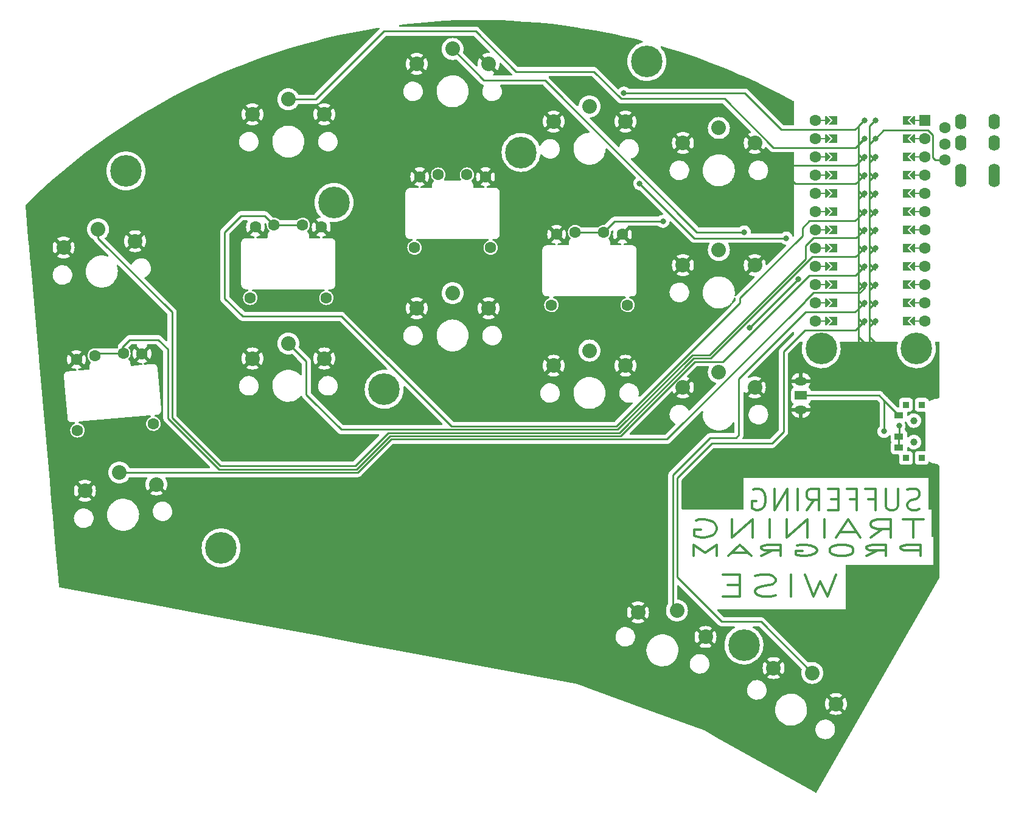
<source format=gbl>
G04 #@! TF.GenerationSoftware,KiCad,Pcbnew,(6.0.4)*
G04 #@! TF.CreationDate,2022-07-01T16:06:35-05:00*
G04 #@! TF.ProjectId,om,6f6d2e6b-6963-4616-945f-706362585858,v1.0.0*
G04 #@! TF.SameCoordinates,Original*
G04 #@! TF.FileFunction,Copper,L2,Bot*
G04 #@! TF.FilePolarity,Positive*
%FSLAX46Y46*%
G04 Gerber Fmt 4.6, Leading zero omitted, Abs format (unit mm)*
G04 Created by KiCad (PCBNEW (6.0.4)) date 2022-07-01 16:06:35*
%MOMM*%
%LPD*%
G01*
G04 APERTURE LIST*
G04 Aperture macros list*
%AMFreePoly0*
4,1,6,0.600000,0.200000,0.000000,-0.400000,-0.600000,0.200000,-0.600000,0.400000,0.600000,0.400000,0.600000,0.200000,0.600000,0.200000,$1*%
%AMFreePoly1*
4,1,5,0.125000,-0.500000,-0.125000,-0.500000,-0.125000,0.500000,0.125000,0.500000,0.125000,-0.500000,0.125000,-0.500000,$1*%
%AMFreePoly2*
4,1,6,0.600000,-0.250000,-0.600000,-0.250000,-0.600000,1.000000,0.000000,0.400000,0.600000,1.000000,0.600000,-0.250000,0.600000,-0.250000,$1*%
%AMFreePoly3*
4,1,49,0.004773,0.123721,0.009154,0.124665,0.028961,0.117240,0.062500,0.108253,0.068237,0.102516,0.075053,0.099961,0.087617,0.083136,0.108253,0.062500,0.111178,0.051584,0.117161,0.043572,0.118539,0.024114,0.125000,0.000000,0.121239,-0.014035,0.122131,-0.026629,0.113759,-0.041951,0.108253,-0.062500,0.095644,-0.075109,0.088389,-0.088388,-0.641000,-0.817776,-0.641000,-4.770224,
0.088389,-5.499612,0.109852,-5.528356,0.124665,-5.597154,0.099961,-5.663053,0.043572,-5.705161,-0.026629,-5.710131,-0.088388,-5.676389,-0.854388,-4.910388,-0.867707,-4.892552,-0.871189,-4.889530,-0.871982,-4.886826,-0.875852,-4.881644,-0.882331,-4.851549,-0.891000,-4.822000,-0.891000,-0.766000,-0.887805,-0.743969,-0.888131,-0.739371,-0.886780,-0.736898,-0.885852,-0.730498,-0.869151,-0.704632,
-0.854388,-0.677612,-0.088388,0.088389,-0.064606,0.106147,-0.062500,0.108253,-0.061385,0.108552,-0.059644,0.109852,-0.043806,0.113262,0.000000,0.125000,0.004773,0.123721,0.004773,0.123721,$1*%
G04 Aperture macros list end*
%ADD10C,0.300000*%
G04 #@! TA.AperFunction,NonConductor*
%ADD11C,0.300000*%
G04 #@! TD*
G04 #@! TA.AperFunction,WasherPad*
%ADD12C,1.000000*%
G04 #@! TD*
G04 #@! TA.AperFunction,ComponentPad*
%ADD13C,2.032000*%
G04 #@! TD*
G04 #@! TA.AperFunction,ComponentPad*
%ADD14R,1.700000X1.200000*%
G04 #@! TD*
G04 #@! TA.AperFunction,ComponentPad*
%ADD15O,1.700000X1.200000*%
G04 #@! TD*
G04 #@! TA.AperFunction,ComponentPad*
%ADD16C,4.400000*%
G04 #@! TD*
G04 #@! TA.AperFunction,ComponentPad*
%ADD17O,1.600000X2.200000*%
G04 #@! TD*
G04 #@! TA.AperFunction,ComponentPad*
%ADD18C,1.600000*%
G04 #@! TD*
G04 #@! TA.AperFunction,SMDPad,CuDef*
%ADD19FreePoly0,270.000000*%
G04 #@! TD*
G04 #@! TA.AperFunction,SMDPad,CuDef*
%ADD20FreePoly1,90.000000*%
G04 #@! TD*
G04 #@! TA.AperFunction,SMDPad,CuDef*
%ADD21FreePoly1,270.000000*%
G04 #@! TD*
G04 #@! TA.AperFunction,SMDPad,CuDef*
%ADD22FreePoly0,90.000000*%
G04 #@! TD*
G04 #@! TA.AperFunction,ComponentPad*
%ADD23R,1.600000X1.600000*%
G04 #@! TD*
G04 #@! TA.AperFunction,SMDPad,CuDef*
%ADD24FreePoly2,90.000000*%
G04 #@! TD*
G04 #@! TA.AperFunction,SMDPad,CuDef*
%ADD25FreePoly3,270.000000*%
G04 #@! TD*
G04 #@! TA.AperFunction,ComponentPad*
%ADD26C,0.800000*%
G04 #@! TD*
G04 #@! TA.AperFunction,SMDPad,CuDef*
%ADD27FreePoly2,270.000000*%
G04 #@! TD*
G04 #@! TA.AperFunction,SMDPad,CuDef*
%ADD28FreePoly3,90.000000*%
G04 #@! TD*
G04 #@! TA.AperFunction,SMDPad,CuDef*
%ADD29R,0.900000X0.900000*%
G04 #@! TD*
G04 #@! TA.AperFunction,SMDPad,CuDef*
%ADD30R,1.250000X0.900000*%
G04 #@! TD*
G04 #@! TA.AperFunction,ViaPad*
%ADD31C,0.800000*%
G04 #@! TD*
G04 #@! TA.AperFunction,Conductor*
%ADD32C,0.250000*%
G04 #@! TD*
G04 APERTURE END LIST*
D10*
D11*
X251435209Y-176956449D02*
X250244733Y-179956449D01*
X249292352Y-177813592D01*
X248339971Y-179956449D01*
X247149495Y-176956449D01*
X245244733Y-179956449D02*
X245244733Y-176956449D01*
X243101876Y-179813592D02*
X242387590Y-179956449D01*
X241197114Y-179956449D01*
X240720923Y-179813592D01*
X240482828Y-179670735D01*
X240244733Y-179385021D01*
X240244733Y-179099307D01*
X240482828Y-178813592D01*
X240720923Y-178670735D01*
X241197114Y-178527878D01*
X242149495Y-178385021D01*
X242625685Y-178242164D01*
X242863780Y-178099307D01*
X243101876Y-177813592D01*
X243101876Y-177527878D01*
X242863780Y-177242164D01*
X242625685Y-177099307D01*
X242149495Y-176956449D01*
X240959019Y-176956449D01*
X240244733Y-177099307D01*
X238101876Y-178385021D02*
X236435209Y-178385021D01*
X235720923Y-179956449D02*
X238101876Y-179956449D01*
X238101876Y-176956449D01*
X235720923Y-176956449D01*
D10*
D11*
X263649495Y-169230259D02*
X260792352Y-169230259D01*
X262220923Y-171730259D02*
X262220923Y-169230259D01*
X256268542Y-171730259D02*
X257935209Y-170539783D01*
X259125685Y-171730259D02*
X259125685Y-169230259D01*
X257220923Y-169230259D01*
X256744733Y-169349307D01*
X256506638Y-169468354D01*
X256268542Y-169706449D01*
X256268542Y-170063592D01*
X256506638Y-170301687D01*
X256744733Y-170420735D01*
X257220923Y-170539783D01*
X259125685Y-170539783D01*
X254363780Y-171015973D02*
X251982828Y-171015973D01*
X254839971Y-171730259D02*
X253173304Y-169230259D01*
X251506638Y-171730259D01*
X249839971Y-171730259D02*
X249839971Y-169230259D01*
X247459019Y-171730259D02*
X247459019Y-169230259D01*
X244601876Y-171730259D01*
X244601876Y-169230259D01*
X242220923Y-171730259D02*
X242220923Y-169230259D01*
X239839971Y-171730259D02*
X239839971Y-169230259D01*
X236982828Y-171730259D01*
X236982828Y-169230259D01*
X231982828Y-169349307D02*
X232459019Y-169230259D01*
X233173304Y-169230259D01*
X233887590Y-169349307D01*
X234363780Y-169587402D01*
X234601876Y-169825497D01*
X234839971Y-170301687D01*
X234839971Y-170658830D01*
X234601876Y-171135021D01*
X234363780Y-171373116D01*
X233887590Y-171611211D01*
X233173304Y-171730259D01*
X232697114Y-171730259D01*
X231982828Y-171611211D01*
X231744733Y-171492164D01*
X231744733Y-170658830D01*
X232697114Y-170658830D01*
D10*
D11*
X263230447Y-174277878D02*
X263230447Y-172777878D01*
X261401876Y-172777878D01*
X260944733Y-172849307D01*
X260716161Y-172920735D01*
X260487590Y-173063592D01*
X260487590Y-173277878D01*
X260716161Y-173420735D01*
X260944733Y-173492164D01*
X261401876Y-173563592D01*
X263230447Y-173563592D01*
X255687590Y-174277878D02*
X257287590Y-173563592D01*
X258430447Y-174277878D02*
X258430447Y-172777878D01*
X256601876Y-172777878D01*
X256144733Y-172849307D01*
X255916161Y-172920735D01*
X255687590Y-173063592D01*
X255687590Y-173277878D01*
X255916161Y-173420735D01*
X256144733Y-173492164D01*
X256601876Y-173563592D01*
X258430447Y-173563592D01*
X252716161Y-172777878D02*
X251801876Y-172777878D01*
X251344733Y-172849307D01*
X250887590Y-172992164D01*
X250659019Y-173277878D01*
X250659019Y-173777878D01*
X250887590Y-174063592D01*
X251344733Y-174206449D01*
X251801876Y-174277878D01*
X252716161Y-174277878D01*
X253173304Y-174206449D01*
X253630447Y-174063592D01*
X253859019Y-173777878D01*
X253859019Y-173277878D01*
X253630447Y-172992164D01*
X253173304Y-172849307D01*
X252716161Y-172777878D01*
X246087590Y-172849307D02*
X246544733Y-172777878D01*
X247230447Y-172777878D01*
X247916161Y-172849307D01*
X248373304Y-172992164D01*
X248601876Y-173135021D01*
X248830447Y-173420735D01*
X248830447Y-173635021D01*
X248601876Y-173920735D01*
X248373304Y-174063592D01*
X247916161Y-174206449D01*
X247230447Y-174277878D01*
X246773304Y-174277878D01*
X246087590Y-174206449D01*
X245859019Y-174135021D01*
X245859019Y-173635021D01*
X246773304Y-173635021D01*
X241059019Y-174277878D02*
X242659019Y-173563592D01*
X243801876Y-174277878D02*
X243801876Y-172777878D01*
X241973304Y-172777878D01*
X241516161Y-172849307D01*
X241287590Y-172920735D01*
X241059019Y-173063592D01*
X241059019Y-173277878D01*
X241287590Y-173420735D01*
X241516161Y-173492164D01*
X241973304Y-173563592D01*
X243801876Y-173563592D01*
X239230447Y-173849307D02*
X236944733Y-173849307D01*
X239687590Y-174277878D02*
X238087590Y-172777878D01*
X236487590Y-174277878D01*
X234887590Y-174277878D02*
X234887590Y-172777878D01*
X233287590Y-173849307D01*
X231687590Y-172777878D01*
X231687590Y-174277878D01*
D10*
D11*
X263101876Y-167813592D02*
X262673304Y-167956449D01*
X261959019Y-167956449D01*
X261673304Y-167813592D01*
X261530447Y-167670735D01*
X261387590Y-167385021D01*
X261387590Y-167099307D01*
X261530447Y-166813592D01*
X261673304Y-166670735D01*
X261959019Y-166527878D01*
X262530447Y-166385021D01*
X262816161Y-166242164D01*
X262959019Y-166099307D01*
X263101876Y-165813592D01*
X263101876Y-165527878D01*
X262959019Y-165242164D01*
X262816161Y-165099307D01*
X262530447Y-164956449D01*
X261816161Y-164956449D01*
X261387590Y-165099307D01*
X260101876Y-164956449D02*
X260101876Y-167385021D01*
X259959019Y-167670735D01*
X259816161Y-167813592D01*
X259530447Y-167956449D01*
X258959019Y-167956449D01*
X258673304Y-167813592D01*
X258530447Y-167670735D01*
X258387590Y-167385021D01*
X258387590Y-164956449D01*
X255959019Y-166385021D02*
X256959019Y-166385021D01*
X256959019Y-167956449D02*
X256959019Y-164956449D01*
X255530447Y-164956449D01*
X253387590Y-166385021D02*
X254387590Y-166385021D01*
X254387590Y-167956449D02*
X254387590Y-164956449D01*
X252959019Y-164956449D01*
X251816161Y-166385021D02*
X250816161Y-166385021D01*
X250387590Y-167956449D02*
X251816161Y-167956449D01*
X251816161Y-164956449D01*
X250387590Y-164956449D01*
X247387590Y-167956449D02*
X248387590Y-166527878D01*
X249101876Y-167956449D02*
X249101876Y-164956449D01*
X247959019Y-164956449D01*
X247673304Y-165099307D01*
X247530447Y-165242164D01*
X247387590Y-165527878D01*
X247387590Y-165956449D01*
X247530447Y-166242164D01*
X247673304Y-166385021D01*
X247959019Y-166527878D01*
X249101876Y-166527878D01*
X246101876Y-167956449D02*
X246101876Y-164956449D01*
X244673304Y-167956449D02*
X244673304Y-164956449D01*
X242959019Y-167956449D01*
X242959019Y-164956449D01*
X239959019Y-165099307D02*
X240244733Y-164956449D01*
X240673304Y-164956449D01*
X241101876Y-165099307D01*
X241387590Y-165385021D01*
X241530447Y-165670735D01*
X241673304Y-166242164D01*
X241673304Y-166670735D01*
X241530447Y-167242164D01*
X241387590Y-167527878D01*
X241101876Y-167813592D01*
X240673304Y-167956449D01*
X240387590Y-167956449D01*
X239959019Y-167813592D01*
X239816161Y-167670735D01*
X239816161Y-166670735D01*
X240387590Y-166670735D01*
D12*
X262310000Y-158460000D03*
X262310000Y-155460000D03*
D13*
X230170000Y-116820000D03*
X240170000Y-116820000D03*
X235170000Y-114720000D03*
X235170000Y-114720000D03*
D14*
X246600000Y-151955000D03*
D15*
X246600000Y-153955000D03*
X246600000Y-149955000D03*
D16*
X207645000Y-118122216D03*
X181622216Y-125095000D03*
X188595000Y-151117784D03*
X238660000Y-186710000D03*
D13*
X143991554Y-131353741D03*
X153953501Y-130482183D03*
X148789500Y-128825953D03*
X148789500Y-128825953D03*
D17*
X273460000Y-121920000D03*
X268860000Y-121920000D03*
X268860000Y-120820000D03*
X273460000Y-120820000D03*
X268860000Y-116820000D03*
X273460000Y-116820000D03*
X268860000Y-113820000D03*
X273460000Y-113820000D03*
D13*
X240170000Y-133820000D03*
X230170000Y-133820000D03*
X235170000Y-131720000D03*
X235170000Y-131720000D03*
D16*
X262660000Y-145460000D03*
D13*
X223920680Y-182165430D03*
X233317607Y-185585632D03*
X229337386Y-181902177D03*
X229337386Y-181902177D03*
D16*
X249410000Y-145460000D03*
D13*
X146954849Y-165224361D03*
X156916796Y-164352803D03*
X151752795Y-162696573D03*
X151752795Y-162696573D03*
X170260000Y-112820000D03*
X180260000Y-112820000D03*
X175260000Y-110720000D03*
X175260000Y-110720000D03*
D18*
X248550000Y-113650000D03*
X263790000Y-113650000D03*
D19*
X262012000Y-141590000D03*
D18*
X263790000Y-121270000D03*
D20*
X249820000Y-133970000D03*
D21*
X262520000Y-131430000D03*
D19*
X262012000Y-123810000D03*
D18*
X263790000Y-131430000D03*
D22*
X250328000Y-126350000D03*
D20*
X249820000Y-128890000D03*
D19*
X262012000Y-121270000D03*
D22*
X250328000Y-139050000D03*
D18*
X263790000Y-139050000D03*
D22*
X250328000Y-136510000D03*
D19*
X262012000Y-113650000D03*
D21*
X262520000Y-128890000D03*
D18*
X248550000Y-118730000D03*
D21*
X262520000Y-123810000D03*
D18*
X263790000Y-123810000D03*
D20*
X249820000Y-139050000D03*
D23*
X263790000Y-113650000D03*
D22*
X250328000Y-141590000D03*
D18*
X248550000Y-126350000D03*
D22*
X250328000Y-113650000D03*
D21*
X262520000Y-121270000D03*
D22*
X250328000Y-121270000D03*
D20*
X249820000Y-118730000D03*
D18*
X248550000Y-131430000D03*
X248550000Y-116190000D03*
D19*
X262012000Y-131430000D03*
D18*
X263790000Y-133970000D03*
D19*
X262012000Y-126350000D03*
D18*
X263790000Y-128890000D03*
D21*
X262520000Y-136510000D03*
D22*
X250328000Y-118730000D03*
D19*
X262012000Y-133970000D03*
X262012000Y-139050000D03*
D21*
X262520000Y-116190000D03*
D18*
X263790000Y-126350000D03*
D20*
X249820000Y-136510000D03*
D19*
X262012000Y-116190000D03*
D21*
X262520000Y-113650000D03*
D18*
X263790000Y-141590000D03*
D20*
X249820000Y-121270000D03*
D22*
X250328000Y-131430000D03*
D21*
X262520000Y-141590000D03*
D22*
X250328000Y-128890000D03*
D20*
X249820000Y-113650000D03*
D22*
X250328000Y-133970000D03*
D18*
X248550000Y-139050000D03*
X248550000Y-136510000D03*
X263790000Y-116190000D03*
D20*
X249820000Y-141590000D03*
D18*
X248550000Y-121270000D03*
D21*
X262520000Y-118730000D03*
D22*
X250328000Y-123810000D03*
D18*
X263790000Y-118730000D03*
D21*
X262520000Y-133970000D03*
D20*
X249820000Y-123810000D03*
D19*
X262012000Y-118730000D03*
D18*
X248550000Y-133970000D03*
D22*
X250328000Y-116190000D03*
D20*
X249820000Y-126350000D03*
D18*
X248550000Y-128890000D03*
X248550000Y-141590000D03*
D20*
X249820000Y-131430000D03*
X249820000Y-116190000D03*
D21*
X262520000Y-139050000D03*
X262520000Y-126350000D03*
D19*
X262012000Y-136510000D03*
D18*
X248550000Y-123810000D03*
D19*
X262012000Y-128890000D03*
D18*
X263790000Y-136510000D03*
D24*
X251344000Y-113650000D03*
D25*
X256932000Y-113650000D03*
D26*
X256932000Y-113650000D03*
X256932000Y-116190000D03*
D25*
X256932000Y-116190000D03*
D24*
X251344000Y-116190000D03*
D25*
X256932000Y-118730000D03*
D26*
X256932000Y-118730000D03*
D24*
X251344000Y-118730000D03*
D26*
X256932000Y-121270000D03*
D24*
X251344000Y-121270000D03*
D25*
X256932000Y-121270000D03*
X256932000Y-123810000D03*
D26*
X256932000Y-123810000D03*
D24*
X251344000Y-123810000D03*
X251344000Y-126350000D03*
D26*
X256932000Y-126350000D03*
D25*
X256932000Y-126350000D03*
X256932000Y-128890000D03*
D24*
X251344000Y-128890000D03*
D26*
X256932000Y-128890000D03*
D25*
X256932000Y-131430000D03*
D26*
X256932000Y-131430000D03*
D24*
X251344000Y-131430000D03*
D25*
X256932000Y-133970000D03*
D26*
X256932000Y-133970000D03*
D24*
X251344000Y-133970000D03*
X251344000Y-136510000D03*
D25*
X256932000Y-136510000D03*
D26*
X256932000Y-136510000D03*
D24*
X251344000Y-139050000D03*
D25*
X256932000Y-139050000D03*
D26*
X256932000Y-139050000D03*
D25*
X256932000Y-141590000D03*
D24*
X251344000Y-141590000D03*
D26*
X256932000Y-141590000D03*
X255408000Y-141590000D03*
D27*
X260996000Y-141590000D03*
D28*
X255408000Y-141590000D03*
D26*
X255408000Y-139050000D03*
D28*
X255408000Y-139050000D03*
D27*
X260996000Y-139050000D03*
X260996000Y-136510000D03*
D26*
X255408000Y-136510000D03*
D28*
X255408000Y-136510000D03*
D27*
X260996000Y-133970000D03*
D28*
X255408000Y-133970000D03*
D26*
X255408000Y-133970000D03*
D28*
X255408000Y-131430000D03*
D27*
X260996000Y-131430000D03*
D26*
X255408000Y-131430000D03*
D28*
X255408000Y-128890000D03*
D26*
X255408000Y-128890000D03*
D27*
X260996000Y-128890000D03*
D28*
X255408000Y-126350000D03*
D27*
X260996000Y-126350000D03*
D26*
X255408000Y-126350000D03*
X255408000Y-123810000D03*
D27*
X260996000Y-123810000D03*
D28*
X255408000Y-123810000D03*
D26*
X255408000Y-121270000D03*
D28*
X255408000Y-121270000D03*
D27*
X260996000Y-121270000D03*
D26*
X255408000Y-118730000D03*
D27*
X260996000Y-118730000D03*
D28*
X255408000Y-118730000D03*
X255408000Y-116190000D03*
D26*
X255408000Y-116190000D03*
D27*
X260996000Y-116190000D03*
D28*
X255408000Y-113650000D03*
D26*
X255408000Y-113650000D03*
D27*
X260996000Y-113650000D03*
D18*
X179840000Y-128520000D03*
X170680000Y-128520000D03*
X177260000Y-128220000D03*
X173260000Y-128220000D03*
X169960000Y-138370000D03*
X180560000Y-138370000D03*
D13*
X230170000Y-150820000D03*
X240170000Y-150820000D03*
X235170000Y-148720000D03*
X235170000Y-148720000D03*
D16*
X225160000Y-105460000D03*
D13*
X251447090Y-194919173D03*
X242786836Y-189919173D03*
X248166963Y-190600520D03*
X248166963Y-190600520D03*
D18*
X221750000Y-129520000D03*
X212590000Y-129520000D03*
X215170000Y-129220000D03*
X219170000Y-129220000D03*
X211870000Y-139370000D03*
X222470000Y-139370000D03*
D16*
X165910000Y-173210000D03*
D18*
X266660000Y-116960000D03*
D13*
X212170000Y-113820000D03*
X222170000Y-113820000D03*
X217170000Y-111720000D03*
X217170000Y-111720000D03*
D18*
X202700000Y-121520000D03*
X193540000Y-121520000D03*
X196120000Y-121220000D03*
X200120000Y-121220000D03*
X192820000Y-131370000D03*
X203420000Y-131370000D03*
X266660000Y-114710000D03*
D13*
X203120000Y-105820000D03*
X193120000Y-105820000D03*
X198120000Y-103720000D03*
X198120000Y-103720000D03*
X212170000Y-147820000D03*
X222170000Y-147820000D03*
X217170000Y-145720000D03*
X217170000Y-145720000D03*
D18*
X266660000Y-119210000D03*
X154903443Y-146159046D03*
X145778300Y-146957392D03*
X148322336Y-146433672D03*
X152307114Y-146085049D03*
X145919524Y-156832662D03*
X156479188Y-155908811D03*
D16*
X152660000Y-120710000D03*
D13*
X180260000Y-146820000D03*
X170260000Y-146820000D03*
X175260000Y-144720000D03*
X175260000Y-144720000D03*
X203120000Y-139820000D03*
X193120000Y-139820000D03*
X198120000Y-137720000D03*
X198120000Y-137720000D03*
D29*
X261197500Y-160660000D03*
D12*
X262297500Y-158460000D03*
D29*
X263397500Y-153260000D03*
X263397500Y-160660000D03*
X261197500Y-153260000D03*
D12*
X262297500Y-155460000D03*
D30*
X260222500Y-154710000D03*
X260222500Y-157710000D03*
X260222500Y-159210000D03*
D31*
X243360000Y-120010000D03*
X216660000Y-105460000D03*
X218160000Y-108960000D03*
X221960000Y-109860000D03*
X244560000Y-130060000D03*
X224160000Y-122460000D03*
X238707300Y-129207300D03*
X246260000Y-135735402D03*
X239447701Y-142547701D03*
X227410000Y-127710000D03*
X260235000Y-156210000D03*
X258160000Y-156960000D03*
D32*
X245810000Y-122460000D02*
X243360000Y-120010000D01*
X258056511Y-115065489D02*
X264165489Y-115065489D01*
X264255789Y-115065489D02*
X264165489Y-115065489D01*
X264914511Y-115724211D02*
X264255789Y-115065489D01*
X254178000Y-119960000D02*
X243310000Y-119960000D01*
X243310000Y-119960000D02*
X243285000Y-119935000D01*
X265264511Y-119210000D02*
X264914511Y-118860000D01*
X243360000Y-120010000D02*
X243285000Y-119935000D01*
X266660000Y-119210000D02*
X265264511Y-119210000D01*
X243310000Y-119960000D02*
X243360000Y-120010000D01*
X255408000Y-118730000D02*
X254178000Y-119960000D01*
X256932000Y-116190000D02*
X258056511Y-115065489D01*
X255408000Y-121270000D02*
X254218000Y-122460000D01*
X243285000Y-119935000D02*
X240170000Y-116820000D01*
X264914511Y-118860000D02*
X264914511Y-115724211D01*
X254218000Y-122460000D02*
X245810000Y-122460000D01*
X218160000Y-108960000D02*
X222170000Y-113820000D01*
X151752795Y-162696573D02*
X184923427Y-162696573D01*
X255408000Y-137012000D02*
X255408000Y-136510000D01*
X227960000Y-158063008D02*
X247160000Y-138863008D01*
X189556992Y-158063008D02*
X227960000Y-158063008D01*
X184923427Y-162696573D02*
X189556992Y-158063008D01*
X247160000Y-138849700D02*
X248349700Y-137660000D01*
X254760000Y-137660000D02*
X255408000Y-137012000D01*
X248349700Y-137660000D02*
X254760000Y-137660000D01*
X247160000Y-138863008D02*
X247160000Y-138849700D01*
X247760000Y-135260000D02*
X235760000Y-147260000D01*
X148670959Y-146085049D02*
X148322336Y-146433672D01*
X157160000Y-144210000D02*
X153160000Y-144210000D01*
X189370794Y-157613488D02*
X184737229Y-162247053D01*
X221480742Y-157613488D02*
X189370794Y-157613488D01*
X255408000Y-133970000D02*
X255408000Y-134012000D01*
X153160000Y-144210000D02*
X152160000Y-145210000D01*
X152307114Y-146085049D02*
X148670959Y-146085049D01*
X158495987Y-155124013D02*
X158495987Y-145545987D01*
X255408000Y-134012000D02*
X254160000Y-135260000D01*
X231834230Y-147260000D02*
X221480742Y-157613488D01*
X165619027Y-162247053D02*
X158495987Y-155124013D01*
X184737229Y-162247053D02*
X165619027Y-162247053D01*
X152160000Y-145937935D02*
X152307114Y-146085049D01*
X254160000Y-135260000D02*
X247760000Y-135260000D01*
X152160000Y-145210000D02*
X152160000Y-145937935D01*
X158495987Y-145545987D02*
X157160000Y-144210000D01*
X235760000Y-147260000D02*
X231834230Y-147260000D01*
X184551031Y-161797533D02*
X189184596Y-157163968D01*
X165805225Y-161797533D02*
X184551031Y-161797533D01*
X234009520Y-146810480D02*
X248160000Y-132660000D01*
X221294544Y-157163968D02*
X231648033Y-146810480D01*
X231648033Y-146810480D02*
X234009520Y-146810480D01*
X189184596Y-157163968D02*
X221294544Y-157163968D01*
X148789500Y-128825953D02*
X148789500Y-130089500D01*
X248160000Y-132660000D02*
X254178000Y-132660000D01*
X159063846Y-140363846D02*
X159063846Y-155056154D01*
X159063846Y-155056154D02*
X165805225Y-161797533D01*
X254178000Y-132660000D02*
X255408000Y-131430000D01*
X148789500Y-130089500D02*
X159063846Y-140363846D01*
X254283489Y-130014511D02*
X248514511Y-130014511D01*
X177760000Y-147220000D02*
X177760000Y-151860000D01*
X178760000Y-152860000D02*
X182614448Y-156714448D01*
X255408000Y-128890000D02*
X254283489Y-130014511D01*
X247242141Y-131147559D02*
X248375189Y-130014511D01*
X177760000Y-151860000D02*
X178760000Y-152860000D01*
X221108348Y-156714448D02*
X231461836Y-146360960D01*
X182614448Y-156714448D02*
X189160000Y-156714448D01*
X247242141Y-132942141D02*
X247242141Y-131147559D01*
X233823322Y-146360960D02*
X247242141Y-132942141D01*
X248375189Y-130014511D02*
X248514511Y-130014511D01*
X175260000Y-144720000D02*
X177760000Y-147220000D01*
X231461836Y-146360960D02*
X233823322Y-146360960D01*
X188998398Y-156714448D02*
X221108348Y-156714448D01*
X254098000Y-127660000D02*
X247760000Y-127660000D01*
X246792621Y-129764371D02*
X238128496Y-138428496D01*
X238128496Y-139058583D02*
X220922151Y-156264928D01*
X172000000Y-126960000D02*
X173260000Y-128220000D01*
X168660000Y-126960000D02*
X172000000Y-126960000D01*
X166410000Y-129210000D02*
X168660000Y-126960000D01*
X238128496Y-138428496D02*
X238128496Y-139058583D01*
X247760000Y-127660000D02*
X246792621Y-128627379D01*
X168910000Y-140960000D02*
X166410000Y-138460000D01*
X197960000Y-156264928D02*
X182655072Y-140960000D01*
X182655072Y-140960000D02*
X168910000Y-140960000D01*
X166410000Y-138460000D02*
X166410000Y-129210000D01*
X220922151Y-156264928D02*
X197960000Y-156264928D01*
X173260000Y-128220000D02*
X177260000Y-128220000D01*
X246792621Y-128627379D02*
X246792621Y-129764371D01*
X255408000Y-126350000D02*
X254098000Y-127660000D01*
X255408000Y-116190000D02*
X254138000Y-117460000D01*
X206960000Y-106860000D02*
X201360000Y-101260000D01*
X221560000Y-110660000D02*
X217760000Y-106860000D01*
X201360000Y-101260000D02*
X188560000Y-101260000D01*
X254138000Y-117460000D02*
X242760000Y-117460000D01*
X188560000Y-101260000D02*
X179100000Y-110720000D01*
X179100000Y-110720000D02*
X175260000Y-110720000D01*
X242760000Y-117460000D02*
X235960000Y-110660000D01*
X235960000Y-110660000D02*
X221560000Y-110660000D01*
X217760000Y-106860000D02*
X206960000Y-106860000D01*
X255408000Y-113650000D02*
X254098000Y-114960000D01*
X254098000Y-114960000D02*
X247260000Y-114960000D01*
X247260000Y-114960000D02*
X243860000Y-114960000D01*
X243860000Y-114960000D02*
X238760000Y-109860000D01*
X238760000Y-109860000D02*
X221960000Y-109860000D01*
X231760000Y-130060000D02*
X244560000Y-130060000D01*
X224160000Y-122460000D02*
X231760000Y-130060000D01*
X210960000Y-108060000D02*
X232107300Y-129207300D01*
X232107300Y-129207300D02*
X238707300Y-129207300D01*
X198120000Y-103720000D02*
X202460000Y-108060000D01*
X202460000Y-108060000D02*
X210960000Y-108060000D01*
X246260000Y-135735402D02*
X239447701Y-142547701D01*
X220680000Y-127710000D02*
X219170000Y-129220000D01*
X227410000Y-127710000D02*
X220680000Y-127710000D01*
X219170000Y-129220000D02*
X215170000Y-129220000D01*
X237960000Y-149688960D02*
X237960000Y-157460000D01*
X228760000Y-181324791D02*
X229337386Y-181902177D01*
X237960000Y-157460000D02*
X237560000Y-157860000D01*
X247274480Y-140374480D02*
X237960000Y-149688960D01*
X228760000Y-163060000D02*
X228760000Y-181324791D01*
X255408000Y-139050000D02*
X254083520Y-140374480D01*
X233960000Y-157860000D02*
X228760000Y-163060000D01*
X237560000Y-157860000D02*
X233960000Y-157860000D01*
X254083520Y-140374480D02*
X247274480Y-140374480D01*
X248166963Y-190600520D02*
X241026443Y-183460000D01*
X242560000Y-158660000D02*
X244160000Y-157060000D01*
X229360000Y-163460000D02*
X234160000Y-158660000D01*
X244160000Y-157060000D02*
X244160000Y-145860000D01*
X244160000Y-145860000D02*
X247160000Y-142860000D01*
X229360000Y-177260000D02*
X229360000Y-163460000D01*
X235560000Y-183460000D02*
X229360000Y-177260000D01*
X241026443Y-183460000D02*
X235560000Y-183460000D01*
X234160000Y-158660000D02*
X242560000Y-158660000D01*
X247160000Y-142860000D02*
X254138000Y-142860000D01*
X254138000Y-142860000D02*
X255408000Y-141590000D01*
X260235000Y-157697500D02*
X260222500Y-157710000D01*
X260222500Y-159210000D02*
X260222500Y-157710000D01*
X260235000Y-156210000D02*
X260235000Y-157697500D01*
X257467500Y-151955000D02*
X258191250Y-152678750D01*
X258191250Y-152678750D02*
X260222500Y-154710000D01*
X258160000Y-152710000D02*
X258191250Y-152678750D01*
X258160000Y-156960000D02*
X258160000Y-152710000D01*
X246600000Y-151955000D02*
X257467500Y-151955000D01*
G04 #@! TA.AperFunction,Conductor*
G36*
X187889465Y-100793479D02*
G01*
X187943313Y-100839750D01*
X187963596Y-100907788D01*
X187943875Y-100975990D01*
X187926692Y-100997403D01*
X178874500Y-110049595D01*
X178812188Y-110083621D01*
X178785405Y-110086500D01*
X176730270Y-110086500D01*
X176662149Y-110066498D01*
X176624291Y-110024678D01*
X176622540Y-110025751D01*
X176499749Y-109825376D01*
X176497160Y-109821151D01*
X176341318Y-109638682D01*
X176264813Y-109573341D01*
X176162617Y-109486058D01*
X176162616Y-109486057D01*
X176158849Y-109482840D01*
X175954249Y-109357460D01*
X175949679Y-109355567D01*
X175949677Y-109355566D01*
X175737126Y-109267525D01*
X175737124Y-109267524D01*
X175732553Y-109265631D01*
X175649022Y-109245577D01*
X175504035Y-109210768D01*
X175504029Y-109210767D01*
X175499222Y-109209613D01*
X175260000Y-109190786D01*
X175020778Y-109209613D01*
X175015971Y-109210767D01*
X175015965Y-109210768D01*
X174870978Y-109245577D01*
X174787447Y-109265631D01*
X174782876Y-109267524D01*
X174782874Y-109267525D01*
X174570323Y-109355566D01*
X174570321Y-109355567D01*
X174565751Y-109357460D01*
X174361151Y-109482840D01*
X174357384Y-109486057D01*
X174357383Y-109486058D01*
X174255187Y-109573341D01*
X174178682Y-109638682D01*
X174022840Y-109821151D01*
X173897460Y-110025751D01*
X173895567Y-110030321D01*
X173895566Y-110030323D01*
X173828940Y-110191174D01*
X173805631Y-110247447D01*
X173786043Y-110329037D01*
X173750768Y-110475965D01*
X173750767Y-110475971D01*
X173749613Y-110480778D01*
X173730786Y-110720000D01*
X173749613Y-110959222D01*
X173750767Y-110964029D01*
X173750768Y-110964035D01*
X173776795Y-111072443D01*
X173805631Y-111192553D01*
X173807524Y-111197124D01*
X173807525Y-111197126D01*
X173881771Y-111376371D01*
X173897460Y-111414249D01*
X174022840Y-111618849D01*
X174178682Y-111801318D01*
X174182444Y-111804531D01*
X174349588Y-111947284D01*
X174361151Y-111957160D01*
X174565751Y-112082540D01*
X174570321Y-112084433D01*
X174570323Y-112084434D01*
X174670427Y-112125898D01*
X174787447Y-112174369D01*
X174863189Y-112192553D01*
X175015965Y-112229232D01*
X175015971Y-112229233D01*
X175020778Y-112230387D01*
X175260000Y-112249214D01*
X175499222Y-112230387D01*
X175504029Y-112229233D01*
X175504035Y-112229232D01*
X175656811Y-112192553D01*
X175732553Y-112174369D01*
X175849573Y-112125898D01*
X175949677Y-112084434D01*
X175949679Y-112084433D01*
X175954249Y-112082540D01*
X176158849Y-111957160D01*
X176170413Y-111947284D01*
X176337556Y-111804531D01*
X176341318Y-111801318D01*
X176497160Y-111618849D01*
X176523263Y-111576253D01*
X179380457Y-111576253D01*
X179384241Y-111585031D01*
X180247188Y-112447978D01*
X180261132Y-112455592D01*
X180262965Y-112455461D01*
X180269580Y-112451210D01*
X181132716Y-111588074D01*
X181139476Y-111575694D01*
X181133749Y-111568044D01*
X180958241Y-111460493D01*
X180949447Y-111456012D01*
X180736971Y-111368002D01*
X180727586Y-111364953D01*
X180503956Y-111311263D01*
X180494209Y-111309720D01*
X180264930Y-111291675D01*
X180255070Y-111291675D01*
X180025791Y-111309720D01*
X180016044Y-111311263D01*
X179792414Y-111364953D01*
X179783029Y-111368002D01*
X179623443Y-111434105D01*
X179552853Y-111441694D01*
X179489366Y-111409915D01*
X179469464Y-111376371D01*
X179487832Y-111416894D01*
X179477531Y-111487139D01*
X179428901Y-111541907D01*
X179389918Y-111565796D01*
X179380457Y-111576253D01*
X176523263Y-111576253D01*
X176622540Y-111414249D01*
X176624468Y-111415430D01*
X176666816Y-111370644D01*
X176730270Y-111353500D01*
X179021233Y-111353500D01*
X179032416Y-111354027D01*
X179039909Y-111355702D01*
X179047835Y-111355453D01*
X179047836Y-111355453D01*
X179107986Y-111353562D01*
X179111945Y-111353500D01*
X179139856Y-111353500D01*
X179143791Y-111353003D01*
X179143856Y-111352995D01*
X179155693Y-111352062D01*
X179187951Y-111351048D01*
X179191970Y-111350922D01*
X179199889Y-111350673D01*
X179219343Y-111345021D01*
X179238700Y-111341013D01*
X179250930Y-111339468D01*
X179250931Y-111339468D01*
X179258797Y-111338474D01*
X179266168Y-111335555D01*
X179266170Y-111335555D01*
X179299912Y-111322196D01*
X179311136Y-111318353D01*
X179318158Y-111316312D01*
X179327908Y-111313480D01*
X179398903Y-111313679D01*
X179453143Y-111348752D01*
X179455673Y-111277905D01*
X179492590Y-111225770D01*
X179491362Y-111224542D01*
X179505683Y-111210221D01*
X179520717Y-111197380D01*
X179530694Y-111190131D01*
X179537107Y-111185472D01*
X179565298Y-111151395D01*
X179573288Y-111142616D01*
X181160172Y-109555732D01*
X191257200Y-109555732D01*
X191257400Y-109561062D01*
X191257400Y-109561063D01*
X191261364Y-109666659D01*
X191265854Y-109786268D01*
X191313228Y-110012050D01*
X191315186Y-110017009D01*
X191315187Y-110017011D01*
X191318215Y-110024678D01*
X191397967Y-110226622D01*
X191517647Y-110423849D01*
X191521144Y-110427879D01*
X191607768Y-110527704D01*
X191668847Y-110598092D01*
X191672978Y-110601479D01*
X191843115Y-110740984D01*
X191843121Y-110740988D01*
X191847243Y-110744368D01*
X192047735Y-110858494D01*
X192052751Y-110860315D01*
X192052756Y-110860317D01*
X192259575Y-110935389D01*
X192259579Y-110935390D01*
X192264590Y-110937209D01*
X192269839Y-110938158D01*
X192269842Y-110938159D01*
X192487523Y-110977522D01*
X192487530Y-110977523D01*
X192491607Y-110978260D01*
X192509344Y-110979096D01*
X192514292Y-110979330D01*
X192514299Y-110979330D01*
X192515780Y-110979400D01*
X192677925Y-110979400D01*
X192758855Y-110972533D01*
X192844562Y-110965261D01*
X192844566Y-110965260D01*
X192849873Y-110964810D01*
X192855028Y-110963472D01*
X192855034Y-110963471D01*
X193068003Y-110908195D01*
X193068007Y-110908194D01*
X193073172Y-110906853D01*
X193078038Y-110904661D01*
X193078041Y-110904660D01*
X193278649Y-110814293D01*
X193283515Y-110812101D01*
X193287935Y-110809125D01*
X193287939Y-110809123D01*
X193434503Y-110710449D01*
X193474885Y-110683262D01*
X193641812Y-110524022D01*
X193763812Y-110360048D01*
X193776337Y-110343214D01*
X193776339Y-110343211D01*
X193779521Y-110338934D01*
X193834305Y-110231183D01*
X193881658Y-110138046D01*
X193881658Y-110138045D01*
X193884077Y-110133288D01*
X193923343Y-110006831D01*
X193950905Y-109918070D01*
X193950906Y-109918064D01*
X193952489Y-109912967D01*
X193982800Y-109684268D01*
X193982139Y-109666659D01*
X195892514Y-109666659D01*
X195892877Y-109670807D01*
X195892877Y-109670811D01*
X195894517Y-109689553D01*
X195918252Y-109960849D01*
X195919162Y-109964921D01*
X195919163Y-109964926D01*
X195981292Y-110242874D01*
X195982672Y-110249050D01*
X195984115Y-110252973D01*
X195984116Y-110252975D01*
X195990497Y-110270317D01*
X196084644Y-110526199D01*
X196086591Y-110529892D01*
X196086592Y-110529894D01*
X196122549Y-110598092D01*
X196222374Y-110787427D01*
X196224794Y-110790832D01*
X196391019Y-111024735D01*
X196391024Y-111024741D01*
X196393443Y-111028145D01*
X196396287Y-111031195D01*
X196396292Y-111031201D01*
X196533960Y-111178832D01*
X196594846Y-111244124D01*
X196823045Y-111431568D01*
X197074029Y-111587185D01*
X197077846Y-111588901D01*
X197077849Y-111588902D01*
X197135083Y-111614624D01*
X197343390Y-111708241D01*
X197626395Y-111792608D01*
X197630515Y-111793261D01*
X197630517Y-111793261D01*
X197914592Y-111838255D01*
X197914598Y-111838256D01*
X197918073Y-111838806D01*
X197942632Y-111839921D01*
X198009017Y-111842936D01*
X198009038Y-111842936D01*
X198010437Y-111843000D01*
X198194901Y-111843000D01*
X198414664Y-111828403D01*
X198418763Y-111827577D01*
X198418767Y-111827576D01*
X198592190Y-111792608D01*
X198704151Y-111770033D01*
X198983375Y-111673888D01*
X199154742Y-111588074D01*
X199243695Y-111543530D01*
X199243697Y-111543529D01*
X199247431Y-111541659D01*
X199491678Y-111375668D01*
X199517028Y-111353003D01*
X199635839Y-111246773D01*
X199711827Y-111178832D01*
X199730542Y-111156997D01*
X199901289Y-110957784D01*
X199901292Y-110957780D01*
X199904009Y-110954610D01*
X199906283Y-110951108D01*
X199906287Y-110951103D01*
X200062570Y-110710449D01*
X200062573Y-110710444D01*
X200064849Y-110706939D01*
X200074680Y-110686236D01*
X200153864Y-110519473D01*
X200191519Y-110440172D01*
X200200843Y-110411133D01*
X200280515Y-110162983D01*
X200280515Y-110162982D01*
X200281795Y-110158996D01*
X200301479Y-110049595D01*
X200333351Y-109872459D01*
X200333352Y-109872454D01*
X200334090Y-109868350D01*
X200336042Y-109825376D01*
X200347297Y-109577511D01*
X200347297Y-109577506D01*
X200347486Y-109573341D01*
X200345946Y-109555732D01*
X200322112Y-109283312D01*
X200321748Y-109279151D01*
X200319730Y-109270121D01*
X200258240Y-108995028D01*
X200258238Y-108995021D01*
X200257328Y-108990950D01*
X200155356Y-108713801D01*
X200149965Y-108703575D01*
X200062961Y-108538559D01*
X200017626Y-108452573D01*
X199950536Y-108358168D01*
X199848981Y-108215265D01*
X199848976Y-108215259D01*
X199846557Y-108211855D01*
X199843713Y-108208805D01*
X199843708Y-108208799D01*
X199648000Y-107998928D01*
X199645154Y-107995876D01*
X199416955Y-107808432D01*
X199165971Y-107652815D01*
X198896610Y-107531759D01*
X198686561Y-107469141D01*
X198617604Y-107448584D01*
X198617602Y-107448584D01*
X198613605Y-107447392D01*
X198609485Y-107446739D01*
X198609483Y-107446739D01*
X198325408Y-107401745D01*
X198325402Y-107401744D01*
X198321927Y-107401194D01*
X198297368Y-107400079D01*
X198230983Y-107397064D01*
X198230962Y-107397064D01*
X198229563Y-107397000D01*
X198045099Y-107397000D01*
X197825336Y-107411597D01*
X197821237Y-107412423D01*
X197821233Y-107412424D01*
X197753016Y-107426179D01*
X197535849Y-107469967D01*
X197256625Y-107566112D01*
X197232314Y-107578286D01*
X197083483Y-107652815D01*
X196992569Y-107698341D01*
X196748322Y-107864332D01*
X196528173Y-108061168D01*
X196525456Y-108064338D01*
X196525455Y-108064339D01*
X196343586Y-108276529D01*
X196335991Y-108285390D01*
X196333717Y-108288892D01*
X196333713Y-108288897D01*
X196197260Y-108499016D01*
X196175151Y-108533061D01*
X196173357Y-108536839D01*
X196173356Y-108536841D01*
X196147582Y-108591121D01*
X196048481Y-108799828D01*
X196047202Y-108803811D01*
X196047201Y-108803814D01*
X195962959Y-109066197D01*
X195958205Y-109081004D01*
X195952661Y-109111815D01*
X195906788Y-109366772D01*
X195905910Y-109371650D01*
X195905721Y-109375817D01*
X195905720Y-109375824D01*
X195892703Y-109662489D01*
X195892514Y-109666659D01*
X193982139Y-109666659D01*
X193981983Y-109662489D01*
X193974346Y-109459063D01*
X193974146Y-109453732D01*
X193926772Y-109227950D01*
X193924336Y-109221780D01*
X193878893Y-109106712D01*
X193842033Y-109013378D01*
X193722353Y-108816151D01*
X193635428Y-108715978D01*
X193574653Y-108645941D01*
X193574651Y-108645939D01*
X193571153Y-108641908D01*
X193503393Y-108586348D01*
X193396885Y-108499016D01*
X193396879Y-108499012D01*
X193392757Y-108495632D01*
X193192265Y-108381506D01*
X193187249Y-108379685D01*
X193187244Y-108379683D01*
X192980425Y-108304611D01*
X192980421Y-108304610D01*
X192975410Y-108302791D01*
X192970161Y-108301842D01*
X192970158Y-108301841D01*
X192752477Y-108262478D01*
X192752470Y-108262477D01*
X192748393Y-108261740D01*
X192730656Y-108260904D01*
X192725708Y-108260670D01*
X192725701Y-108260670D01*
X192724220Y-108260600D01*
X192562075Y-108260600D01*
X192495119Y-108266281D01*
X192395438Y-108274739D01*
X192395434Y-108274740D01*
X192390127Y-108275190D01*
X192384972Y-108276528D01*
X192384966Y-108276529D01*
X192171997Y-108331805D01*
X192171993Y-108331806D01*
X192166828Y-108333147D01*
X192161962Y-108335339D01*
X192161959Y-108335340D01*
X192111283Y-108358168D01*
X191956485Y-108427899D01*
X191952065Y-108430875D01*
X191952061Y-108430877D01*
X191914350Y-108456266D01*
X191765115Y-108556738D01*
X191598188Y-108715978D01*
X191595000Y-108720263D01*
X191472533Y-108884865D01*
X191460479Y-108901066D01*
X191458064Y-108905816D01*
X191403377Y-109013378D01*
X191355923Y-109106712D01*
X191329918Y-109190460D01*
X191289095Y-109321930D01*
X191289094Y-109321936D01*
X191287511Y-109327033D01*
X191257200Y-109555732D01*
X181160172Y-109555732D01*
X183651598Y-107064306D01*
X192240524Y-107064306D01*
X192246251Y-107071956D01*
X192421759Y-107179507D01*
X192430553Y-107183988D01*
X192643029Y-107271998D01*
X192652414Y-107275047D01*
X192876044Y-107328737D01*
X192885791Y-107330280D01*
X193115070Y-107348325D01*
X193124930Y-107348325D01*
X193354209Y-107330280D01*
X193363956Y-107328737D01*
X193587586Y-107275047D01*
X193596971Y-107271998D01*
X193809447Y-107183988D01*
X193818241Y-107179507D01*
X193990083Y-107074203D01*
X193999543Y-107063747D01*
X193995759Y-107054969D01*
X193132812Y-106192022D01*
X193118868Y-106184408D01*
X193117035Y-106184539D01*
X193110420Y-106188790D01*
X192247284Y-107051926D01*
X192240524Y-107064306D01*
X183651598Y-107064306D01*
X184890974Y-105824930D01*
X191591675Y-105824930D01*
X191609720Y-106054209D01*
X191611263Y-106063956D01*
X191664953Y-106287586D01*
X191668002Y-106296971D01*
X191756012Y-106509447D01*
X191760493Y-106518241D01*
X191865797Y-106690083D01*
X191876253Y-106699543D01*
X191885031Y-106695759D01*
X192747978Y-105832812D01*
X192754356Y-105821132D01*
X193484408Y-105821132D01*
X193484539Y-105822965D01*
X193488790Y-105829580D01*
X194351926Y-106692716D01*
X194364306Y-106699476D01*
X194371956Y-106693749D01*
X194479507Y-106518241D01*
X194483988Y-106509447D01*
X194571998Y-106296971D01*
X194575047Y-106287586D01*
X194628737Y-106063956D01*
X194630280Y-106054209D01*
X194648325Y-105824930D01*
X194648325Y-105815070D01*
X194630280Y-105585791D01*
X194628737Y-105576044D01*
X194575047Y-105352414D01*
X194571998Y-105343029D01*
X194483988Y-105130553D01*
X194479507Y-105121759D01*
X194374203Y-104949917D01*
X194363747Y-104940457D01*
X194354969Y-104944241D01*
X193492022Y-105807188D01*
X193484408Y-105821132D01*
X192754356Y-105821132D01*
X192755592Y-105818868D01*
X192755461Y-105817035D01*
X192751210Y-105810420D01*
X191888074Y-104947284D01*
X191875694Y-104940524D01*
X191868044Y-104946251D01*
X191760493Y-105121759D01*
X191756012Y-105130553D01*
X191668002Y-105343029D01*
X191664953Y-105352414D01*
X191611263Y-105576044D01*
X191609720Y-105585791D01*
X191591675Y-105815070D01*
X191591675Y-105824930D01*
X184890974Y-105824930D01*
X186139651Y-104576253D01*
X192240457Y-104576253D01*
X192244241Y-104585031D01*
X193107188Y-105447978D01*
X193121132Y-105455592D01*
X193122965Y-105455461D01*
X193129580Y-105451210D01*
X193992716Y-104588074D01*
X193999476Y-104575694D01*
X193993749Y-104568044D01*
X193818241Y-104460493D01*
X193809447Y-104456012D01*
X193596971Y-104368002D01*
X193587586Y-104364953D01*
X193363956Y-104311263D01*
X193354209Y-104309720D01*
X193124930Y-104291675D01*
X193115070Y-104291675D01*
X192885791Y-104309720D01*
X192876044Y-104311263D01*
X192652414Y-104364953D01*
X192643029Y-104368002D01*
X192430553Y-104456012D01*
X192421759Y-104460493D01*
X192249917Y-104565797D01*
X192240457Y-104576253D01*
X186139651Y-104576253D01*
X188785499Y-101930405D01*
X188847811Y-101896379D01*
X188874594Y-101893500D01*
X201045406Y-101893500D01*
X201113527Y-101913502D01*
X201134501Y-101930405D01*
X203285946Y-104081850D01*
X203319972Y-104144162D01*
X203314907Y-104214977D01*
X203272360Y-104271813D01*
X203205840Y-104296624D01*
X203186966Y-104296557D01*
X203124931Y-104291675D01*
X203115070Y-104291675D01*
X202885791Y-104309720D01*
X202876044Y-104311263D01*
X202652414Y-104364953D01*
X202643029Y-104368002D01*
X202430553Y-104456012D01*
X202421759Y-104460493D01*
X202249917Y-104565797D01*
X202240457Y-104576253D01*
X202244241Y-104585031D01*
X204351926Y-106692716D01*
X204364306Y-106699476D01*
X204371956Y-106693749D01*
X204479507Y-106518241D01*
X204483988Y-106509447D01*
X204571998Y-106296971D01*
X204575047Y-106287586D01*
X204628737Y-106063956D01*
X204630280Y-106054209D01*
X204648325Y-105824930D01*
X204648325Y-105815070D01*
X204643443Y-105753036D01*
X204658039Y-105683555D01*
X204707882Y-105632996D01*
X204777147Y-105617410D01*
X204843842Y-105641745D01*
X204858150Y-105654055D01*
X206415500Y-107211405D01*
X206449526Y-107273717D01*
X206444461Y-107344532D01*
X206401914Y-107401368D01*
X206335394Y-107426179D01*
X206326405Y-107426500D01*
X203857415Y-107426500D01*
X203789294Y-107406498D01*
X203742801Y-107352842D01*
X203732697Y-107282568D01*
X203762191Y-107217988D01*
X203805357Y-107186861D01*
X203805038Y-107186234D01*
X203809089Y-107184170D01*
X203809200Y-107184090D01*
X203809446Y-107183988D01*
X203818241Y-107179507D01*
X203990083Y-107074203D01*
X203999543Y-107063747D01*
X203995759Y-107054969D01*
X201888074Y-104947284D01*
X201875694Y-104940524D01*
X201868044Y-104946251D01*
X201760493Y-105121759D01*
X201756012Y-105130553D01*
X201668002Y-105343029D01*
X201664953Y-105352414D01*
X201611263Y-105576044D01*
X201609720Y-105585791D01*
X201591675Y-105815070D01*
X201591675Y-105824930D01*
X201605100Y-105995508D01*
X201590504Y-106064988D01*
X201540662Y-106115548D01*
X201471397Y-106131134D01*
X201404701Y-106106799D01*
X201390393Y-106094489D01*
X199607590Y-104311686D01*
X199573564Y-104249374D01*
X199576393Y-104193039D01*
X199574369Y-104192553D01*
X199629232Y-103964035D01*
X199629233Y-103964029D01*
X199630387Y-103959222D01*
X199649214Y-103720000D01*
X199630387Y-103480778D01*
X199629233Y-103475971D01*
X199629232Y-103475965D01*
X199575524Y-103252259D01*
X199574369Y-103247447D01*
X199572475Y-103242874D01*
X199484434Y-103030323D01*
X199484433Y-103030321D01*
X199482540Y-103025751D01*
X199357160Y-102821151D01*
X199201318Y-102638682D01*
X199018849Y-102482840D01*
X198814249Y-102357460D01*
X198809679Y-102355567D01*
X198809677Y-102355566D01*
X198597126Y-102267525D01*
X198597124Y-102267524D01*
X198592553Y-102265631D01*
X198510963Y-102246043D01*
X198364035Y-102210768D01*
X198364029Y-102210767D01*
X198359222Y-102209613D01*
X198120000Y-102190786D01*
X197880778Y-102209613D01*
X197875971Y-102210767D01*
X197875965Y-102210768D01*
X197729037Y-102246043D01*
X197647447Y-102265631D01*
X197642876Y-102267524D01*
X197642874Y-102267525D01*
X197430323Y-102355566D01*
X197430321Y-102355567D01*
X197425751Y-102357460D01*
X197221151Y-102482840D01*
X197038682Y-102638682D01*
X196882840Y-102821151D01*
X196757460Y-103025751D01*
X196755567Y-103030321D01*
X196755566Y-103030323D01*
X196667525Y-103242874D01*
X196665631Y-103247447D01*
X196664476Y-103252259D01*
X196610768Y-103475965D01*
X196610767Y-103475971D01*
X196609613Y-103480778D01*
X196590786Y-103720000D01*
X196609613Y-103959222D01*
X196610767Y-103964029D01*
X196610768Y-103964035D01*
X196639053Y-104081850D01*
X196665631Y-104192553D01*
X196667524Y-104197124D01*
X196667525Y-104197126D01*
X196708711Y-104296557D01*
X196757460Y-104414249D01*
X196882840Y-104618849D01*
X197038682Y-104801318D01*
X197042444Y-104804531D01*
X197209588Y-104947284D01*
X197221151Y-104957160D01*
X197425751Y-105082540D01*
X197430321Y-105084433D01*
X197430323Y-105084434D01*
X197642874Y-105172475D01*
X197647447Y-105174369D01*
X197729037Y-105193957D01*
X197875965Y-105229232D01*
X197875971Y-105229233D01*
X197880778Y-105230387D01*
X198120000Y-105249214D01*
X198359222Y-105230387D01*
X198364029Y-105229233D01*
X198364035Y-105229232D01*
X198592553Y-105174369D01*
X198593087Y-105176592D01*
X198654578Y-105174813D01*
X198711686Y-105207590D01*
X200337154Y-106833059D01*
X201956348Y-108452253D01*
X201963888Y-108460539D01*
X201968000Y-108467018D01*
X201973777Y-108472443D01*
X202017651Y-108513643D01*
X202020493Y-108516398D01*
X202040230Y-108536135D01*
X202043427Y-108538615D01*
X202052447Y-108546318D01*
X202084679Y-108576586D01*
X202091625Y-108580405D01*
X202091628Y-108580407D01*
X202102434Y-108586348D01*
X202118953Y-108597199D01*
X202134959Y-108609614D01*
X202142228Y-108612759D01*
X202142232Y-108612762D01*
X202175537Y-108627174D01*
X202186187Y-108632391D01*
X202224940Y-108653695D01*
X202232615Y-108655666D01*
X202232616Y-108655666D01*
X202244562Y-108658733D01*
X202263267Y-108665137D01*
X202281855Y-108673181D01*
X202289678Y-108674420D01*
X202289688Y-108674423D01*
X202325524Y-108680099D01*
X202337144Y-108682505D01*
X202372294Y-108691530D01*
X202372300Y-108691531D01*
X202379970Y-108693500D01*
X202383190Y-108693500D01*
X202446349Y-108721047D01*
X202485750Y-108780107D01*
X202486965Y-108851093D01*
X202466571Y-108892878D01*
X202460479Y-108901066D01*
X202458064Y-108905816D01*
X202403377Y-109013378D01*
X202355923Y-109106712D01*
X202329918Y-109190460D01*
X202289095Y-109321930D01*
X202289094Y-109321936D01*
X202287511Y-109327033D01*
X202257200Y-109555732D01*
X202257400Y-109561062D01*
X202257400Y-109561063D01*
X202261364Y-109666659D01*
X202265854Y-109786268D01*
X202313228Y-110012050D01*
X202315186Y-110017009D01*
X202315187Y-110017011D01*
X202318215Y-110024678D01*
X202397967Y-110226622D01*
X202517647Y-110423849D01*
X202521144Y-110427879D01*
X202607768Y-110527704D01*
X202668847Y-110598092D01*
X202672978Y-110601479D01*
X202843115Y-110740984D01*
X202843121Y-110740988D01*
X202847243Y-110744368D01*
X203047735Y-110858494D01*
X203052751Y-110860315D01*
X203052756Y-110860317D01*
X203259575Y-110935389D01*
X203259579Y-110935390D01*
X203264590Y-110937209D01*
X203269839Y-110938158D01*
X203269842Y-110938159D01*
X203487523Y-110977522D01*
X203487530Y-110977523D01*
X203491607Y-110978260D01*
X203509344Y-110979096D01*
X203514292Y-110979330D01*
X203514299Y-110979330D01*
X203515780Y-110979400D01*
X203677925Y-110979400D01*
X203758855Y-110972533D01*
X203844562Y-110965261D01*
X203844566Y-110965260D01*
X203849873Y-110964810D01*
X203855028Y-110963472D01*
X203855034Y-110963471D01*
X204068003Y-110908195D01*
X204068007Y-110908194D01*
X204073172Y-110906853D01*
X204078038Y-110904661D01*
X204078041Y-110904660D01*
X204278649Y-110814293D01*
X204283515Y-110812101D01*
X204287935Y-110809125D01*
X204287939Y-110809123D01*
X204434503Y-110710449D01*
X204474885Y-110683262D01*
X204641812Y-110524022D01*
X204763812Y-110360048D01*
X204776337Y-110343214D01*
X204776339Y-110343211D01*
X204779521Y-110338934D01*
X204834305Y-110231183D01*
X204881658Y-110138046D01*
X204881658Y-110138045D01*
X204884077Y-110133288D01*
X204923343Y-110006831D01*
X204950905Y-109918070D01*
X204950906Y-109918064D01*
X204952489Y-109912967D01*
X204982800Y-109684268D01*
X204981983Y-109662489D01*
X204974346Y-109459063D01*
X204974146Y-109453732D01*
X204926772Y-109227950D01*
X204924336Y-109221780D01*
X204878893Y-109106712D01*
X204842033Y-109013378D01*
X204773881Y-108901066D01*
X204764050Y-108884865D01*
X204745811Y-108816251D01*
X204767563Y-108748669D01*
X204822399Y-108703575D01*
X204871769Y-108693500D01*
X210645406Y-108693500D01*
X210713527Y-108713502D01*
X210734501Y-108730405D01*
X217186001Y-115181905D01*
X217220027Y-115244217D01*
X217214962Y-115315032D01*
X217172415Y-115371868D01*
X217105895Y-115396679D01*
X217099275Y-115396915D01*
X217099276Y-115396931D01*
X217097196Y-115397000D01*
X217095099Y-115397000D01*
X216875336Y-115411597D01*
X216871237Y-115412423D01*
X216871233Y-115412424D01*
X216753644Y-115436134D01*
X216585849Y-115469967D01*
X216306625Y-115566112D01*
X216042569Y-115698341D01*
X215798322Y-115864332D01*
X215578173Y-116061168D01*
X215575456Y-116064338D01*
X215575455Y-116064339D01*
X215393586Y-116276529D01*
X215385991Y-116285390D01*
X215383717Y-116288892D01*
X215383713Y-116288897D01*
X215247260Y-116499016D01*
X215225151Y-116533061D01*
X215223357Y-116536839D01*
X215223356Y-116536841D01*
X215175075Y-116638521D01*
X215098481Y-116799828D01*
X215097202Y-116803811D01*
X215097201Y-116803814D01*
X215009485Y-117077017D01*
X215008205Y-117081004D01*
X215002663Y-117111804D01*
X214958007Y-117359997D01*
X214955910Y-117371650D01*
X214955721Y-117375817D01*
X214955720Y-117375824D01*
X214942703Y-117662489D01*
X214942514Y-117666659D01*
X214942877Y-117670807D01*
X214942877Y-117670811D01*
X214959066Y-117855851D01*
X214968252Y-117960849D01*
X214969162Y-117964921D01*
X214969163Y-117964926D01*
X215031571Y-118244124D01*
X215032672Y-118249050D01*
X215034115Y-118252973D01*
X215034116Y-118252975D01*
X215041115Y-118271998D01*
X215134644Y-118526199D01*
X215136591Y-118529892D01*
X215136592Y-118529894D01*
X215172549Y-118598092D01*
X215272374Y-118787427D01*
X215308887Y-118838806D01*
X215441019Y-119024735D01*
X215441024Y-119024741D01*
X215443443Y-119028145D01*
X215446287Y-119031195D01*
X215446292Y-119031201D01*
X215611905Y-119208799D01*
X215644846Y-119244124D01*
X215873045Y-119431568D01*
X216124029Y-119587185D01*
X216393390Y-119708241D01*
X216676395Y-119792608D01*
X216680515Y-119793261D01*
X216680517Y-119793261D01*
X216964592Y-119838255D01*
X216964598Y-119838256D01*
X216968073Y-119838806D01*
X216992632Y-119839921D01*
X217059017Y-119842936D01*
X217059038Y-119842936D01*
X217060437Y-119843000D01*
X217244901Y-119843000D01*
X217464664Y-119828403D01*
X217468763Y-119827577D01*
X217468767Y-119827576D01*
X217642190Y-119792608D01*
X217754151Y-119770033D01*
X218033375Y-119673888D01*
X218203089Y-119588902D01*
X218293695Y-119543530D01*
X218293697Y-119543529D01*
X218297431Y-119541659D01*
X218541678Y-119375668D01*
X218761827Y-119178832D01*
X218783984Y-119152981D01*
X218951289Y-118957784D01*
X218951292Y-118957780D01*
X218954009Y-118954610D01*
X218956283Y-118951108D01*
X218956287Y-118951103D01*
X219112570Y-118710449D01*
X219112573Y-118710444D01*
X219114849Y-118706939D01*
X219124680Y-118686236D01*
X219192723Y-118542936D01*
X219241519Y-118440172D01*
X219244282Y-118431568D01*
X219330515Y-118162983D01*
X219330515Y-118162982D01*
X219331795Y-118158996D01*
X219350167Y-118056889D01*
X219383351Y-117872459D01*
X219383352Y-117872454D01*
X219384090Y-117868350D01*
X219384415Y-117861206D01*
X219389839Y-117741750D01*
X219392343Y-117686591D01*
X219415414Y-117619448D01*
X219471123Y-117575437D01*
X219541783Y-117568531D01*
X219607308Y-117603212D01*
X223581399Y-121577303D01*
X223615425Y-121639615D01*
X223610360Y-121710430D01*
X223566365Y-121768334D01*
X223548747Y-121781134D01*
X223544326Y-121786044D01*
X223544325Y-121786045D01*
X223470922Y-121867568D01*
X223420960Y-121923056D01*
X223325473Y-122088444D01*
X223266458Y-122270072D01*
X223265768Y-122276633D01*
X223265768Y-122276635D01*
X223254716Y-122381794D01*
X223246496Y-122460000D01*
X223247186Y-122466565D01*
X223264588Y-122632133D01*
X223266458Y-122649928D01*
X223325473Y-122831556D01*
X223328776Y-122837278D01*
X223328777Y-122837279D01*
X223329659Y-122838806D01*
X223420960Y-122996944D01*
X223425378Y-123001851D01*
X223425379Y-123001852D01*
X223490785Y-123074493D01*
X223548747Y-123138866D01*
X223638857Y-123204335D01*
X223679806Y-123234086D01*
X223703248Y-123251118D01*
X223709276Y-123253802D01*
X223709278Y-123253803D01*
X223871681Y-123326109D01*
X223877712Y-123328794D01*
X223960245Y-123346337D01*
X224058056Y-123367128D01*
X224058061Y-123367128D01*
X224064513Y-123368500D01*
X224120406Y-123368500D01*
X224188527Y-123388502D01*
X224209501Y-123405405D01*
X227391748Y-126587653D01*
X227425773Y-126649963D01*
X227420708Y-126720778D01*
X227378161Y-126777614D01*
X227317243Y-126801500D01*
X227314513Y-126801500D01*
X227127712Y-126841206D01*
X227121682Y-126843891D01*
X227121681Y-126843891D01*
X226959278Y-126916197D01*
X226959276Y-126916198D01*
X226953248Y-126918882D01*
X226798747Y-127031134D01*
X226794332Y-127036037D01*
X226789420Y-127040460D01*
X226788295Y-127039211D01*
X226734986Y-127072051D01*
X226701800Y-127076500D01*
X220758763Y-127076500D01*
X220747579Y-127075973D01*
X220740091Y-127074299D01*
X220732168Y-127074548D01*
X220672033Y-127076438D01*
X220668075Y-127076500D01*
X220640144Y-127076500D01*
X220636229Y-127076995D01*
X220636225Y-127076995D01*
X220636167Y-127077003D01*
X220636138Y-127077006D01*
X220624296Y-127077939D01*
X220580110Y-127079327D01*
X220562744Y-127084372D01*
X220560658Y-127084978D01*
X220541306Y-127088986D01*
X220529068Y-127090532D01*
X220529066Y-127090533D01*
X220521203Y-127091526D01*
X220480086Y-127107806D01*
X220468885Y-127111641D01*
X220426406Y-127123982D01*
X220419587Y-127128015D01*
X220419582Y-127128017D01*
X220408971Y-127134293D01*
X220391221Y-127142990D01*
X220372383Y-127150448D01*
X220365967Y-127155109D01*
X220365966Y-127155110D01*
X220336625Y-127176428D01*
X220326701Y-127182947D01*
X220295460Y-127201422D01*
X220295455Y-127201426D01*
X220288637Y-127205458D01*
X220274313Y-127219782D01*
X220259281Y-127232621D01*
X220242893Y-127244528D01*
X220214712Y-127278593D01*
X220206722Y-127287373D01*
X219312170Y-128181925D01*
X219249858Y-128215951D01*
X219209906Y-128218140D01*
X219177019Y-128214683D01*
X219070006Y-128224422D01*
X218987759Y-128231907D01*
X218987758Y-128231907D01*
X218981618Y-128232466D01*
X218975704Y-128234207D01*
X218975702Y-128234207D01*
X218846734Y-128272165D01*
X218793393Y-128287864D01*
X218787928Y-128290721D01*
X218624972Y-128375912D01*
X218624968Y-128375915D01*
X218619512Y-128378767D01*
X218614712Y-128382627D01*
X218614711Y-128382627D01*
X218602657Y-128392319D01*
X218466600Y-128501711D01*
X218434358Y-128540136D01*
X218433221Y-128541491D01*
X218374112Y-128580817D01*
X218336699Y-128586500D01*
X216004275Y-128586500D01*
X215936154Y-128566498D01*
X215906634Y-128540138D01*
X215883361Y-128511602D01*
X215732180Y-128386535D01*
X215559585Y-128293213D01*
X215465869Y-128264203D01*
X215378039Y-128237015D01*
X215378036Y-128237014D01*
X215372152Y-128235193D01*
X215366027Y-128234549D01*
X215366026Y-128234549D01*
X215183147Y-128215327D01*
X215183146Y-128215327D01*
X215177019Y-128214683D01*
X215070006Y-128224422D01*
X214987759Y-128231907D01*
X214987758Y-128231907D01*
X214981618Y-128232466D01*
X214975704Y-128234207D01*
X214975702Y-128234207D01*
X214846734Y-128272165D01*
X214793393Y-128287864D01*
X214787928Y-128290721D01*
X214624972Y-128375912D01*
X214624968Y-128375915D01*
X214619512Y-128378767D01*
X214614712Y-128382627D01*
X214614711Y-128382627D01*
X214602657Y-128392319D01*
X214466600Y-128501711D01*
X214340480Y-128652016D01*
X214337516Y-128657408D01*
X214337513Y-128657412D01*
X214266037Y-128787426D01*
X214245956Y-128823954D01*
X214244095Y-128829821D01*
X214244094Y-128829823D01*
X214231681Y-128868953D01*
X214186628Y-129010978D01*
X214164757Y-129205963D01*
X214181175Y-129401483D01*
X214235258Y-129590091D01*
X214246569Y-129612100D01*
X214322123Y-129759113D01*
X214322126Y-129759117D01*
X214324944Y-129764601D01*
X214446818Y-129918369D01*
X214451511Y-129922363D01*
X214451512Y-129922364D01*
X214526323Y-129986033D01*
X214565236Y-130045416D01*
X214565867Y-130116410D01*
X214528015Y-130176475D01*
X214523867Y-130179799D01*
X214522057Y-130181499D01*
X214515643Y-130186159D01*
X214510589Y-130192268D01*
X214510588Y-130192269D01*
X214478335Y-130231255D01*
X214473104Y-130237189D01*
X214459048Y-130252158D01*
X214433028Y-130279867D01*
X214429212Y-130286809D01*
X214429208Y-130286814D01*
X214428675Y-130287784D01*
X214415348Y-130307395D01*
X214409591Y-130314354D01*
X214394541Y-130346337D01*
X214384669Y-130367315D01*
X214381076Y-130374367D01*
X214369767Y-130394939D01*
X214352876Y-130425663D01*
X214350905Y-130433341D01*
X214350904Y-130433343D01*
X214350631Y-130434408D01*
X214342597Y-130456722D01*
X214338751Y-130464895D01*
X214337266Y-130472682D01*
X214337265Y-130472684D01*
X214336019Y-130479218D01*
X214328203Y-130520194D01*
X214327782Y-130522399D01*
X214326056Y-130530120D01*
X214311500Y-130586812D01*
X214311500Y-130595845D01*
X214309268Y-130619454D01*
X214307576Y-130628324D01*
X214310892Y-130681027D01*
X214311251Y-130686735D01*
X214311500Y-130694647D01*
X214311500Y-130935500D01*
X214291498Y-131003621D01*
X214237842Y-131050114D01*
X214185500Y-131061500D01*
X212846391Y-131061500D01*
X212778270Y-131041498D01*
X212731777Y-130987842D01*
X212721673Y-130917568D01*
X212751167Y-130852988D01*
X212810893Y-130814604D01*
X212821238Y-130812181D01*
X213033761Y-130755236D01*
X213044053Y-130751490D01*
X213241511Y-130659414D01*
X213251006Y-130653931D01*
X213303048Y-130617491D01*
X213311424Y-130607012D01*
X213304356Y-130593566D01*
X212602812Y-129892022D01*
X212588868Y-129884408D01*
X212587035Y-129884539D01*
X212580420Y-129888790D01*
X211874923Y-130594287D01*
X211868493Y-130606062D01*
X211877789Y-130618077D01*
X211928994Y-130653931D01*
X211938489Y-130659414D01*
X212135947Y-130751490D01*
X212146239Y-130755236D01*
X212362001Y-130813049D01*
X212361624Y-130814455D01*
X212419103Y-130842943D01*
X212455571Y-130903857D01*
X212453317Y-130974818D01*
X212413057Y-131033296D01*
X212347572Y-131060724D01*
X212333609Y-131061500D01*
X211344155Y-131061500D01*
X211320546Y-131059268D01*
X211319462Y-131059061D01*
X211319460Y-131059061D01*
X211311676Y-131057576D01*
X211253265Y-131061251D01*
X211245353Y-131061500D01*
X211228568Y-131061500D01*
X211212955Y-131063472D01*
X211211910Y-131063604D01*
X211204034Y-131064348D01*
X211153539Y-131067525D01*
X211153537Y-131067525D01*
X211145629Y-131068023D01*
X211137049Y-131070811D01*
X211113895Y-131075986D01*
X211112797Y-131076125D01*
X211104936Y-131077118D01*
X211097571Y-131080034D01*
X211097567Y-131080035D01*
X211050494Y-131098673D01*
X211043046Y-131101354D01*
X210987396Y-131119436D01*
X210980702Y-131123684D01*
X210980696Y-131123687D01*
X210979768Y-131124276D01*
X210958645Y-131135039D01*
X210950244Y-131138365D01*
X210921029Y-131159591D01*
X210902884Y-131172774D01*
X210896337Y-131177223D01*
X210846920Y-131208584D01*
X210841492Y-131214364D01*
X210841491Y-131214365D01*
X210840732Y-131215173D01*
X210822951Y-131230849D01*
X210815643Y-131236159D01*
X210810589Y-131242268D01*
X210810588Y-131242269D01*
X210778335Y-131281255D01*
X210773104Y-131287189D01*
X210758512Y-131302729D01*
X210733028Y-131329867D01*
X210729212Y-131336809D01*
X210729208Y-131336814D01*
X210728675Y-131337784D01*
X210715348Y-131357395D01*
X210709591Y-131364354D01*
X210693725Y-131398071D01*
X210684669Y-131417315D01*
X210681076Y-131424367D01*
X210669767Y-131444939D01*
X210652876Y-131475663D01*
X210650905Y-131483341D01*
X210650904Y-131483343D01*
X210650631Y-131484408D01*
X210642597Y-131506722D01*
X210638751Y-131514895D01*
X210629614Y-131562797D01*
X210627782Y-131572399D01*
X210626056Y-131580120D01*
X210611500Y-131636812D01*
X210611500Y-131645845D01*
X210609268Y-131669454D01*
X210607576Y-131678324D01*
X210609888Y-131715070D01*
X210611251Y-131736735D01*
X210611500Y-131744647D01*
X210611500Y-137445845D01*
X210609268Y-137469454D01*
X210607576Y-137478324D01*
X210608896Y-137499307D01*
X210611251Y-137536735D01*
X210611500Y-137544647D01*
X210611500Y-137561432D01*
X210611997Y-137565365D01*
X210613604Y-137578090D01*
X210614348Y-137585966D01*
X210618023Y-137644371D01*
X210620471Y-137651904D01*
X210620810Y-137652947D01*
X210625986Y-137676105D01*
X210627118Y-137685064D01*
X210630034Y-137692429D01*
X210630035Y-137692433D01*
X210648673Y-137739506D01*
X210651354Y-137746954D01*
X210654161Y-137755592D01*
X210665824Y-137791486D01*
X210669436Y-137802604D01*
X210673684Y-137809298D01*
X210673687Y-137809304D01*
X210674276Y-137810232D01*
X210685039Y-137831355D01*
X210688365Y-137839756D01*
X210706107Y-137864176D01*
X210722774Y-137887116D01*
X210727223Y-137893663D01*
X210758584Y-137943080D01*
X210764364Y-137948508D01*
X210764365Y-137948509D01*
X210765173Y-137949268D01*
X210780849Y-137967049D01*
X210786159Y-137974357D01*
X210792268Y-137979411D01*
X210792269Y-137979412D01*
X210831255Y-138011665D01*
X210837189Y-138016896D01*
X210852652Y-138031416D01*
X210879867Y-138056972D01*
X210886809Y-138060788D01*
X210886814Y-138060792D01*
X210887784Y-138061325D01*
X210907395Y-138074652D01*
X210914354Y-138080409D01*
X210929319Y-138087451D01*
X210967315Y-138105331D01*
X210974367Y-138108924D01*
X210999999Y-138123015D01*
X211025663Y-138137124D01*
X211033341Y-138139095D01*
X211033343Y-138139096D01*
X211033876Y-138139233D01*
X211034410Y-138139370D01*
X211056722Y-138147403D01*
X211057720Y-138147873D01*
X211057723Y-138147874D01*
X211064895Y-138151249D01*
X211072682Y-138152734D01*
X211072684Y-138152735D01*
X211085130Y-138155109D01*
X211122404Y-138162219D01*
X211130120Y-138163944D01*
X211186812Y-138178500D01*
X211195845Y-138178500D01*
X211219454Y-138180732D01*
X211220538Y-138180939D01*
X211220540Y-138180939D01*
X211228324Y-138182424D01*
X211286736Y-138178749D01*
X211294647Y-138178500D01*
X211500258Y-138178500D01*
X211568379Y-138198502D01*
X211614872Y-138252158D01*
X211624976Y-138322432D01*
X211595482Y-138387012D01*
X211535834Y-138425373D01*
X211493393Y-138437864D01*
X211487928Y-138440721D01*
X211324972Y-138525912D01*
X211324968Y-138525915D01*
X211319512Y-138528767D01*
X211314712Y-138532627D01*
X211314711Y-138532627D01*
X211298894Y-138545344D01*
X211166600Y-138651711D01*
X211040480Y-138802016D01*
X211037516Y-138807408D01*
X211037513Y-138807412D01*
X210964371Y-138940457D01*
X210945956Y-138973954D01*
X210886628Y-139160978D01*
X210864757Y-139355963D01*
X210881175Y-139551483D01*
X210935258Y-139740091D01*
X210949947Y-139768672D01*
X211022123Y-139909113D01*
X211022126Y-139909117D01*
X211024944Y-139914601D01*
X211146818Y-140068369D01*
X211151511Y-140072363D01*
X211151512Y-140072364D01*
X211288313Y-140188790D01*
X211296238Y-140195535D01*
X211301616Y-140198541D01*
X211301618Y-140198542D01*
X211366822Y-140234983D01*
X211467513Y-140291257D01*
X211654118Y-140351889D01*
X211848946Y-140375121D01*
X211855081Y-140374649D01*
X211855083Y-140374649D01*
X212038434Y-140360541D01*
X212038438Y-140360540D01*
X212044576Y-140360068D01*
X212233556Y-140307303D01*
X212408689Y-140218837D01*
X212438515Y-140195535D01*
X212547672Y-140110252D01*
X212563303Y-140098040D01*
X212567812Y-140092817D01*
X212687485Y-139954173D01*
X212687485Y-139954172D01*
X212691509Y-139949511D01*
X212695138Y-139943124D01*
X212754308Y-139838966D01*
X212788425Y-139778909D01*
X212850358Y-139592732D01*
X212874949Y-139398071D01*
X212875262Y-139375668D01*
X212875292Y-139373523D01*
X212875292Y-139373519D01*
X212875341Y-139370000D01*
X212856194Y-139174728D01*
X212854413Y-139168829D01*
X212854412Y-139168824D01*
X212801265Y-138992793D01*
X212799484Y-138986894D01*
X212707370Y-138813653D01*
X212583361Y-138661602D01*
X212432180Y-138536535D01*
X212259585Y-138443213D01*
X212200312Y-138424865D01*
X212141152Y-138385614D01*
X212112605Y-138320609D01*
X212123734Y-138250490D01*
X212171005Y-138197519D01*
X212237571Y-138178500D01*
X222100258Y-138178500D01*
X222168379Y-138198502D01*
X222214872Y-138252158D01*
X222224976Y-138322432D01*
X222195482Y-138387012D01*
X222135834Y-138425373D01*
X222093393Y-138437864D01*
X222087928Y-138440721D01*
X221924972Y-138525912D01*
X221924968Y-138525915D01*
X221919512Y-138528767D01*
X221914712Y-138532627D01*
X221914711Y-138532627D01*
X221898894Y-138545344D01*
X221766600Y-138651711D01*
X221640480Y-138802016D01*
X221637516Y-138807408D01*
X221637513Y-138807412D01*
X221564371Y-138940457D01*
X221545956Y-138973954D01*
X221486628Y-139160978D01*
X221464757Y-139355963D01*
X221481175Y-139551483D01*
X221535258Y-139740091D01*
X221549947Y-139768672D01*
X221622123Y-139909113D01*
X221622126Y-139909117D01*
X221624944Y-139914601D01*
X221746818Y-140068369D01*
X221751511Y-140072363D01*
X221751512Y-140072364D01*
X221888313Y-140188790D01*
X221896238Y-140195535D01*
X221901616Y-140198541D01*
X221901618Y-140198542D01*
X221966822Y-140234983D01*
X222067513Y-140291257D01*
X222254118Y-140351889D01*
X222448946Y-140375121D01*
X222455081Y-140374649D01*
X222455083Y-140374649D01*
X222638434Y-140360541D01*
X222638438Y-140360540D01*
X222644576Y-140360068D01*
X222833556Y-140307303D01*
X223008689Y-140218837D01*
X223038515Y-140195535D01*
X223147672Y-140110252D01*
X223163303Y-140098040D01*
X223167812Y-140092817D01*
X223287485Y-139954173D01*
X223287485Y-139954172D01*
X223291509Y-139949511D01*
X223295138Y-139943124D01*
X223354308Y-139838966D01*
X223388425Y-139778909D01*
X223450358Y-139592732D01*
X223474949Y-139398071D01*
X223475262Y-139375668D01*
X223475292Y-139373523D01*
X223475292Y-139373519D01*
X223475341Y-139370000D01*
X223456194Y-139174728D01*
X223454413Y-139168829D01*
X223454412Y-139168824D01*
X223401265Y-138992793D01*
X223399484Y-138986894D01*
X223307370Y-138813653D01*
X223183361Y-138661602D01*
X223032180Y-138536535D01*
X222859585Y-138443213D01*
X222800312Y-138424865D01*
X222741152Y-138385614D01*
X222712605Y-138320609D01*
X222723734Y-138250490D01*
X222771005Y-138197519D01*
X222837571Y-138178500D01*
X222995845Y-138178500D01*
X223019454Y-138180732D01*
X223020538Y-138180939D01*
X223020540Y-138180939D01*
X223028324Y-138182424D01*
X223086736Y-138178749D01*
X223094647Y-138178500D01*
X223111432Y-138178500D01*
X223128090Y-138176396D01*
X223135966Y-138175652D01*
X223186461Y-138172475D01*
X223186463Y-138172475D01*
X223194371Y-138171977D01*
X223202951Y-138169189D01*
X223226105Y-138164014D01*
X223227203Y-138163875D01*
X223235064Y-138162882D01*
X223242429Y-138159966D01*
X223242433Y-138159965D01*
X223289506Y-138141327D01*
X223296956Y-138138645D01*
X223299985Y-138137661D01*
X223352604Y-138120564D01*
X223359298Y-138116316D01*
X223359304Y-138116313D01*
X223360232Y-138115724D01*
X223381355Y-138104961D01*
X223389756Y-138101635D01*
X223437116Y-138067226D01*
X223443663Y-138062777D01*
X223458793Y-138053175D01*
X223493080Y-138031416D01*
X223499268Y-138024827D01*
X223517051Y-138009149D01*
X223524357Y-138003841D01*
X223538995Y-137986147D01*
X223561665Y-137958745D01*
X223566896Y-137952811D01*
X223601547Y-137915910D01*
X223606972Y-137910133D01*
X223610788Y-137903191D01*
X223610792Y-137903186D01*
X223611325Y-137902216D01*
X223624652Y-137882605D01*
X223625356Y-137881754D01*
X223630409Y-137875646D01*
X223655331Y-137822685D01*
X223658924Y-137815633D01*
X223683304Y-137771286D01*
X223683305Y-137771285D01*
X223687124Y-137764337D01*
X223689370Y-137755590D01*
X223697403Y-137733278D01*
X223697873Y-137732280D01*
X223697874Y-137732277D01*
X223701249Y-137725105D01*
X223712219Y-137667596D01*
X223713945Y-137659875D01*
X223728500Y-137603188D01*
X223728500Y-137594155D01*
X223730732Y-137570546D01*
X223730939Y-137569462D01*
X223730939Y-137569460D01*
X223732424Y-137561676D01*
X223732050Y-137555732D01*
X228307200Y-137555732D01*
X228307400Y-137561062D01*
X228307400Y-137561063D01*
X228311253Y-137663712D01*
X228315854Y-137786268D01*
X228363228Y-138012050D01*
X228365186Y-138017009D01*
X228365187Y-138017011D01*
X228386481Y-138070930D01*
X228447967Y-138226622D01*
X228518717Y-138343214D01*
X228561822Y-138414249D01*
X228567647Y-138423849D01*
X228571144Y-138427879D01*
X228714196Y-138592732D01*
X228718847Y-138598092D01*
X228722978Y-138601479D01*
X228893115Y-138740984D01*
X228893121Y-138740988D01*
X228897243Y-138744368D01*
X229097735Y-138858494D01*
X229102751Y-138860315D01*
X229102756Y-138860317D01*
X229309575Y-138935389D01*
X229309579Y-138935390D01*
X229314590Y-138937209D01*
X229319839Y-138938158D01*
X229319842Y-138938159D01*
X229537523Y-138977522D01*
X229537530Y-138977523D01*
X229541607Y-138978260D01*
X229559344Y-138979096D01*
X229564292Y-138979330D01*
X229564299Y-138979330D01*
X229565780Y-138979400D01*
X229727925Y-138979400D01*
X229794881Y-138973719D01*
X229894562Y-138965261D01*
X229894566Y-138965260D01*
X229899873Y-138964810D01*
X229905028Y-138963472D01*
X229905034Y-138963471D01*
X230118003Y-138908195D01*
X230118007Y-138908194D01*
X230123172Y-138906853D01*
X230128038Y-138904661D01*
X230128041Y-138904660D01*
X230328649Y-138814293D01*
X230333515Y-138812101D01*
X230337935Y-138809125D01*
X230337939Y-138809123D01*
X230484503Y-138710449D01*
X230524885Y-138683262D01*
X230691812Y-138524022D01*
X230746886Y-138450000D01*
X230826337Y-138343214D01*
X230826339Y-138343211D01*
X230829521Y-138338934D01*
X230886507Y-138226851D01*
X230931658Y-138138046D01*
X230931658Y-138138045D01*
X230934077Y-138133288D01*
X230970450Y-138016149D01*
X231000905Y-137918070D01*
X231000906Y-137918064D01*
X231002489Y-137912967D01*
X231025479Y-137739506D01*
X231032100Y-137689553D01*
X231032100Y-137689548D01*
X231032800Y-137684268D01*
X231031983Y-137662489D01*
X231026963Y-137528767D01*
X231024146Y-137453732D01*
X230976772Y-137227950D01*
X230965143Y-137198502D01*
X230928040Y-137104554D01*
X230892033Y-137013378D01*
X230772353Y-136816151D01*
X230767217Y-136810232D01*
X230624653Y-136645941D01*
X230624651Y-136645939D01*
X230621153Y-136641908D01*
X230552927Y-136585966D01*
X230446885Y-136499016D01*
X230446879Y-136499012D01*
X230442757Y-136495632D01*
X230242265Y-136381506D01*
X230237249Y-136379685D01*
X230237244Y-136379683D01*
X230030425Y-136304611D01*
X230030421Y-136304610D01*
X230025410Y-136302791D01*
X230020161Y-136301842D01*
X230020158Y-136301841D01*
X229802477Y-136262478D01*
X229802470Y-136262477D01*
X229798393Y-136261740D01*
X229780656Y-136260904D01*
X229775708Y-136260670D01*
X229775701Y-136260670D01*
X229774220Y-136260600D01*
X229612075Y-136260600D01*
X229552783Y-136265631D01*
X229445438Y-136274739D01*
X229445434Y-136274740D01*
X229440127Y-136275190D01*
X229434972Y-136276528D01*
X229434966Y-136276529D01*
X229221997Y-136331805D01*
X229221993Y-136331806D01*
X229216828Y-136333147D01*
X229211962Y-136335339D01*
X229211959Y-136335340D01*
X229026884Y-136418710D01*
X229006485Y-136427899D01*
X229002065Y-136430875D01*
X229002061Y-136430877D01*
X228928724Y-136480251D01*
X228815115Y-136556738D01*
X228648188Y-136715978D01*
X228630683Y-136739506D01*
X228524995Y-136881556D01*
X228510479Y-136901066D01*
X228508064Y-136905816D01*
X228410875Y-137096973D01*
X228405923Y-137106712D01*
X228377421Y-137198502D01*
X228339095Y-137321930D01*
X228339094Y-137321936D01*
X228337511Y-137327033D01*
X228330164Y-137382466D01*
X228309718Y-137536735D01*
X228307200Y-137555732D01*
X223732050Y-137555732D01*
X223728749Y-137503264D01*
X223728500Y-137495353D01*
X223728500Y-135064306D01*
X229290524Y-135064306D01*
X229296251Y-135071956D01*
X229471759Y-135179507D01*
X229480553Y-135183988D01*
X229693029Y-135271998D01*
X229702414Y-135275047D01*
X229926044Y-135328737D01*
X229935791Y-135330280D01*
X230165070Y-135348325D01*
X230174930Y-135348325D01*
X230404209Y-135330280D01*
X230413956Y-135328737D01*
X230637586Y-135275047D01*
X230646971Y-135271998D01*
X230859447Y-135183988D01*
X230868241Y-135179507D01*
X231040083Y-135074203D01*
X231049543Y-135063747D01*
X231045759Y-135054969D01*
X230182812Y-134192022D01*
X230168868Y-134184408D01*
X230167035Y-134184539D01*
X230160420Y-134188790D01*
X229297284Y-135051926D01*
X229290524Y-135064306D01*
X223728500Y-135064306D01*
X223728500Y-133824930D01*
X228641675Y-133824930D01*
X228659720Y-134054209D01*
X228661263Y-134063956D01*
X228714953Y-134287586D01*
X228718002Y-134296971D01*
X228806012Y-134509447D01*
X228810493Y-134518241D01*
X228915797Y-134690083D01*
X228926253Y-134699543D01*
X228935031Y-134695759D01*
X229797978Y-133832812D01*
X229804356Y-133821132D01*
X230534408Y-133821132D01*
X230534539Y-133822965D01*
X230538790Y-133829580D01*
X231401926Y-134692716D01*
X231414306Y-134699476D01*
X231421956Y-134693749D01*
X231529507Y-134518241D01*
X231533988Y-134509447D01*
X231621998Y-134296971D01*
X231625047Y-134287586D01*
X231678737Y-134063956D01*
X231680280Y-134054209D01*
X231698325Y-133824930D01*
X238641675Y-133824930D01*
X238659720Y-134054209D01*
X238661263Y-134063956D01*
X238714953Y-134287586D01*
X238718002Y-134296971D01*
X238806012Y-134509447D01*
X238810493Y-134518241D01*
X238915797Y-134690083D01*
X238926253Y-134699543D01*
X238935031Y-134695759D01*
X239797978Y-133832812D01*
X239805592Y-133818868D01*
X239805461Y-133817035D01*
X239801210Y-133810420D01*
X238938074Y-132947284D01*
X238925694Y-132940524D01*
X238918044Y-132946251D01*
X238810493Y-133121759D01*
X238806012Y-133130553D01*
X238718002Y-133343029D01*
X238714953Y-133352414D01*
X238661263Y-133576044D01*
X238659720Y-133585791D01*
X238641675Y-133815070D01*
X238641675Y-133824930D01*
X231698325Y-133824930D01*
X231698325Y-133815070D01*
X231680280Y-133585791D01*
X231678737Y-133576044D01*
X231625047Y-133352414D01*
X231621998Y-133343029D01*
X231533988Y-133130553D01*
X231529507Y-133121759D01*
X231424203Y-132949917D01*
X231413747Y-132940457D01*
X231404969Y-132944241D01*
X230542022Y-133807188D01*
X230534408Y-133821132D01*
X229804356Y-133821132D01*
X229805592Y-133818868D01*
X229805461Y-133817035D01*
X229801210Y-133810420D01*
X228938074Y-132947284D01*
X228925694Y-132940524D01*
X228918044Y-132946251D01*
X228810493Y-133121759D01*
X228806012Y-133130553D01*
X228718002Y-133343029D01*
X228714953Y-133352414D01*
X228661263Y-133576044D01*
X228659720Y-133585791D01*
X228641675Y-133815070D01*
X228641675Y-133824930D01*
X223728500Y-133824930D01*
X223728500Y-132576253D01*
X229290457Y-132576253D01*
X229294241Y-132585031D01*
X230157188Y-133447978D01*
X230171132Y-133455592D01*
X230172965Y-133455461D01*
X230179580Y-133451210D01*
X231042716Y-132588074D01*
X231049476Y-132575694D01*
X231043749Y-132568044D01*
X230868241Y-132460493D01*
X230859447Y-132456012D01*
X230646971Y-132368002D01*
X230637586Y-132364953D01*
X230413956Y-132311263D01*
X230404209Y-132309720D01*
X230174930Y-132291675D01*
X230165070Y-132291675D01*
X229935791Y-132309720D01*
X229926044Y-132311263D01*
X229702414Y-132364953D01*
X229693029Y-132368002D01*
X229480553Y-132456012D01*
X229471759Y-132460493D01*
X229299917Y-132565797D01*
X229290457Y-132576253D01*
X223728500Y-132576253D01*
X223728500Y-131794155D01*
X223730732Y-131770546D01*
X223730939Y-131769462D01*
X223730939Y-131769460D01*
X223732424Y-131761676D01*
X223728749Y-131703264D01*
X223728500Y-131695353D01*
X223728500Y-131678568D01*
X223726396Y-131661910D01*
X223725652Y-131654034D01*
X223722475Y-131603539D01*
X223722475Y-131603537D01*
X223721977Y-131595629D01*
X223719189Y-131587049D01*
X223714014Y-131563895D01*
X223713875Y-131562797D01*
X223712882Y-131554936D01*
X223709966Y-131547571D01*
X223709965Y-131547567D01*
X223691327Y-131500494D01*
X223688645Y-131493044D01*
X223673015Y-131444939D01*
X223673015Y-131444938D01*
X223670564Y-131437396D01*
X223666316Y-131430702D01*
X223666313Y-131430696D01*
X223665724Y-131429768D01*
X223654960Y-131408643D01*
X223654554Y-131407618D01*
X223651635Y-131400244D01*
X223617226Y-131352884D01*
X223612777Y-131346337D01*
X223602325Y-131329867D01*
X223581416Y-131296920D01*
X223574827Y-131290732D01*
X223559149Y-131272949D01*
X223558500Y-131272056D01*
X223553841Y-131265643D01*
X223537663Y-131252259D01*
X223508745Y-131228335D01*
X223502811Y-131223104D01*
X223465910Y-131188453D01*
X223465911Y-131188453D01*
X223460133Y-131183028D01*
X223453191Y-131179212D01*
X223453186Y-131179208D01*
X223452216Y-131178675D01*
X223432605Y-131165348D01*
X223431754Y-131164644D01*
X223425646Y-131159591D01*
X223372685Y-131134669D01*
X223365633Y-131131076D01*
X223321286Y-131106696D01*
X223321285Y-131106695D01*
X223314337Y-131102876D01*
X223306659Y-131100905D01*
X223306657Y-131100904D01*
X223306124Y-131100767D01*
X223305590Y-131100630D01*
X223283278Y-131092597D01*
X223282280Y-131092127D01*
X223282277Y-131092126D01*
X223275105Y-131088751D01*
X223267318Y-131087266D01*
X223267316Y-131087265D01*
X223238608Y-131081789D01*
X223217596Y-131077781D01*
X223209880Y-131076056D01*
X223153188Y-131061500D01*
X223144155Y-131061500D01*
X223120546Y-131059268D01*
X223119462Y-131059061D01*
X223119460Y-131059061D01*
X223111676Y-131057576D01*
X223053265Y-131061251D01*
X223045353Y-131061500D01*
X222006391Y-131061500D01*
X221938270Y-131041498D01*
X221891777Y-130987842D01*
X221881673Y-130917568D01*
X221911167Y-130852988D01*
X221970893Y-130814604D01*
X221981238Y-130812181D01*
X222193761Y-130755236D01*
X222204053Y-130751490D01*
X222401511Y-130659414D01*
X222411006Y-130653931D01*
X222463048Y-130617491D01*
X222471424Y-130607012D01*
X222464356Y-130593566D01*
X221762812Y-129892022D01*
X221748868Y-129884408D01*
X221747035Y-129884539D01*
X221740420Y-129888790D01*
X221034923Y-130594287D01*
X221028493Y-130606062D01*
X221037789Y-130618077D01*
X221088994Y-130653931D01*
X221098489Y-130659414D01*
X221295947Y-130751490D01*
X221306239Y-130755236D01*
X221522001Y-130813049D01*
X221521624Y-130814455D01*
X221579103Y-130842943D01*
X221615571Y-130903857D01*
X221613317Y-130974818D01*
X221573057Y-131033296D01*
X221507572Y-131060724D01*
X221493609Y-131061500D01*
X220154500Y-131061500D01*
X220086379Y-131041498D01*
X220039886Y-130987842D01*
X220028500Y-130935500D01*
X220028500Y-130744155D01*
X220030732Y-130720546D01*
X220030939Y-130719462D01*
X220030939Y-130719460D01*
X220032424Y-130711676D01*
X220028749Y-130653264D01*
X220028500Y-130645353D01*
X220028500Y-130628568D01*
X220026396Y-130611910D01*
X220025652Y-130604034D01*
X220022475Y-130553539D01*
X220022475Y-130553537D01*
X220021977Y-130545629D01*
X220019189Y-130537049D01*
X220014014Y-130513895D01*
X220013875Y-130512797D01*
X220012882Y-130504936D01*
X220009966Y-130497571D01*
X220009965Y-130497567D01*
X219991327Y-130450494D01*
X219988645Y-130443044D01*
X219973015Y-130394939D01*
X219973015Y-130394938D01*
X219970564Y-130387396D01*
X219966316Y-130380702D01*
X219966313Y-130380696D01*
X219965724Y-130379768D01*
X219954960Y-130358643D01*
X219954554Y-130357618D01*
X219951635Y-130350244D01*
X219917226Y-130302884D01*
X219912777Y-130296337D01*
X219900771Y-130277419D01*
X219881416Y-130246920D01*
X219875635Y-130241491D01*
X219874827Y-130240732D01*
X219859149Y-130222949D01*
X219858500Y-130222056D01*
X219853841Y-130215643D01*
X219812823Y-130181710D01*
X219773085Y-130122877D01*
X219771463Y-130051899D01*
X219808473Y-129991312D01*
X219815566Y-129985336D01*
X219823148Y-129979412D01*
X219863303Y-129948040D01*
X219867585Y-129943080D01*
X219987485Y-129804173D01*
X219987485Y-129804172D01*
X219991509Y-129799511D01*
X220000078Y-129784428D01*
X220036983Y-129719462D01*
X220088425Y-129628909D01*
X220150358Y-129442732D01*
X220174949Y-129248071D01*
X220175341Y-129220000D01*
X220174999Y-129216516D01*
X220174999Y-129216506D01*
X220171381Y-129179608D01*
X220184641Y-129109861D01*
X220207685Y-129078219D01*
X220293930Y-128991974D01*
X220356242Y-128957948D01*
X220427057Y-128963013D01*
X220483893Y-129005560D01*
X220508704Y-129072080D01*
X220504732Y-129113680D01*
X220458375Y-129286688D01*
X220456472Y-129297481D01*
X220437483Y-129514525D01*
X220437483Y-129525475D01*
X220456472Y-129742519D01*
X220458375Y-129753312D01*
X220514764Y-129963761D01*
X220518510Y-129974053D01*
X220610586Y-130171511D01*
X220616069Y-130181006D01*
X220652509Y-130233048D01*
X220662988Y-130241424D01*
X220676434Y-130234356D01*
X221389658Y-129521132D01*
X222114408Y-129521132D01*
X222114539Y-129522965D01*
X222118790Y-129529580D01*
X222824287Y-130235077D01*
X222836062Y-130241507D01*
X222848077Y-130232211D01*
X222883931Y-130181006D01*
X222889414Y-130171511D01*
X222981490Y-129974053D01*
X222985236Y-129963761D01*
X223041625Y-129753312D01*
X223043528Y-129742519D01*
X223062517Y-129525475D01*
X223062517Y-129514525D01*
X223043528Y-129297481D01*
X223041625Y-129286688D01*
X222985236Y-129076239D01*
X222981490Y-129065947D01*
X222889414Y-128868489D01*
X222883931Y-128858994D01*
X222847491Y-128806952D01*
X222837012Y-128798576D01*
X222823566Y-128805644D01*
X222122022Y-129507188D01*
X222114408Y-129521132D01*
X221389658Y-129521132D01*
X222465077Y-128445713D01*
X222485063Y-128409113D01*
X222535266Y-128358912D01*
X222595650Y-128343500D01*
X226701800Y-128343500D01*
X226769921Y-128363502D01*
X226789147Y-128379843D01*
X226789420Y-128379540D01*
X226794332Y-128383963D01*
X226798747Y-128388866D01*
X226807663Y-128395344D01*
X226870169Y-128440757D01*
X226953248Y-128501118D01*
X226959276Y-128503802D01*
X226959278Y-128503803D01*
X227116495Y-128573800D01*
X227127712Y-128578794D01*
X227221112Y-128598647D01*
X227308056Y-128617128D01*
X227308061Y-128617128D01*
X227314513Y-128618500D01*
X227505487Y-128618500D01*
X227511939Y-128617128D01*
X227511944Y-128617128D01*
X227598888Y-128598647D01*
X227692288Y-128578794D01*
X227703505Y-128573800D01*
X227860722Y-128503803D01*
X227860724Y-128503802D01*
X227866752Y-128501118D01*
X228021253Y-128388866D01*
X228053187Y-128353400D01*
X228144621Y-128251852D01*
X228144622Y-128251851D01*
X228149040Y-128246944D01*
X228244527Y-128081556D01*
X228303542Y-127899928D01*
X228314018Y-127800251D01*
X228341031Y-127734595D01*
X228399252Y-127693965D01*
X228470198Y-127691262D01*
X228528423Y-127724327D01*
X229892460Y-129088365D01*
X231256348Y-130452253D01*
X231263888Y-130460539D01*
X231268000Y-130467018D01*
X231273777Y-130472443D01*
X231317651Y-130513643D01*
X231320493Y-130516398D01*
X231340230Y-130536135D01*
X231343427Y-130538615D01*
X231352447Y-130546318D01*
X231384679Y-130576586D01*
X231391625Y-130580405D01*
X231391628Y-130580407D01*
X231402434Y-130586348D01*
X231418953Y-130597199D01*
X231434959Y-130609614D01*
X231442228Y-130612759D01*
X231442232Y-130612762D01*
X231475537Y-130627174D01*
X231486187Y-130632391D01*
X231524940Y-130653695D01*
X231532615Y-130655666D01*
X231532616Y-130655666D01*
X231544562Y-130658733D01*
X231563267Y-130665137D01*
X231581855Y-130673181D01*
X231589678Y-130674420D01*
X231589688Y-130674423D01*
X231625524Y-130680099D01*
X231637144Y-130682505D01*
X231669037Y-130690693D01*
X231679970Y-130693500D01*
X231700224Y-130693500D01*
X231719934Y-130695051D01*
X231739943Y-130698220D01*
X231747835Y-130697474D01*
X231783961Y-130694059D01*
X231795819Y-130693500D01*
X233786076Y-130693500D01*
X233854197Y-130713502D01*
X233900690Y-130767158D01*
X233910794Y-130837432D01*
X233893508Y-130885334D01*
X233807460Y-131025751D01*
X233805567Y-131030321D01*
X233805566Y-131030323D01*
X233718686Y-131240072D01*
X233715631Y-131247447D01*
X233707196Y-131282583D01*
X233660768Y-131475965D01*
X233660767Y-131475971D01*
X233659613Y-131480778D01*
X233640786Y-131720000D01*
X233659613Y-131959222D01*
X233660767Y-131964029D01*
X233660768Y-131964035D01*
X233686776Y-132072364D01*
X233715631Y-132192553D01*
X233717524Y-132197124D01*
X233717525Y-132197126D01*
X233785214Y-132360541D01*
X233807460Y-132414249D01*
X233932840Y-132618849D01*
X234088682Y-132801318D01*
X234092444Y-132804531D01*
X234260232Y-132947834D01*
X234271151Y-132957160D01*
X234475751Y-133082540D01*
X234480321Y-133084433D01*
X234480323Y-133084434D01*
X234673763Y-133164559D01*
X234697447Y-133174369D01*
X234779037Y-133193957D01*
X234925965Y-133229232D01*
X234925971Y-133229233D01*
X234930778Y-133230387D01*
X235170000Y-133249214D01*
X235409222Y-133230387D01*
X235414029Y-133229233D01*
X235414035Y-133229232D01*
X235560963Y-133193957D01*
X235642553Y-133174369D01*
X235666237Y-133164559D01*
X235859677Y-133084434D01*
X235859679Y-133084433D01*
X235864249Y-133082540D01*
X236068849Y-132957160D01*
X236079769Y-132947834D01*
X236247556Y-132804531D01*
X236251318Y-132801318D01*
X236407160Y-132618849D01*
X236433263Y-132576253D01*
X239290457Y-132576253D01*
X239294241Y-132585031D01*
X240157188Y-133447978D01*
X240171132Y-133455592D01*
X240172965Y-133455461D01*
X240179580Y-133451210D01*
X241042716Y-132588074D01*
X241049476Y-132575694D01*
X241043749Y-132568044D01*
X240868241Y-132460493D01*
X240859447Y-132456012D01*
X240646971Y-132368002D01*
X240637586Y-132364953D01*
X240413956Y-132311263D01*
X240404209Y-132309720D01*
X240174930Y-132291675D01*
X240165070Y-132291675D01*
X239935791Y-132309720D01*
X239926044Y-132311263D01*
X239702414Y-132364953D01*
X239693029Y-132368002D01*
X239480553Y-132456012D01*
X239471759Y-132460493D01*
X239299917Y-132565797D01*
X239290457Y-132576253D01*
X236433263Y-132576253D01*
X236532540Y-132414249D01*
X236554787Y-132360541D01*
X236622475Y-132197126D01*
X236622476Y-132197124D01*
X236624369Y-132192553D01*
X236653224Y-132072364D01*
X236679232Y-131964035D01*
X236679233Y-131964029D01*
X236680387Y-131959222D01*
X236699214Y-131720000D01*
X236680387Y-131480778D01*
X236679233Y-131475971D01*
X236679232Y-131475965D01*
X236632804Y-131282583D01*
X236624369Y-131247447D01*
X236621314Y-131240072D01*
X236534434Y-131030323D01*
X236534433Y-131030321D01*
X236532540Y-131025751D01*
X236446492Y-130885334D01*
X236427953Y-130816802D01*
X236449409Y-130749125D01*
X236504048Y-130703792D01*
X236553924Y-130693500D01*
X243851800Y-130693500D01*
X243919921Y-130713502D01*
X243939147Y-130729843D01*
X243939420Y-130729540D01*
X243944332Y-130733963D01*
X243948747Y-130738866D01*
X243954086Y-130742745D01*
X244074182Y-130830000D01*
X244103248Y-130851118D01*
X244109276Y-130853802D01*
X244109278Y-130853803D01*
X244271681Y-130926109D01*
X244277712Y-130928794D01*
X244425616Y-130960232D01*
X244488089Y-130993960D01*
X244522411Y-131056110D01*
X244517683Y-131126949D01*
X244488514Y-131172574D01*
X241902364Y-133758724D01*
X241840052Y-133792750D01*
X241769237Y-133787685D01*
X241712401Y-133745138D01*
X241687657Y-133679515D01*
X241680280Y-133585791D01*
X241678737Y-133576044D01*
X241625047Y-133352414D01*
X241621998Y-133343029D01*
X241533988Y-133130553D01*
X241529507Y-133121759D01*
X241424203Y-132949917D01*
X241413747Y-132940457D01*
X241404969Y-132944241D01*
X239297284Y-135051926D01*
X239290524Y-135064306D01*
X239296251Y-135071956D01*
X239471759Y-135179507D01*
X239480553Y-135183988D01*
X239693029Y-135271998D01*
X239702414Y-135275047D01*
X239926044Y-135328737D01*
X239935791Y-135330280D01*
X240029515Y-135337657D01*
X240095857Y-135362943D01*
X240137996Y-135420081D01*
X240142555Y-135490931D01*
X240108725Y-135552363D01*
X238921581Y-136739506D01*
X237736243Y-137924844D01*
X237727957Y-137932384D01*
X237721478Y-137936496D01*
X237716053Y-137942273D01*
X237674853Y-137986147D01*
X237672098Y-137988989D01*
X237652361Y-138008726D01*
X237649881Y-138011923D01*
X237642178Y-138020943D01*
X237611910Y-138053175D01*
X237608091Y-138060121D01*
X237608089Y-138060124D01*
X237602148Y-138070930D01*
X237591299Y-138087447D01*
X237584592Y-138096094D01*
X237527036Y-138137661D01*
X237456144Y-138141513D01*
X237394423Y-138106426D01*
X237361470Y-138043540D01*
X237361022Y-137996556D01*
X237362761Y-137986894D01*
X237384090Y-137868350D01*
X237385098Y-137846172D01*
X237397297Y-137577511D01*
X237397297Y-137577506D01*
X237397486Y-137573341D01*
X237396466Y-137561676D01*
X237372112Y-137283312D01*
X237371748Y-137279151D01*
X237365737Y-137252259D01*
X237308240Y-136995028D01*
X237308238Y-136995021D01*
X237307328Y-136990950D01*
X237293296Y-136952811D01*
X237262265Y-136868473D01*
X237205356Y-136713801D01*
X237180998Y-136667601D01*
X237113922Y-136540381D01*
X237067626Y-136452573D01*
X237014027Y-136377152D01*
X236898981Y-136215265D01*
X236898976Y-136215259D01*
X236896557Y-136211855D01*
X236893713Y-136208805D01*
X236893708Y-136208799D01*
X236698000Y-135998928D01*
X236695154Y-135995876D01*
X236466955Y-135808432D01*
X236215971Y-135652815D01*
X235946610Y-135531759D01*
X235760015Y-135476133D01*
X235667604Y-135448584D01*
X235667602Y-135448584D01*
X235663605Y-135447392D01*
X235659485Y-135446739D01*
X235659483Y-135446739D01*
X235375408Y-135401745D01*
X235375402Y-135401744D01*
X235371927Y-135401194D01*
X235347368Y-135400079D01*
X235280983Y-135397064D01*
X235280962Y-135397064D01*
X235279563Y-135397000D01*
X235095099Y-135397000D01*
X234875336Y-135411597D01*
X234871237Y-135412423D01*
X234871233Y-135412424D01*
X234728639Y-135441176D01*
X234585849Y-135469967D01*
X234306625Y-135566112D01*
X234302897Y-135567979D01*
X234078976Y-135680110D01*
X234042569Y-135698341D01*
X233798322Y-135864332D01*
X233578173Y-136061168D01*
X233575456Y-136064338D01*
X233575455Y-136064339D01*
X233390133Y-136280558D01*
X233385991Y-136285390D01*
X233383717Y-136288892D01*
X233383713Y-136288897D01*
X233227430Y-136529551D01*
X233225151Y-136533061D01*
X233223357Y-136536839D01*
X233223356Y-136536841D01*
X233195616Y-136595261D01*
X233098481Y-136799828D01*
X233097202Y-136803811D01*
X233097201Y-136803814D01*
X233025982Y-137025635D01*
X233008205Y-137081004D01*
X232995299Y-137152735D01*
X232957164Y-137364683D01*
X232955910Y-137371650D01*
X232955721Y-137375817D01*
X232955720Y-137375824D01*
X232942703Y-137662489D01*
X232942514Y-137666659D01*
X232942877Y-137670807D01*
X232942877Y-137670811D01*
X232954828Y-137807412D01*
X232968252Y-137960849D01*
X232969162Y-137964921D01*
X232969163Y-137964926D01*
X233029420Y-138234500D01*
X233032672Y-138249050D01*
X233034115Y-138252973D01*
X233034116Y-138252975D01*
X233048355Y-138291675D01*
X233134644Y-138526199D01*
X233136591Y-138529892D01*
X233136592Y-138529894D01*
X233172549Y-138598092D01*
X233272374Y-138787427D01*
X233274794Y-138790832D01*
X233441019Y-139024735D01*
X233441024Y-139024741D01*
X233443443Y-139028145D01*
X233446287Y-139031195D01*
X233446292Y-139031201D01*
X233597232Y-139193064D01*
X233644846Y-139244124D01*
X233873045Y-139431568D01*
X234124029Y-139587185D01*
X234127846Y-139588901D01*
X234127849Y-139588902D01*
X234149393Y-139598584D01*
X234393390Y-139708241D01*
X234676395Y-139792608D01*
X234680515Y-139793261D01*
X234680517Y-139793261D01*
X234964592Y-139838255D01*
X234964598Y-139838256D01*
X234968073Y-139838806D01*
X234992632Y-139839921D01*
X235059017Y-139842936D01*
X235059038Y-139842936D01*
X235060437Y-139843000D01*
X235244901Y-139843000D01*
X235464664Y-139828403D01*
X235468763Y-139827577D01*
X235468767Y-139827576D01*
X235642190Y-139792608D01*
X235754151Y-139770033D01*
X236033375Y-139673888D01*
X236203089Y-139588902D01*
X236293695Y-139543530D01*
X236293697Y-139543529D01*
X236297431Y-139541659D01*
X236541678Y-139375668D01*
X236551938Y-139366495D01*
X236709058Y-139226013D01*
X236771735Y-139196202D01*
X236778943Y-139163068D01*
X236793863Y-139141455D01*
X236951289Y-138957784D01*
X236951292Y-138957780D01*
X236954009Y-138954610D01*
X236956283Y-138951108D01*
X236956287Y-138951103D01*
X237112570Y-138710449D01*
X237112573Y-138710444D01*
X237114849Y-138706939D01*
X237124680Y-138686236D01*
X237185854Y-138557403D01*
X237241519Y-138440172D01*
X237244808Y-138429930D01*
X237248370Y-138418834D01*
X237288239Y-138360089D01*
X237353539Y-138332224D01*
X237423537Y-138344087D01*
X237476011Y-138391910D01*
X237493779Y-138445498D01*
X237494437Y-138452461D01*
X237494996Y-138464315D01*
X237494996Y-138743988D01*
X237474994Y-138812109D01*
X237458091Y-138833083D01*
X236978626Y-139312548D01*
X236916314Y-139346574D01*
X236911213Y-139346209D01*
X236900085Y-139386407D01*
X236882136Y-139409038D01*
X224193978Y-152097196D01*
X224131666Y-152131222D01*
X224060851Y-152126157D01*
X224004015Y-152083610D01*
X223979204Y-152017090D01*
X223984550Y-151970741D01*
X224002489Y-151912967D01*
X224030776Y-151699543D01*
X224032100Y-151689553D01*
X224032100Y-151689548D01*
X224032800Y-151684268D01*
X224031983Y-151662489D01*
X224025745Y-151496320D01*
X224024146Y-151453732D01*
X223976772Y-151227950D01*
X223974289Y-151221661D01*
X223928893Y-151106712D01*
X223892033Y-151013378D01*
X223772353Y-150816151D01*
X223754907Y-150796046D01*
X223624653Y-150645941D01*
X223624651Y-150645939D01*
X223621153Y-150641908D01*
X223552714Y-150585791D01*
X223446885Y-150499016D01*
X223446879Y-150499012D01*
X223442757Y-150495632D01*
X223242265Y-150381506D01*
X223237249Y-150379685D01*
X223237244Y-150379683D01*
X223030425Y-150304611D01*
X223030421Y-150304610D01*
X223025410Y-150302791D01*
X223020161Y-150301842D01*
X223020158Y-150301841D01*
X222802477Y-150262478D01*
X222802470Y-150262477D01*
X222798393Y-150261740D01*
X222780656Y-150260904D01*
X222775708Y-150260670D01*
X222775701Y-150260670D01*
X222774220Y-150260600D01*
X222612075Y-150260600D01*
X222545119Y-150266281D01*
X222445438Y-150274739D01*
X222445434Y-150274740D01*
X222440127Y-150275190D01*
X222434972Y-150276528D01*
X222434966Y-150276529D01*
X222221997Y-150331805D01*
X222221993Y-150331806D01*
X222216828Y-150333147D01*
X222211962Y-150335339D01*
X222211959Y-150335340D01*
X222039262Y-150413134D01*
X222006485Y-150427899D01*
X222002065Y-150430875D01*
X222002061Y-150430877D01*
X221943156Y-150470535D01*
X221815115Y-150556738D01*
X221648188Y-150715978D01*
X221645000Y-150720263D01*
X221515488Y-150894334D01*
X221510479Y-150901066D01*
X221508064Y-150905816D01*
X221453377Y-151013378D01*
X221405923Y-151106712D01*
X221384840Y-151174610D01*
X221339095Y-151321930D01*
X221339094Y-151321936D01*
X221337511Y-151327033D01*
X221326151Y-151412748D01*
X221308569Y-151545404D01*
X221307200Y-151555732D01*
X221307400Y-151561062D01*
X221307400Y-151561063D01*
X221311364Y-151666659D01*
X221315854Y-151786268D01*
X221363228Y-152012050D01*
X221365186Y-152017009D01*
X221365187Y-152017011D01*
X221403329Y-152113593D01*
X221447967Y-152226622D01*
X221526617Y-152356233D01*
X221553803Y-152401034D01*
X221567647Y-152423849D01*
X221571144Y-152427879D01*
X221710524Y-152588500D01*
X221718847Y-152598092D01*
X221722978Y-152601479D01*
X221893115Y-152740984D01*
X221893121Y-152740988D01*
X221897243Y-152744368D01*
X222097735Y-152858494D01*
X222102751Y-152860315D01*
X222102756Y-152860317D01*
X222309575Y-152935389D01*
X222309579Y-152935390D01*
X222314590Y-152937209D01*
X222319839Y-152938158D01*
X222319842Y-152938159D01*
X222537523Y-152977522D01*
X222537530Y-152977523D01*
X222541607Y-152978260D01*
X222559344Y-152979096D01*
X222564292Y-152979330D01*
X222564299Y-152979330D01*
X222565780Y-152979400D01*
X222727925Y-152979400D01*
X222794881Y-152973719D01*
X222894562Y-152965261D01*
X222894566Y-152965260D01*
X222899873Y-152964810D01*
X222905030Y-152963472D01*
X222905033Y-152963471D01*
X223019095Y-152933866D01*
X223027753Y-152931619D01*
X223098713Y-152933866D01*
X223157194Y-152974120D01*
X223184629Y-153039602D01*
X223172306Y-153109521D01*
X223148501Y-153142673D01*
X220696651Y-155594523D01*
X220634339Y-155628549D01*
X220607556Y-155631428D01*
X198274594Y-155631428D01*
X198206473Y-155611426D01*
X198185499Y-155594523D01*
X194146709Y-151555732D01*
X210307200Y-151555732D01*
X210307400Y-151561062D01*
X210307400Y-151561063D01*
X210311364Y-151666659D01*
X210315854Y-151786268D01*
X210363228Y-152012050D01*
X210365186Y-152017009D01*
X210365187Y-152017011D01*
X210403329Y-152113593D01*
X210447967Y-152226622D01*
X210526617Y-152356233D01*
X210553803Y-152401034D01*
X210567647Y-152423849D01*
X210571144Y-152427879D01*
X210710524Y-152588500D01*
X210718847Y-152598092D01*
X210722978Y-152601479D01*
X210893115Y-152740984D01*
X210893121Y-152740988D01*
X210897243Y-152744368D01*
X211097735Y-152858494D01*
X211102751Y-152860315D01*
X211102756Y-152860317D01*
X211309575Y-152935389D01*
X211309579Y-152935390D01*
X211314590Y-152937209D01*
X211319839Y-152938158D01*
X211319842Y-152938159D01*
X211537523Y-152977522D01*
X211537530Y-152977523D01*
X211541607Y-152978260D01*
X211559344Y-152979096D01*
X211564292Y-152979330D01*
X211564299Y-152979330D01*
X211565780Y-152979400D01*
X211727925Y-152979400D01*
X211794881Y-152973719D01*
X211894562Y-152965261D01*
X211894566Y-152965260D01*
X211899873Y-152964810D01*
X211905028Y-152963472D01*
X211905034Y-152963471D01*
X212118003Y-152908195D01*
X212118007Y-152908194D01*
X212123172Y-152906853D01*
X212128038Y-152904661D01*
X212128041Y-152904660D01*
X212328649Y-152814293D01*
X212333515Y-152812101D01*
X212337935Y-152809125D01*
X212337939Y-152809123D01*
X212486009Y-152709435D01*
X212524885Y-152683262D01*
X212691812Y-152524022D01*
X212760600Y-152431568D01*
X212826337Y-152343214D01*
X212826339Y-152343211D01*
X212829521Y-152338934D01*
X212884305Y-152231183D01*
X212931658Y-152138046D01*
X212931658Y-152138045D01*
X212934077Y-152133288D01*
X212973343Y-152006831D01*
X213000905Y-151918070D01*
X213000906Y-151918064D01*
X213002489Y-151912967D01*
X213030776Y-151699543D01*
X213032100Y-151689553D01*
X213032100Y-151689548D01*
X213032800Y-151684268D01*
X213032139Y-151666659D01*
X214942514Y-151666659D01*
X214942877Y-151670807D01*
X214942877Y-151670811D01*
X214953435Y-151791486D01*
X214968252Y-151960849D01*
X214969162Y-151964921D01*
X214969163Y-151964926D01*
X215031663Y-152244535D01*
X215032672Y-152249050D01*
X215134644Y-152526199D01*
X215136591Y-152529892D01*
X215136592Y-152529894D01*
X215172549Y-152598092D01*
X215272374Y-152787427D01*
X215308887Y-152838806D01*
X215441019Y-153024735D01*
X215441024Y-153024741D01*
X215443443Y-153028145D01*
X215446287Y-153031195D01*
X215446292Y-153031201D01*
X215583960Y-153178832D01*
X215644846Y-153244124D01*
X215873045Y-153431568D01*
X216124029Y-153587185D01*
X216127846Y-153588901D01*
X216127849Y-153588902D01*
X216200670Y-153621629D01*
X216393390Y-153708241D01*
X216676395Y-153792608D01*
X216680515Y-153793261D01*
X216680517Y-153793261D01*
X216964592Y-153838255D01*
X216964598Y-153838256D01*
X216968073Y-153838806D01*
X216992632Y-153839921D01*
X217059017Y-153842936D01*
X217059038Y-153842936D01*
X217060437Y-153843000D01*
X217244901Y-153843000D01*
X217464664Y-153828403D01*
X217468763Y-153827577D01*
X217468767Y-153827576D01*
X217642190Y-153792608D01*
X217754151Y-153770033D01*
X218033375Y-153673888D01*
X218203089Y-153588902D01*
X218293695Y-153543530D01*
X218293697Y-153543529D01*
X218297431Y-153541659D01*
X218541678Y-153375668D01*
X218761827Y-153178832D01*
X218808192Y-153124737D01*
X218951289Y-152957784D01*
X218951292Y-152957780D01*
X218954009Y-152954610D01*
X218956283Y-152951108D01*
X218956287Y-152951103D01*
X219112570Y-152710449D01*
X219112573Y-152710444D01*
X219114849Y-152706939D01*
X219124511Y-152686592D01*
X219193233Y-152541863D01*
X219241519Y-152440172D01*
X219244282Y-152431568D01*
X219330515Y-152162983D01*
X219330515Y-152162982D01*
X219331795Y-152158996D01*
X219351060Y-152051926D01*
X219383351Y-151872459D01*
X219383352Y-151872454D01*
X219384090Y-151868350D01*
X219385853Y-151829542D01*
X219397297Y-151577511D01*
X219397297Y-151577506D01*
X219397486Y-151573341D01*
X219395946Y-151555732D01*
X219372112Y-151283312D01*
X219371748Y-151279151D01*
X219364044Y-151244684D01*
X219308240Y-150995028D01*
X219308238Y-150995021D01*
X219307328Y-150990950D01*
X219305639Y-150986358D01*
X219245521Y-150822965D01*
X219205356Y-150713801D01*
X219195010Y-150694177D01*
X219119229Y-150550447D01*
X219067626Y-150452573D01*
X219015826Y-150379683D01*
X218898981Y-150215265D01*
X218898976Y-150215259D01*
X218896557Y-150211855D01*
X218893713Y-150208805D01*
X218893708Y-150208799D01*
X218698000Y-149998928D01*
X218695154Y-149995876D01*
X218466955Y-149808432D01*
X218215971Y-149652815D01*
X218185459Y-149639102D01*
X218118323Y-149608930D01*
X217946610Y-149531759D01*
X217705224Y-149459799D01*
X217667604Y-149448584D01*
X217667602Y-149448584D01*
X217663605Y-149447392D01*
X217659485Y-149446739D01*
X217659483Y-149446739D01*
X217375408Y-149401745D01*
X217375402Y-149401744D01*
X217371927Y-149401194D01*
X217347368Y-149400079D01*
X217280983Y-149397064D01*
X217280962Y-149397064D01*
X217279563Y-149397000D01*
X217095099Y-149397000D01*
X216875336Y-149411597D01*
X216871237Y-149412423D01*
X216871233Y-149412424D01*
X216769733Y-149432890D01*
X216585849Y-149469967D01*
X216306625Y-149566112D01*
X216201311Y-149618849D01*
X216065784Y-149686716D01*
X216042569Y-149698341D01*
X215798322Y-149864332D01*
X215578173Y-150061168D01*
X215575456Y-150064338D01*
X215575455Y-150064339D01*
X215393586Y-150276529D01*
X215385991Y-150285390D01*
X215383717Y-150288892D01*
X215383713Y-150288897D01*
X215247260Y-150499016D01*
X215225151Y-150533061D01*
X215223357Y-150536839D01*
X215223356Y-150536841D01*
X215214386Y-150555732D01*
X215098481Y-150799828D01*
X215097202Y-150803811D01*
X215097201Y-150803814D01*
X215009485Y-151077017D01*
X215008205Y-151081004D01*
X215003295Y-151108295D01*
X214957085Y-151365121D01*
X214955910Y-151371650D01*
X214955721Y-151375817D01*
X214955720Y-151375824D01*
X214943974Y-151634499D01*
X214942514Y-151666659D01*
X213032139Y-151666659D01*
X213031983Y-151662489D01*
X213025745Y-151496320D01*
X213024146Y-151453732D01*
X212976772Y-151227950D01*
X212974289Y-151221661D01*
X212928893Y-151106712D01*
X212892033Y-151013378D01*
X212772353Y-150816151D01*
X212754907Y-150796046D01*
X212624653Y-150645941D01*
X212624651Y-150645939D01*
X212621153Y-150641908D01*
X212552714Y-150585791D01*
X212446885Y-150499016D01*
X212446879Y-150499012D01*
X212442757Y-150495632D01*
X212242265Y-150381506D01*
X212237249Y-150379685D01*
X212237244Y-150379683D01*
X212030425Y-150304611D01*
X212030421Y-150304610D01*
X212025410Y-150302791D01*
X212020161Y-150301842D01*
X212020158Y-150301841D01*
X211802477Y-150262478D01*
X211802470Y-150262477D01*
X211798393Y-150261740D01*
X211780656Y-150260904D01*
X211775708Y-150260670D01*
X211775701Y-150260670D01*
X211774220Y-150260600D01*
X211612075Y-150260600D01*
X211545119Y-150266281D01*
X211445438Y-150274739D01*
X211445434Y-150274740D01*
X211440127Y-150275190D01*
X211434972Y-150276528D01*
X211434966Y-150276529D01*
X211221997Y-150331805D01*
X211221993Y-150331806D01*
X211216828Y-150333147D01*
X211211962Y-150335339D01*
X211211959Y-150335340D01*
X211039262Y-150413134D01*
X211006485Y-150427899D01*
X211002065Y-150430875D01*
X211002061Y-150430877D01*
X210943156Y-150470535D01*
X210815115Y-150556738D01*
X210648188Y-150715978D01*
X210645000Y-150720263D01*
X210515488Y-150894334D01*
X210510479Y-150901066D01*
X210508064Y-150905816D01*
X210453377Y-151013378D01*
X210405923Y-151106712D01*
X210384840Y-151174610D01*
X210339095Y-151321930D01*
X210339094Y-151321936D01*
X210337511Y-151327033D01*
X210326151Y-151412748D01*
X210308569Y-151545404D01*
X210307200Y-151555732D01*
X194146709Y-151555732D01*
X191655283Y-149064306D01*
X211290524Y-149064306D01*
X211296251Y-149071956D01*
X211471759Y-149179507D01*
X211480553Y-149183988D01*
X211693029Y-149271998D01*
X211702414Y-149275047D01*
X211926044Y-149328737D01*
X211935791Y-149330280D01*
X212165070Y-149348325D01*
X212174930Y-149348325D01*
X212404209Y-149330280D01*
X212413956Y-149328737D01*
X212637586Y-149275047D01*
X212646971Y-149271998D01*
X212859447Y-149183988D01*
X212868241Y-149179507D01*
X213040083Y-149074203D01*
X213049037Y-149064306D01*
X221290524Y-149064306D01*
X221296251Y-149071956D01*
X221471759Y-149179507D01*
X221480553Y-149183988D01*
X221693029Y-149271998D01*
X221702414Y-149275047D01*
X221926044Y-149328737D01*
X221935791Y-149330280D01*
X222165070Y-149348325D01*
X222174930Y-149348325D01*
X222404209Y-149330280D01*
X222413956Y-149328737D01*
X222637586Y-149275047D01*
X222646971Y-149271998D01*
X222859447Y-149183988D01*
X222868241Y-149179507D01*
X223040083Y-149074203D01*
X223049543Y-149063747D01*
X223045759Y-149054969D01*
X222182812Y-148192022D01*
X222168868Y-148184408D01*
X222167035Y-148184539D01*
X222160420Y-148188790D01*
X221297284Y-149051926D01*
X221290524Y-149064306D01*
X213049037Y-149064306D01*
X213049543Y-149063747D01*
X213045759Y-149054969D01*
X212182812Y-148192022D01*
X212168868Y-148184408D01*
X212167035Y-148184539D01*
X212160420Y-148188790D01*
X211297284Y-149051926D01*
X211290524Y-149064306D01*
X191655283Y-149064306D01*
X190682300Y-148091323D01*
X190415907Y-147824930D01*
X210641675Y-147824930D01*
X210659720Y-148054209D01*
X210661263Y-148063956D01*
X210714953Y-148287586D01*
X210718002Y-148296971D01*
X210806012Y-148509447D01*
X210810493Y-148518241D01*
X210915797Y-148690083D01*
X210926253Y-148699543D01*
X210935031Y-148695759D01*
X211797978Y-147832812D01*
X211804356Y-147821132D01*
X212534408Y-147821132D01*
X212534539Y-147822965D01*
X212538790Y-147829580D01*
X213401926Y-148692716D01*
X213414306Y-148699476D01*
X213421956Y-148693749D01*
X213529507Y-148518241D01*
X213533988Y-148509447D01*
X213621998Y-148296971D01*
X213625047Y-148287586D01*
X213678737Y-148063956D01*
X213680280Y-148054209D01*
X213698325Y-147824930D01*
X220641675Y-147824930D01*
X220659720Y-148054209D01*
X220661263Y-148063956D01*
X220714953Y-148287586D01*
X220718002Y-148296971D01*
X220806012Y-148509447D01*
X220810493Y-148518241D01*
X220915797Y-148690083D01*
X220926253Y-148699543D01*
X220935031Y-148695759D01*
X221797978Y-147832812D01*
X221804356Y-147821132D01*
X222534408Y-147821132D01*
X222534539Y-147822965D01*
X222538790Y-147829580D01*
X223401926Y-148692716D01*
X223414306Y-148699476D01*
X223421956Y-148693749D01*
X223529507Y-148518241D01*
X223533988Y-148509447D01*
X223621998Y-148296971D01*
X223625047Y-148287586D01*
X223678737Y-148063956D01*
X223680280Y-148054209D01*
X223698325Y-147824930D01*
X223698325Y-147815070D01*
X223680280Y-147585791D01*
X223678737Y-147576044D01*
X223625047Y-147352414D01*
X223621998Y-147343029D01*
X223533988Y-147130553D01*
X223529507Y-147121759D01*
X223424203Y-146949917D01*
X223413747Y-146940457D01*
X223404969Y-146944241D01*
X222542022Y-147807188D01*
X222534408Y-147821132D01*
X221804356Y-147821132D01*
X221805592Y-147818868D01*
X221805461Y-147817035D01*
X221801210Y-147810420D01*
X220938074Y-146947284D01*
X220925694Y-146940524D01*
X220918044Y-146946251D01*
X220810493Y-147121759D01*
X220806012Y-147130553D01*
X220718002Y-147343029D01*
X220714953Y-147352414D01*
X220661263Y-147576044D01*
X220659720Y-147585791D01*
X220641675Y-147815070D01*
X220641675Y-147824930D01*
X213698325Y-147824930D01*
X213698325Y-147815070D01*
X213680280Y-147585791D01*
X213678737Y-147576044D01*
X213625047Y-147352414D01*
X213621998Y-147343029D01*
X213533988Y-147130553D01*
X213529507Y-147121759D01*
X213424203Y-146949917D01*
X213413747Y-146940457D01*
X213404969Y-146944241D01*
X212542022Y-147807188D01*
X212534408Y-147821132D01*
X211804356Y-147821132D01*
X211805592Y-147818868D01*
X211805461Y-147817035D01*
X211801210Y-147810420D01*
X210938074Y-146947284D01*
X210925694Y-146940524D01*
X210918044Y-146946251D01*
X210810493Y-147121759D01*
X210806012Y-147130553D01*
X210718002Y-147343029D01*
X210714953Y-147352414D01*
X210661263Y-147576044D01*
X210659720Y-147585791D01*
X210641675Y-147815070D01*
X210641675Y-147824930D01*
X190415907Y-147824930D01*
X189167230Y-146576253D01*
X211290457Y-146576253D01*
X211294241Y-146585031D01*
X212157188Y-147447978D01*
X212171132Y-147455592D01*
X212172965Y-147455461D01*
X212179580Y-147451210D01*
X213042716Y-146588074D01*
X213049476Y-146575694D01*
X213043749Y-146568044D01*
X212868241Y-146460493D01*
X212859447Y-146456012D01*
X212646971Y-146368002D01*
X212637586Y-146364953D01*
X212413956Y-146311263D01*
X212404209Y-146309720D01*
X212174930Y-146291675D01*
X212165070Y-146291675D01*
X211935791Y-146309720D01*
X211926044Y-146311263D01*
X211702414Y-146364953D01*
X211693029Y-146368002D01*
X211480553Y-146456012D01*
X211471759Y-146460493D01*
X211299917Y-146565797D01*
X211290457Y-146576253D01*
X189167230Y-146576253D01*
X186146709Y-143555732D01*
X191257200Y-143555732D01*
X191257400Y-143561062D01*
X191257400Y-143561063D01*
X191261311Y-143665242D01*
X191265854Y-143786268D01*
X191313228Y-144012050D01*
X191397967Y-144226622D01*
X191517647Y-144423849D01*
X191521144Y-144427879D01*
X191607768Y-144527704D01*
X191668847Y-144598092D01*
X191699668Y-144623364D01*
X191843115Y-144740984D01*
X191843121Y-144740988D01*
X191847243Y-144744368D01*
X192047735Y-144858494D01*
X192052751Y-144860315D01*
X192052756Y-144860317D01*
X192259575Y-144935389D01*
X192259579Y-144935390D01*
X192264590Y-144937209D01*
X192269839Y-144938158D01*
X192269842Y-144938159D01*
X192487523Y-144977522D01*
X192487530Y-144977523D01*
X192491607Y-144978260D01*
X192509344Y-144979096D01*
X192514292Y-144979330D01*
X192514299Y-144979330D01*
X192515780Y-144979400D01*
X192677925Y-144979400D01*
X192744881Y-144973719D01*
X192844562Y-144965261D01*
X192844566Y-144965260D01*
X192849873Y-144964810D01*
X192855028Y-144963472D01*
X192855034Y-144963471D01*
X193068003Y-144908195D01*
X193068007Y-144908194D01*
X193073172Y-144906853D01*
X193078038Y-144904661D01*
X193078041Y-144904660D01*
X193278649Y-144814293D01*
X193283515Y-144812101D01*
X193287935Y-144809125D01*
X193287939Y-144809123D01*
X193434503Y-144710449D01*
X193474885Y-144683262D01*
X193641812Y-144524022D01*
X193730390Y-144404969D01*
X193776337Y-144343214D01*
X193776339Y-144343211D01*
X193779521Y-144338934D01*
X193834305Y-144231183D01*
X193881658Y-144138046D01*
X193881658Y-144138045D01*
X193884077Y-144133288D01*
X193937621Y-143960849D01*
X193950905Y-143918070D01*
X193950906Y-143918064D01*
X193952489Y-143912967D01*
X193969281Y-143786268D01*
X193982100Y-143689553D01*
X193982100Y-143689548D01*
X193982800Y-143684268D01*
X193982139Y-143666659D01*
X195892514Y-143666659D01*
X195892877Y-143670807D01*
X195892877Y-143670811D01*
X195904964Y-143808964D01*
X195918252Y-143960849D01*
X195919162Y-143964921D01*
X195919163Y-143964926D01*
X195981292Y-144242874D01*
X195982672Y-144249050D01*
X195984115Y-144252973D01*
X195984116Y-144252975D01*
X195994152Y-144280251D01*
X196084644Y-144526199D01*
X196086591Y-144529892D01*
X196086592Y-144529894D01*
X196122549Y-144598092D01*
X196222374Y-144787427D01*
X196224794Y-144790832D01*
X196391019Y-145024735D01*
X196391024Y-145024741D01*
X196393443Y-145028145D01*
X196396287Y-145031195D01*
X196396292Y-145031201D01*
X196551020Y-145197126D01*
X196594846Y-145244124D01*
X196823045Y-145431568D01*
X197074029Y-145587185D01*
X197077846Y-145588901D01*
X197077849Y-145588902D01*
X197135083Y-145614624D01*
X197343390Y-145708241D01*
X197421039Y-145731389D01*
X197610599Y-145787899D01*
X197626395Y-145792608D01*
X197630515Y-145793261D01*
X197630517Y-145793261D01*
X197914592Y-145838255D01*
X197914598Y-145838256D01*
X197918073Y-145838806D01*
X197942632Y-145839921D01*
X198009017Y-145842936D01*
X198009038Y-145842936D01*
X198010437Y-145843000D01*
X198194901Y-145843000D01*
X198414664Y-145828403D01*
X198418763Y-145827577D01*
X198418767Y-145827576D01*
X198592190Y-145792608D01*
X198704151Y-145770033D01*
X198849457Y-145720000D01*
X215640786Y-145720000D01*
X215659613Y-145959222D01*
X215660767Y-145964029D01*
X215660768Y-145964035D01*
X215690667Y-146088572D01*
X215715631Y-146192553D01*
X215717524Y-146197124D01*
X215717525Y-146197126D01*
X215739101Y-146249214D01*
X215807460Y-146414249D01*
X215932840Y-146618849D01*
X215936057Y-146622616D01*
X215936058Y-146622617D01*
X216022715Y-146724080D01*
X216088682Y-146801318D01*
X216092444Y-146804531D01*
X216259588Y-146947284D01*
X216271151Y-146957160D01*
X216475751Y-147082540D01*
X216480321Y-147084433D01*
X216480323Y-147084434D01*
X216692874Y-147172475D01*
X216697447Y-147174369D01*
X216757515Y-147188790D01*
X216925965Y-147229232D01*
X216925971Y-147229233D01*
X216930778Y-147230387D01*
X217170000Y-147249214D01*
X217409222Y-147230387D01*
X217414029Y-147229233D01*
X217414035Y-147229232D01*
X217582485Y-147188790D01*
X217642553Y-147174369D01*
X217647126Y-147172475D01*
X217859677Y-147084434D01*
X217859679Y-147084433D01*
X217864249Y-147082540D01*
X218068849Y-146957160D01*
X218080413Y-146947284D01*
X218247556Y-146804531D01*
X218251318Y-146801318D01*
X218317285Y-146724080D01*
X218403942Y-146622617D01*
X218403943Y-146622616D01*
X218407160Y-146618849D01*
X218433263Y-146576253D01*
X221290457Y-146576253D01*
X221294241Y-146585031D01*
X222157188Y-147447978D01*
X222171132Y-147455592D01*
X222172965Y-147455461D01*
X222179580Y-147451210D01*
X223042716Y-146588074D01*
X223049476Y-146575694D01*
X223043749Y-146568044D01*
X222868241Y-146460493D01*
X222859447Y-146456012D01*
X222646971Y-146368002D01*
X222637586Y-146364953D01*
X222413956Y-146311263D01*
X222404209Y-146309720D01*
X222174930Y-146291675D01*
X222165070Y-146291675D01*
X221935791Y-146309720D01*
X221926044Y-146311263D01*
X221702414Y-146364953D01*
X221693029Y-146368002D01*
X221480553Y-146456012D01*
X221471759Y-146460493D01*
X221299917Y-146565797D01*
X221290457Y-146576253D01*
X218433263Y-146576253D01*
X218532540Y-146414249D01*
X218600900Y-146249214D01*
X218622475Y-146197126D01*
X218622476Y-146197124D01*
X218624369Y-146192553D01*
X218649333Y-146088572D01*
X218679232Y-145964035D01*
X218679233Y-145964029D01*
X218680387Y-145959222D01*
X218699214Y-145720000D01*
X218680387Y-145480778D01*
X218679233Y-145475971D01*
X218679232Y-145475965D01*
X218626717Y-145257229D01*
X218624369Y-145247447D01*
X218622475Y-145242874D01*
X218534434Y-145030323D01*
X218534433Y-145030321D01*
X218532540Y-145025751D01*
X218407160Y-144821151D01*
X218373376Y-144781594D01*
X218254531Y-144642444D01*
X218251318Y-144638682D01*
X218123943Y-144529894D01*
X218072617Y-144486058D01*
X218072616Y-144486057D01*
X218068849Y-144482840D01*
X217864249Y-144357460D01*
X217859679Y-144355567D01*
X217859677Y-144355566D01*
X217647126Y-144267525D01*
X217647124Y-144267524D01*
X217642553Y-144265631D01*
X217547764Y-144242874D01*
X217414035Y-144210768D01*
X217414029Y-144210767D01*
X217409222Y-144209613D01*
X217170000Y-144190786D01*
X216930778Y-144209613D01*
X216925971Y-144210767D01*
X216925965Y-144210768D01*
X216792236Y-144242874D01*
X216697447Y-144265631D01*
X216692876Y-144267524D01*
X216692874Y-144267525D01*
X216480323Y-144355566D01*
X216480321Y-144355567D01*
X216475751Y-144357460D01*
X216271151Y-144482840D01*
X216267384Y-144486057D01*
X216267383Y-144486058D01*
X216216057Y-144529894D01*
X216088682Y-144638682D01*
X216085469Y-144642444D01*
X215966625Y-144781594D01*
X215932840Y-144821151D01*
X215807460Y-145025751D01*
X215805567Y-145030321D01*
X215805566Y-145030323D01*
X215717525Y-145242874D01*
X215715631Y-145247447D01*
X215713283Y-145257229D01*
X215660768Y-145475965D01*
X215660767Y-145475971D01*
X215659613Y-145480778D01*
X215640786Y-145720000D01*
X198849457Y-145720000D01*
X198983375Y-145673888D01*
X199154742Y-145588074D01*
X199243695Y-145543530D01*
X199243697Y-145543529D01*
X199247431Y-145541659D01*
X199491678Y-145375668D01*
X199711827Y-145178832D01*
X199750240Y-145134015D01*
X199901289Y-144957784D01*
X199901292Y-144957780D01*
X199904009Y-144954610D01*
X199906283Y-144951108D01*
X199906287Y-144951103D01*
X200062570Y-144710449D01*
X200062573Y-144710444D01*
X200064849Y-144706939D01*
X200074680Y-144686236D01*
X200189723Y-144443954D01*
X200191519Y-144440172D01*
X200202822Y-144404969D01*
X200280515Y-144162983D01*
X200280515Y-144162982D01*
X200281795Y-144158996D01*
X200309174Y-144006831D01*
X200333351Y-143872459D01*
X200333352Y-143872454D01*
X200334090Y-143868350D01*
X200336042Y-143825376D01*
X200347297Y-143577511D01*
X200347297Y-143577506D01*
X200347486Y-143573341D01*
X200345946Y-143555732D01*
X202257200Y-143555732D01*
X202257400Y-143561062D01*
X202257400Y-143561063D01*
X202261311Y-143665242D01*
X202265854Y-143786268D01*
X202313228Y-144012050D01*
X202397967Y-144226622D01*
X202517647Y-144423849D01*
X202521144Y-144427879D01*
X202607768Y-144527704D01*
X202668847Y-144598092D01*
X202699668Y-144623364D01*
X202843115Y-144740984D01*
X202843121Y-144740988D01*
X202847243Y-144744368D01*
X203047735Y-144858494D01*
X203052751Y-144860315D01*
X203052756Y-144860317D01*
X203259575Y-144935389D01*
X203259579Y-144935390D01*
X203264590Y-144937209D01*
X203269839Y-144938158D01*
X203269842Y-144938159D01*
X203487523Y-144977522D01*
X203487530Y-144977523D01*
X203491607Y-144978260D01*
X203509344Y-144979096D01*
X203514292Y-144979330D01*
X203514299Y-144979330D01*
X203515780Y-144979400D01*
X203677925Y-144979400D01*
X203744881Y-144973719D01*
X203844562Y-144965261D01*
X203844566Y-144965260D01*
X203849873Y-144964810D01*
X203855028Y-144963472D01*
X203855034Y-144963471D01*
X204068003Y-144908195D01*
X204068007Y-144908194D01*
X204073172Y-144906853D01*
X204078038Y-144904661D01*
X204078041Y-144904660D01*
X204278649Y-144814293D01*
X204283515Y-144812101D01*
X204287935Y-144809125D01*
X204287939Y-144809123D01*
X204434503Y-144710449D01*
X204474885Y-144683262D01*
X204641812Y-144524022D01*
X204730390Y-144404969D01*
X204776337Y-144343214D01*
X204776339Y-144343211D01*
X204779521Y-144338934D01*
X204834305Y-144231183D01*
X204881658Y-144138046D01*
X204881658Y-144138045D01*
X204884077Y-144133288D01*
X204937621Y-143960849D01*
X204950905Y-143918070D01*
X204950906Y-143918064D01*
X204952489Y-143912967D01*
X204969281Y-143786268D01*
X204982100Y-143689553D01*
X204982100Y-143689548D01*
X204982800Y-143684268D01*
X204981983Y-143662489D01*
X204974346Y-143459063D01*
X204974146Y-143453732D01*
X204926772Y-143227950D01*
X204919987Y-143210768D01*
X204877733Y-143103776D01*
X204842033Y-143013378D01*
X204722353Y-142816151D01*
X204680522Y-142767945D01*
X204574653Y-142645941D01*
X204574651Y-142645939D01*
X204571153Y-142641908D01*
X204515406Y-142596198D01*
X204396885Y-142499016D01*
X204396879Y-142499012D01*
X204392757Y-142495632D01*
X204192265Y-142381506D01*
X204187249Y-142379685D01*
X204187244Y-142379683D01*
X203980425Y-142304611D01*
X203980421Y-142304610D01*
X203975410Y-142302791D01*
X203970161Y-142301842D01*
X203970158Y-142301841D01*
X203752477Y-142262478D01*
X203752470Y-142262477D01*
X203748393Y-142261740D01*
X203730656Y-142260904D01*
X203725708Y-142260670D01*
X203725701Y-142260670D01*
X203724220Y-142260600D01*
X203562075Y-142260600D01*
X203495119Y-142266281D01*
X203395438Y-142274739D01*
X203395434Y-142274740D01*
X203390127Y-142275190D01*
X203384972Y-142276528D01*
X203384966Y-142276529D01*
X203171997Y-142331805D01*
X203171993Y-142331806D01*
X203166828Y-142333147D01*
X203161962Y-142335339D01*
X203161959Y-142335340D01*
X203063521Y-142379683D01*
X202956485Y-142427899D01*
X202952065Y-142430875D01*
X202952061Y-142430877D01*
X202914350Y-142456266D01*
X202765115Y-142556738D01*
X202598188Y-142715978D01*
X202595000Y-142720263D01*
X202470830Y-142887154D01*
X202460479Y-142901066D01*
X202451375Y-142918973D01*
X202403377Y-143013378D01*
X202355923Y-143106712D01*
X202344783Y-143142590D01*
X202289095Y-143321930D01*
X202289094Y-143321936D01*
X202287511Y-143327033D01*
X202279156Y-143390073D01*
X202265823Y-143490673D01*
X202257200Y-143555732D01*
X200345946Y-143555732D01*
X200322112Y-143283312D01*
X200321748Y-143279151D01*
X200320837Y-143275074D01*
X200258240Y-142995028D01*
X200258238Y-142995021D01*
X200257328Y-142990950D01*
X200155356Y-142713801D01*
X200119578Y-142645941D01*
X200070978Y-142553764D01*
X200017626Y-142452573D01*
X199909517Y-142300448D01*
X199848981Y-142215265D01*
X199848976Y-142215259D01*
X199846557Y-142211855D01*
X199843713Y-142208805D01*
X199843708Y-142208799D01*
X199648000Y-141998928D01*
X199645154Y-141995876D01*
X199416955Y-141808432D01*
X199165971Y-141652815D01*
X198896610Y-141531759D01*
X198613605Y-141447392D01*
X198609485Y-141446739D01*
X198609483Y-141446739D01*
X198325408Y-141401745D01*
X198325402Y-141401744D01*
X198321927Y-141401194D01*
X198297217Y-141400072D01*
X198230983Y-141397064D01*
X198230962Y-141397064D01*
X198229563Y-141397000D01*
X198045099Y-141397000D01*
X197825336Y-141411597D01*
X197821237Y-141412423D01*
X197821233Y-141412424D01*
X197691374Y-141438608D01*
X197535849Y-141469967D01*
X197256625Y-141566112D01*
X197192507Y-141598220D01*
X197083483Y-141652815D01*
X196992569Y-141698341D01*
X196748322Y-141864332D01*
X196528173Y-142061168D01*
X196525456Y-142064338D01*
X196525455Y-142064339D01*
X196343586Y-142276529D01*
X196335991Y-142285390D01*
X196333717Y-142288892D01*
X196333713Y-142288897D01*
X196197595Y-142498500D01*
X196175151Y-142533061D01*
X196173357Y-142536839D01*
X196173356Y-142536841D01*
X196163908Y-142556738D01*
X196048481Y-142799828D01*
X196047202Y-142803811D01*
X196047201Y-142803814D01*
X195972791Y-143035574D01*
X195958205Y-143081004D01*
X195953196Y-143108841D01*
X195907998Y-143360048D01*
X195905910Y-143371650D01*
X195905721Y-143375817D01*
X195905720Y-143375824D01*
X195892703Y-143662489D01*
X195892514Y-143666659D01*
X193982139Y-143666659D01*
X193981983Y-143662489D01*
X193974346Y-143459063D01*
X193974146Y-143453732D01*
X193926772Y-143227950D01*
X193919987Y-143210768D01*
X193877733Y-143103776D01*
X193842033Y-143013378D01*
X193722353Y-142816151D01*
X193680522Y-142767945D01*
X193574653Y-142645941D01*
X193574651Y-142645939D01*
X193571153Y-142641908D01*
X193515406Y-142596198D01*
X193396885Y-142499016D01*
X193396879Y-142499012D01*
X193392757Y-142495632D01*
X193192265Y-142381506D01*
X193187249Y-142379685D01*
X193187244Y-142379683D01*
X192980425Y-142304611D01*
X192980421Y-142304610D01*
X192975410Y-142302791D01*
X192970161Y-142301842D01*
X192970158Y-142301841D01*
X192752477Y-142262478D01*
X192752470Y-142262477D01*
X192748393Y-142261740D01*
X192730656Y-142260904D01*
X192725708Y-142260670D01*
X192725701Y-142260670D01*
X192724220Y-142260600D01*
X192562075Y-142260600D01*
X192495119Y-142266281D01*
X192395438Y-142274739D01*
X192395434Y-142274740D01*
X192390127Y-142275190D01*
X192384972Y-142276528D01*
X192384966Y-142276529D01*
X192171997Y-142331805D01*
X192171993Y-142331806D01*
X192166828Y-142333147D01*
X192161962Y-142335339D01*
X192161959Y-142335340D01*
X192063521Y-142379683D01*
X191956485Y-142427899D01*
X191952065Y-142430875D01*
X191952061Y-142430877D01*
X191914350Y-142456266D01*
X191765115Y-142556738D01*
X191598188Y-142715978D01*
X191595000Y-142720263D01*
X191470830Y-142887154D01*
X191460479Y-142901066D01*
X191451375Y-142918973D01*
X191403377Y-143013378D01*
X191355923Y-143106712D01*
X191344783Y-143142590D01*
X191289095Y-143321930D01*
X191289094Y-143321936D01*
X191287511Y-143327033D01*
X191279156Y-143390073D01*
X191265823Y-143490673D01*
X191257200Y-143555732D01*
X186146709Y-143555732D01*
X183655283Y-141064306D01*
X192240524Y-141064306D01*
X192246251Y-141071956D01*
X192421759Y-141179507D01*
X192430553Y-141183988D01*
X192643029Y-141271998D01*
X192652414Y-141275047D01*
X192876044Y-141328737D01*
X192885791Y-141330280D01*
X193115070Y-141348325D01*
X193124930Y-141348325D01*
X193354209Y-141330280D01*
X193363956Y-141328737D01*
X193587586Y-141275047D01*
X193596971Y-141271998D01*
X193809447Y-141183988D01*
X193818241Y-141179507D01*
X193990083Y-141074203D01*
X193999037Y-141064306D01*
X202240524Y-141064306D01*
X202246251Y-141071956D01*
X202421759Y-141179507D01*
X202430553Y-141183988D01*
X202643029Y-141271998D01*
X202652414Y-141275047D01*
X202876044Y-141328737D01*
X202885791Y-141330280D01*
X203115070Y-141348325D01*
X203124930Y-141348325D01*
X203354209Y-141330280D01*
X203363956Y-141328737D01*
X203587586Y-141275047D01*
X203596971Y-141271998D01*
X203809447Y-141183988D01*
X203818241Y-141179507D01*
X203990083Y-141074203D01*
X203999543Y-141063747D01*
X203995759Y-141054969D01*
X203132812Y-140192022D01*
X203118868Y-140184408D01*
X203117035Y-140184539D01*
X203110420Y-140188790D01*
X202247284Y-141051926D01*
X202240524Y-141064306D01*
X193999037Y-141064306D01*
X193999543Y-141063747D01*
X193995759Y-141054969D01*
X193132812Y-140192022D01*
X193118868Y-140184408D01*
X193117035Y-140184539D01*
X193110420Y-140188790D01*
X192247284Y-141051926D01*
X192240524Y-141064306D01*
X183655283Y-141064306D01*
X183158724Y-140567747D01*
X183151184Y-140559461D01*
X183147072Y-140552982D01*
X183097420Y-140506356D01*
X183094579Y-140503602D01*
X183074842Y-140483865D01*
X183071645Y-140481385D01*
X183062623Y-140473680D01*
X183036172Y-140448841D01*
X183030393Y-140443414D01*
X183023447Y-140439595D01*
X183023444Y-140439593D01*
X183012638Y-140433652D01*
X182996119Y-140422801D01*
X182995655Y-140422441D01*
X182980113Y-140410386D01*
X182972844Y-140407241D01*
X182972840Y-140407238D01*
X182939535Y-140392826D01*
X182928885Y-140387609D01*
X182890132Y-140366305D01*
X182870509Y-140361267D01*
X182851806Y-140354863D01*
X182840492Y-140349967D01*
X182840491Y-140349967D01*
X182833217Y-140346819D01*
X182825394Y-140345580D01*
X182825384Y-140345577D01*
X182789548Y-140339901D01*
X182777928Y-140337495D01*
X182742783Y-140328472D01*
X182742782Y-140328472D01*
X182735102Y-140326500D01*
X182714848Y-140326500D01*
X182695137Y-140324949D01*
X182682958Y-140323020D01*
X182675129Y-140321780D01*
X182667237Y-140322526D01*
X182631111Y-140325941D01*
X182619253Y-140326500D01*
X169224594Y-140326500D01*
X169156473Y-140306498D01*
X169135499Y-140289595D01*
X168670834Y-139824930D01*
X191591675Y-139824930D01*
X191609720Y-140054209D01*
X191611263Y-140063956D01*
X191664953Y-140287586D01*
X191668002Y-140296971D01*
X191756012Y-140509447D01*
X191760493Y-140518241D01*
X191865797Y-140690083D01*
X191876253Y-140699543D01*
X191885031Y-140695759D01*
X192747978Y-139832812D01*
X192754356Y-139821132D01*
X193484408Y-139821132D01*
X193484539Y-139822965D01*
X193488790Y-139829580D01*
X194351926Y-140692716D01*
X194364306Y-140699476D01*
X194371956Y-140693749D01*
X194479507Y-140518241D01*
X194483988Y-140509447D01*
X194571998Y-140296971D01*
X194575047Y-140287586D01*
X194628737Y-140063956D01*
X194630280Y-140054209D01*
X194648325Y-139824930D01*
X201591675Y-139824930D01*
X201609720Y-140054209D01*
X201611263Y-140063956D01*
X201664953Y-140287586D01*
X201668002Y-140296971D01*
X201756012Y-140509447D01*
X201760493Y-140518241D01*
X201865797Y-140690083D01*
X201876253Y-140699543D01*
X201885031Y-140695759D01*
X202747978Y-139832812D01*
X202754356Y-139821132D01*
X203484408Y-139821132D01*
X203484539Y-139822965D01*
X203488790Y-139829580D01*
X204351926Y-140692716D01*
X204364306Y-140699476D01*
X204371956Y-140693749D01*
X204479507Y-140518241D01*
X204483988Y-140509447D01*
X204571998Y-140296971D01*
X204575047Y-140287586D01*
X204628737Y-140063956D01*
X204630280Y-140054209D01*
X204648325Y-139824930D01*
X204648325Y-139815070D01*
X204630280Y-139585791D01*
X204628737Y-139576044D01*
X204575047Y-139352414D01*
X204571998Y-139343029D01*
X204483988Y-139130553D01*
X204479507Y-139121759D01*
X204374203Y-138949917D01*
X204363747Y-138940457D01*
X204354969Y-138944241D01*
X203492022Y-139807188D01*
X203484408Y-139821132D01*
X202754356Y-139821132D01*
X202755592Y-139818868D01*
X202755461Y-139817035D01*
X202751210Y-139810420D01*
X201888074Y-138947284D01*
X201875694Y-138940524D01*
X201868044Y-138946251D01*
X201760493Y-139121759D01*
X201756012Y-139130553D01*
X201668002Y-139343029D01*
X201664953Y-139352414D01*
X201611263Y-139576044D01*
X201609720Y-139585791D01*
X201591675Y-139815070D01*
X201591675Y-139824930D01*
X194648325Y-139824930D01*
X194648325Y-139815070D01*
X194630280Y-139585791D01*
X194628737Y-139576044D01*
X194575047Y-139352414D01*
X194571998Y-139343029D01*
X194483988Y-139130553D01*
X194479507Y-139121759D01*
X194374203Y-138949917D01*
X194363747Y-138940457D01*
X194354969Y-138944241D01*
X193492022Y-139807188D01*
X193484408Y-139821132D01*
X192754356Y-139821132D01*
X192755592Y-139818868D01*
X192755461Y-139817035D01*
X192751210Y-139810420D01*
X191888074Y-138947284D01*
X191875694Y-138940524D01*
X191868044Y-138946251D01*
X191760493Y-139121759D01*
X191756012Y-139130553D01*
X191668002Y-139343029D01*
X191664953Y-139352414D01*
X191611263Y-139576044D01*
X191609720Y-139585791D01*
X191591675Y-139815070D01*
X191591675Y-139824930D01*
X168670834Y-139824930D01*
X167080405Y-138234500D01*
X167046379Y-138172188D01*
X167043500Y-138145405D01*
X167043500Y-129524594D01*
X167063502Y-129456473D01*
X167080405Y-129435499D01*
X168885499Y-127630405D01*
X168947811Y-127596379D01*
X168974594Y-127593500D01*
X169489926Y-127593500D01*
X169558047Y-127613502D01*
X169604540Y-127667158D01*
X169614644Y-127737432D01*
X169593139Y-127791771D01*
X169546069Y-127858994D01*
X169540586Y-127868489D01*
X169448510Y-128065947D01*
X169444764Y-128076239D01*
X169388375Y-128286688D01*
X169386472Y-128297481D01*
X169367483Y-128514525D01*
X169367483Y-128525475D01*
X169386472Y-128742519D01*
X169388375Y-128753312D01*
X169444764Y-128963761D01*
X169448510Y-128974053D01*
X169540586Y-129171511D01*
X169546069Y-129181006D01*
X169582509Y-129233048D01*
X169592988Y-129241424D01*
X169606434Y-129234356D01*
X170590905Y-128249885D01*
X170653217Y-128215859D01*
X170724032Y-128220924D01*
X170769095Y-128249885D01*
X171754287Y-129235077D01*
X171766062Y-129241507D01*
X171778077Y-129232211D01*
X171813931Y-129181006D01*
X171819414Y-129171511D01*
X171911490Y-128974053D01*
X171915236Y-128963761D01*
X171971625Y-128753312D01*
X171973528Y-128742519D01*
X171992517Y-128525475D01*
X171992517Y-128514525D01*
X171973528Y-128297481D01*
X171971625Y-128286688D01*
X171925268Y-128113680D01*
X171926958Y-128042704D01*
X171966752Y-127983908D01*
X172032016Y-127955960D01*
X172102030Y-127967733D01*
X172136070Y-127991974D01*
X172221489Y-128077393D01*
X172255515Y-128139705D01*
X172257609Y-128180532D01*
X172255444Y-128199835D01*
X172254757Y-128205963D01*
X172271175Y-128401483D01*
X172325258Y-128590091D01*
X172328076Y-128595574D01*
X172412123Y-128759113D01*
X172412126Y-128759117D01*
X172414944Y-128764601D01*
X172536818Y-128918369D01*
X172541511Y-128922363D01*
X172541512Y-128922364D01*
X172616323Y-128986033D01*
X172655236Y-129045416D01*
X172655867Y-129116410D01*
X172618015Y-129176475D01*
X172613867Y-129179799D01*
X172612057Y-129181499D01*
X172605643Y-129186159D01*
X172600589Y-129192268D01*
X172600588Y-129192269D01*
X172568335Y-129231255D01*
X172563104Y-129237189D01*
X172547679Y-129253616D01*
X172523028Y-129279867D01*
X172519212Y-129286809D01*
X172519208Y-129286814D01*
X172518675Y-129287784D01*
X172505348Y-129307395D01*
X172499591Y-129314354D01*
X172482702Y-129350244D01*
X172474669Y-129367315D01*
X172471076Y-129374367D01*
X172459767Y-129394939D01*
X172442876Y-129425663D01*
X172440905Y-129433341D01*
X172440904Y-129433343D01*
X172440631Y-129434408D01*
X172432597Y-129456722D01*
X172428751Y-129464895D01*
X172418456Y-129518868D01*
X172417782Y-129522399D01*
X172416056Y-129530120D01*
X172401500Y-129586812D01*
X172401500Y-129595845D01*
X172399268Y-129619454D01*
X172397576Y-129628324D01*
X172400047Y-129667601D01*
X172401251Y-129686735D01*
X172401500Y-129694647D01*
X172401500Y-129935500D01*
X172381498Y-130003621D01*
X172327842Y-130050114D01*
X172275500Y-130061500D01*
X170936391Y-130061500D01*
X170868270Y-130041498D01*
X170821777Y-129987842D01*
X170811673Y-129917568D01*
X170841167Y-129852988D01*
X170900893Y-129814604D01*
X170911238Y-129812181D01*
X171123761Y-129755236D01*
X171134053Y-129751490D01*
X171331511Y-129659414D01*
X171341006Y-129653931D01*
X171393048Y-129617491D01*
X171401424Y-129607012D01*
X171394356Y-129593566D01*
X170692812Y-128892022D01*
X170678868Y-128884408D01*
X170677035Y-128884539D01*
X170670420Y-128888790D01*
X169964923Y-129594287D01*
X169958493Y-129606062D01*
X169967789Y-129618077D01*
X170018994Y-129653931D01*
X170028489Y-129659414D01*
X170225947Y-129751490D01*
X170236239Y-129755236D01*
X170452001Y-129813049D01*
X170451624Y-129814455D01*
X170509103Y-129842943D01*
X170545571Y-129903857D01*
X170543317Y-129974818D01*
X170503057Y-130033296D01*
X170437572Y-130060724D01*
X170423609Y-130061500D01*
X169434155Y-130061500D01*
X169410546Y-130059268D01*
X169409462Y-130059061D01*
X169409460Y-130059061D01*
X169401676Y-130057576D01*
X169343265Y-130061251D01*
X169335353Y-130061500D01*
X169318568Y-130061500D01*
X169302955Y-130063472D01*
X169301910Y-130063604D01*
X169294034Y-130064348D01*
X169243539Y-130067525D01*
X169243537Y-130067525D01*
X169235629Y-130068023D01*
X169227049Y-130070811D01*
X169203895Y-130075986D01*
X169202797Y-130076125D01*
X169194936Y-130077118D01*
X169187571Y-130080034D01*
X169187567Y-130080035D01*
X169140494Y-130098673D01*
X169133046Y-130101354D01*
X169130049Y-130102328D01*
X169087008Y-130116313D01*
X169077396Y-130119436D01*
X169070702Y-130123684D01*
X169070696Y-130123687D01*
X169069768Y-130124276D01*
X169048645Y-130135039D01*
X169040244Y-130138365D01*
X169012415Y-130158584D01*
X168992884Y-130172774D01*
X168986337Y-130177223D01*
X168983209Y-130179208D01*
X168936920Y-130208584D01*
X168931492Y-130214364D01*
X168931491Y-130214365D01*
X168930732Y-130215173D01*
X168912951Y-130230849D01*
X168905643Y-130236159D01*
X168900589Y-130242268D01*
X168900588Y-130242269D01*
X168868335Y-130281255D01*
X168863104Y-130287189D01*
X168848366Y-130302884D01*
X168823028Y-130329867D01*
X168819212Y-130336809D01*
X168819208Y-130336814D01*
X168818675Y-130337784D01*
X168805348Y-130357395D01*
X168799591Y-130364354D01*
X168785199Y-130394939D01*
X168774669Y-130417315D01*
X168771076Y-130424367D01*
X168747629Y-130467018D01*
X168742876Y-130475663D01*
X168740905Y-130483341D01*
X168740904Y-130483343D01*
X168740631Y-130484408D01*
X168732597Y-130506722D01*
X168728751Y-130514895D01*
X168727266Y-130522682D01*
X168727265Y-130522684D01*
X168722519Y-130547567D01*
X168718019Y-130571159D01*
X168717782Y-130572399D01*
X168716056Y-130580120D01*
X168701500Y-130636812D01*
X168701500Y-130645845D01*
X168699268Y-130669454D01*
X168699158Y-130670033D01*
X168697576Y-130678324D01*
X168700584Y-130726139D01*
X168701251Y-130736735D01*
X168701500Y-130744647D01*
X168701500Y-136445845D01*
X168699268Y-136469454D01*
X168697576Y-136478324D01*
X168700596Y-136526330D01*
X168701251Y-136536735D01*
X168701500Y-136544647D01*
X168701500Y-136561432D01*
X168701997Y-136565365D01*
X168703604Y-136578090D01*
X168704348Y-136585966D01*
X168708023Y-136644371D01*
X168710471Y-136651904D01*
X168710810Y-136652947D01*
X168715986Y-136676105D01*
X168717118Y-136685064D01*
X168720034Y-136692429D01*
X168720035Y-136692433D01*
X168738673Y-136739506D01*
X168741354Y-136746954D01*
X168759436Y-136802604D01*
X168763684Y-136809298D01*
X168763687Y-136809304D01*
X168764276Y-136810232D01*
X168775039Y-136831355D01*
X168778365Y-136839756D01*
X168799229Y-136868473D01*
X168812774Y-136887116D01*
X168817223Y-136893663D01*
X168848584Y-136943080D01*
X168854364Y-136948508D01*
X168854365Y-136948509D01*
X168855173Y-136949268D01*
X168870849Y-136967049D01*
X168876159Y-136974357D01*
X168882268Y-136979411D01*
X168882269Y-136979412D01*
X168921255Y-137011665D01*
X168927189Y-137016896D01*
X168936619Y-137025751D01*
X168969867Y-137056972D01*
X168976809Y-137060788D01*
X168976814Y-137060792D01*
X168977784Y-137061325D01*
X168997395Y-137074652D01*
X169004354Y-137080409D01*
X169014372Y-137085123D01*
X169057315Y-137105331D01*
X169064367Y-137108924D01*
X169089999Y-137123015D01*
X169115663Y-137137124D01*
X169123341Y-137139095D01*
X169123343Y-137139096D01*
X169123876Y-137139233D01*
X169124410Y-137139370D01*
X169146722Y-137147403D01*
X169147720Y-137147873D01*
X169147723Y-137147874D01*
X169154895Y-137151249D01*
X169162682Y-137152734D01*
X169162684Y-137152735D01*
X169191392Y-137158211D01*
X169212404Y-137162219D01*
X169220120Y-137163944D01*
X169276812Y-137178500D01*
X169285845Y-137178500D01*
X169309454Y-137180732D01*
X169310538Y-137180939D01*
X169310540Y-137180939D01*
X169318324Y-137182424D01*
X169376736Y-137178749D01*
X169384647Y-137178500D01*
X169590258Y-137178500D01*
X169658379Y-137198502D01*
X169704872Y-137252158D01*
X169714976Y-137322432D01*
X169685482Y-137387012D01*
X169625834Y-137425373D01*
X169583393Y-137437864D01*
X169577928Y-137440721D01*
X169414972Y-137525912D01*
X169414968Y-137525915D01*
X169409512Y-137528767D01*
X169404712Y-137532627D01*
X169404711Y-137532627D01*
X169394679Y-137540693D01*
X169256600Y-137651711D01*
X169130480Y-137802016D01*
X169127516Y-137807408D01*
X169127513Y-137807412D01*
X169056610Y-137936384D01*
X169035956Y-137973954D01*
X169034095Y-137979821D01*
X169034094Y-137979823D01*
X169022571Y-138016149D01*
X168976628Y-138160978D01*
X168954757Y-138355963D01*
X168971175Y-138551483D01*
X169025258Y-138740091D01*
X169028076Y-138745574D01*
X169112123Y-138909113D01*
X169112126Y-138909117D01*
X169114944Y-138914601D01*
X169236818Y-139068369D01*
X169241511Y-139072363D01*
X169241512Y-139072364D01*
X169359143Y-139172475D01*
X169386238Y-139195535D01*
X169391616Y-139198541D01*
X169391618Y-139198542D01*
X169449293Y-139230775D01*
X169557513Y-139291257D01*
X169744118Y-139351889D01*
X169938946Y-139375121D01*
X169945081Y-139374649D01*
X169945083Y-139374649D01*
X170128434Y-139360541D01*
X170128438Y-139360540D01*
X170134576Y-139360068D01*
X170323556Y-139307303D01*
X170498689Y-139218837D01*
X170528515Y-139195535D01*
X170622944Y-139121759D01*
X170653303Y-139098040D01*
X170665048Y-139084434D01*
X170777485Y-138954173D01*
X170777485Y-138954172D01*
X170781509Y-138949511D01*
X170786615Y-138940524D01*
X170829130Y-138865683D01*
X170878425Y-138778909D01*
X170940358Y-138592732D01*
X170964949Y-138398071D01*
X170965341Y-138370000D01*
X170946194Y-138174728D01*
X170944413Y-138168829D01*
X170944412Y-138168824D01*
X170891265Y-137992793D01*
X170889484Y-137986894D01*
X170797370Y-137813653D01*
X170673361Y-137661602D01*
X170522180Y-137536535D01*
X170349585Y-137443213D01*
X170290312Y-137424865D01*
X170231152Y-137385614D01*
X170202605Y-137320609D01*
X170213734Y-137250490D01*
X170261005Y-137197519D01*
X170327571Y-137178500D01*
X180190258Y-137178500D01*
X180258379Y-137198502D01*
X180304872Y-137252158D01*
X180314976Y-137322432D01*
X180285482Y-137387012D01*
X180225834Y-137425373D01*
X180183393Y-137437864D01*
X180177928Y-137440721D01*
X180014972Y-137525912D01*
X180014968Y-137525915D01*
X180009512Y-137528767D01*
X180004712Y-137532627D01*
X180004711Y-137532627D01*
X179994679Y-137540693D01*
X179856600Y-137651711D01*
X179730480Y-137802016D01*
X179727516Y-137807408D01*
X179727513Y-137807412D01*
X179656610Y-137936384D01*
X179635956Y-137973954D01*
X179634095Y-137979821D01*
X179634094Y-137979823D01*
X179622571Y-138016149D01*
X179576628Y-138160978D01*
X179554757Y-138355963D01*
X179571175Y-138551483D01*
X179625258Y-138740091D01*
X179628076Y-138745574D01*
X179712123Y-138909113D01*
X179712126Y-138909117D01*
X179714944Y-138914601D01*
X179836818Y-139068369D01*
X179841511Y-139072363D01*
X179841512Y-139072364D01*
X179959143Y-139172475D01*
X179986238Y-139195535D01*
X179991616Y-139198541D01*
X179991618Y-139198542D01*
X180049293Y-139230775D01*
X180157513Y-139291257D01*
X180344118Y-139351889D01*
X180538946Y-139375121D01*
X180545081Y-139374649D01*
X180545083Y-139374649D01*
X180728434Y-139360541D01*
X180728438Y-139360540D01*
X180734576Y-139360068D01*
X180923556Y-139307303D01*
X181098689Y-139218837D01*
X181128515Y-139195535D01*
X181222944Y-139121759D01*
X181253303Y-139098040D01*
X181265048Y-139084434D01*
X181377485Y-138954173D01*
X181377485Y-138954172D01*
X181381509Y-138949511D01*
X181386615Y-138940524D01*
X181429130Y-138865683D01*
X181478425Y-138778909D01*
X181540358Y-138592732D01*
X181542440Y-138576253D01*
X192240457Y-138576253D01*
X192244241Y-138585031D01*
X193107188Y-139447978D01*
X193121132Y-139455592D01*
X193122965Y-139455461D01*
X193129580Y-139451210D01*
X193992716Y-138588074D01*
X193999476Y-138575694D01*
X193993749Y-138568044D01*
X193818241Y-138460493D01*
X193809447Y-138456012D01*
X193596971Y-138368002D01*
X193587586Y-138364953D01*
X193363956Y-138311263D01*
X193354209Y-138309720D01*
X193124930Y-138291675D01*
X193115070Y-138291675D01*
X192885791Y-138309720D01*
X192876044Y-138311263D01*
X192652414Y-138364953D01*
X192643029Y-138368002D01*
X192430553Y-138456012D01*
X192421759Y-138460493D01*
X192249917Y-138565797D01*
X192240457Y-138576253D01*
X181542440Y-138576253D01*
X181564949Y-138398071D01*
X181565341Y-138370000D01*
X181546194Y-138174728D01*
X181544413Y-138168829D01*
X181544412Y-138168824D01*
X181491265Y-137992793D01*
X181489484Y-137986894D01*
X181397370Y-137813653D01*
X181320989Y-137720000D01*
X196590786Y-137720000D01*
X196609613Y-137959222D01*
X196610767Y-137964029D01*
X196610768Y-137964035D01*
X196639518Y-138083784D01*
X196665631Y-138192553D01*
X196667524Y-138197124D01*
X196667525Y-138197126D01*
X196754804Y-138407836D01*
X196757460Y-138414249D01*
X196882840Y-138618849D01*
X196886057Y-138622616D01*
X196886058Y-138622617D01*
X196992297Y-138747008D01*
X197038682Y-138801318D01*
X197047523Y-138808869D01*
X197209588Y-138947284D01*
X197221151Y-138957160D01*
X197425751Y-139082540D01*
X197430321Y-139084433D01*
X197430323Y-139084434D01*
X197634060Y-139168824D01*
X197647447Y-139174369D01*
X197725317Y-139193064D01*
X197875965Y-139229232D01*
X197875971Y-139229233D01*
X197880778Y-139230387D01*
X198120000Y-139249214D01*
X198359222Y-139230387D01*
X198364029Y-139229233D01*
X198364035Y-139229232D01*
X198514683Y-139193064D01*
X198592553Y-139174369D01*
X198605940Y-139168824D01*
X198809677Y-139084434D01*
X198809679Y-139084433D01*
X198814249Y-139082540D01*
X199018849Y-138957160D01*
X199030413Y-138947284D01*
X199192477Y-138808869D01*
X199201318Y-138801318D01*
X199247703Y-138747008D01*
X199353942Y-138622617D01*
X199353943Y-138622616D01*
X199357160Y-138618849D01*
X199383263Y-138576253D01*
X202240457Y-138576253D01*
X202244241Y-138585031D01*
X203107188Y-139447978D01*
X203121132Y-139455592D01*
X203122965Y-139455461D01*
X203129580Y-139451210D01*
X203992716Y-138588074D01*
X203999476Y-138575694D01*
X203993749Y-138568044D01*
X203818241Y-138460493D01*
X203809447Y-138456012D01*
X203596971Y-138368002D01*
X203587586Y-138364953D01*
X203363956Y-138311263D01*
X203354209Y-138309720D01*
X203124930Y-138291675D01*
X203115070Y-138291675D01*
X202885791Y-138309720D01*
X202876044Y-138311263D01*
X202652414Y-138364953D01*
X202643029Y-138368002D01*
X202430553Y-138456012D01*
X202421759Y-138460493D01*
X202249917Y-138565797D01*
X202240457Y-138576253D01*
X199383263Y-138576253D01*
X199482540Y-138414249D01*
X199485197Y-138407836D01*
X199572475Y-138197126D01*
X199572476Y-138197124D01*
X199574369Y-138192553D01*
X199600482Y-138083784D01*
X199629232Y-137964035D01*
X199629233Y-137964029D01*
X199630387Y-137959222D01*
X199649214Y-137720000D01*
X199630387Y-137480778D01*
X199629233Y-137475971D01*
X199629232Y-137475965D01*
X199581980Y-137279151D01*
X199574369Y-137247447D01*
X199556650Y-137204669D01*
X199484434Y-137030323D01*
X199484433Y-137030321D01*
X199482540Y-137025751D01*
X199357160Y-136821151D01*
X199347835Y-136810232D01*
X199204531Y-136642444D01*
X199201318Y-136638682D01*
X199087314Y-136541314D01*
X199022617Y-136486058D01*
X199022616Y-136486057D01*
X199018849Y-136482840D01*
X198814249Y-136357460D01*
X198809679Y-136355567D01*
X198809677Y-136355566D01*
X198597126Y-136267525D01*
X198597124Y-136267524D01*
X198592553Y-136265631D01*
X198495977Y-136242445D01*
X198364035Y-136210768D01*
X198364029Y-136210767D01*
X198359222Y-136209613D01*
X198120000Y-136190786D01*
X197880778Y-136209613D01*
X197875971Y-136210767D01*
X197875965Y-136210768D01*
X197744023Y-136242445D01*
X197647447Y-136265631D01*
X197642876Y-136267524D01*
X197642874Y-136267525D01*
X197430323Y-136355566D01*
X197430321Y-136355567D01*
X197425751Y-136357460D01*
X197221151Y-136482840D01*
X197217384Y-136486057D01*
X197217383Y-136486058D01*
X197152686Y-136541314D01*
X197038682Y-136638682D01*
X197035469Y-136642444D01*
X196892166Y-136810232D01*
X196882840Y-136821151D01*
X196757460Y-137025751D01*
X196755567Y-137030321D01*
X196755566Y-137030323D01*
X196683350Y-137204669D01*
X196665631Y-137247447D01*
X196658020Y-137279151D01*
X196610768Y-137475965D01*
X196610767Y-137475971D01*
X196609613Y-137480778D01*
X196590786Y-137720000D01*
X181320989Y-137720000D01*
X181273361Y-137661602D01*
X181122180Y-137536535D01*
X180949585Y-137443213D01*
X180890312Y-137424865D01*
X180831152Y-137385614D01*
X180802605Y-137320609D01*
X180813734Y-137250490D01*
X180861005Y-137197519D01*
X180927571Y-137178500D01*
X181085845Y-137178500D01*
X181109454Y-137180732D01*
X181110538Y-137180939D01*
X181110540Y-137180939D01*
X181118324Y-137182424D01*
X181176736Y-137178749D01*
X181184647Y-137178500D01*
X181201432Y-137178500D01*
X181218090Y-137176396D01*
X181225966Y-137175652D01*
X181276461Y-137172475D01*
X181276463Y-137172475D01*
X181284371Y-137171977D01*
X181292951Y-137169189D01*
X181316105Y-137164014D01*
X181317203Y-137163875D01*
X181325064Y-137162882D01*
X181332429Y-137159966D01*
X181332433Y-137159965D01*
X181379506Y-137141327D01*
X181386956Y-137138645D01*
X181435061Y-137123015D01*
X181435062Y-137123015D01*
X181442604Y-137120564D01*
X181449298Y-137116316D01*
X181449304Y-137116313D01*
X181450232Y-137115724D01*
X181471355Y-137104961D01*
X181479756Y-137101635D01*
X181527116Y-137067226D01*
X181533663Y-137062777D01*
X181542810Y-137056972D01*
X181583080Y-137031416D01*
X181589268Y-137024827D01*
X181607051Y-137009149D01*
X181607508Y-137008817D01*
X181614357Y-137003841D01*
X181621648Y-136995028D01*
X181651665Y-136958745D01*
X181656896Y-136952811D01*
X181691547Y-136915910D01*
X181696972Y-136910133D01*
X181700788Y-136903191D01*
X181700792Y-136903186D01*
X181701325Y-136902216D01*
X181714652Y-136882605D01*
X181715356Y-136881754D01*
X181720409Y-136875646D01*
X181745331Y-136822685D01*
X181748924Y-136815633D01*
X181773304Y-136771286D01*
X181773305Y-136771285D01*
X181777124Y-136764337D01*
X181779370Y-136755590D01*
X181787403Y-136733278D01*
X181787873Y-136732280D01*
X181787874Y-136732277D01*
X181791249Y-136725105D01*
X181793693Y-136712296D01*
X181798887Y-136685064D01*
X181802219Y-136667596D01*
X181803945Y-136659875D01*
X181807926Y-136644371D01*
X181818500Y-136603188D01*
X181818500Y-136594155D01*
X181820732Y-136570546D01*
X181820939Y-136569462D01*
X181820939Y-136569460D01*
X181822424Y-136561676D01*
X181818749Y-136503264D01*
X181818500Y-136495353D01*
X181818500Y-130794155D01*
X181820732Y-130770546D01*
X181820939Y-130769462D01*
X181820939Y-130769460D01*
X181822424Y-130761676D01*
X181818749Y-130703264D01*
X181818500Y-130695353D01*
X181818500Y-130678568D01*
X181816396Y-130661910D01*
X181815652Y-130654034D01*
X181812475Y-130603539D01*
X181812475Y-130603537D01*
X181811977Y-130595629D01*
X181809189Y-130587049D01*
X181804014Y-130563895D01*
X181803875Y-130562797D01*
X181802882Y-130554936D01*
X181799966Y-130547571D01*
X181799965Y-130547567D01*
X181781327Y-130500494D01*
X181778645Y-130493044D01*
X181776080Y-130485148D01*
X181768244Y-130461032D01*
X181763015Y-130444939D01*
X181763015Y-130444938D01*
X181760564Y-130437396D01*
X181756316Y-130430702D01*
X181756313Y-130430696D01*
X181755724Y-130429768D01*
X181744960Y-130408643D01*
X181744554Y-130407618D01*
X181741635Y-130400244D01*
X181707226Y-130352884D01*
X181702777Y-130346337D01*
X181692325Y-130329867D01*
X181671416Y-130296920D01*
X181664827Y-130290732D01*
X181649149Y-130272949D01*
X181643841Y-130265643D01*
X181637731Y-130260588D01*
X181598745Y-130228335D01*
X181592811Y-130223104D01*
X181555910Y-130188453D01*
X181555911Y-130188453D01*
X181550133Y-130183028D01*
X181543191Y-130179212D01*
X181543186Y-130179208D01*
X181542216Y-130178675D01*
X181522605Y-130165348D01*
X181521754Y-130164644D01*
X181515646Y-130159591D01*
X181462685Y-130134669D01*
X181455633Y-130131076D01*
X181411286Y-130106696D01*
X181411285Y-130106695D01*
X181404337Y-130102876D01*
X181396659Y-130100905D01*
X181396657Y-130100904D01*
X181396124Y-130100767D01*
X181395590Y-130100630D01*
X181373278Y-130092597D01*
X181372280Y-130092127D01*
X181372277Y-130092126D01*
X181365105Y-130088751D01*
X181357318Y-130087266D01*
X181357316Y-130087265D01*
X181321373Y-130080409D01*
X181307596Y-130077781D01*
X181299880Y-130076056D01*
X181243188Y-130061500D01*
X181234155Y-130061500D01*
X181210546Y-130059268D01*
X181209462Y-130059061D01*
X181209460Y-130059061D01*
X181201676Y-130057576D01*
X181143265Y-130061251D01*
X181135353Y-130061500D01*
X180096391Y-130061500D01*
X180028270Y-130041498D01*
X179981777Y-129987842D01*
X179971673Y-129917568D01*
X180001167Y-129852988D01*
X180060893Y-129814604D01*
X180071238Y-129812181D01*
X180283761Y-129755236D01*
X180294053Y-129751490D01*
X180491511Y-129659414D01*
X180501006Y-129653931D01*
X180553048Y-129617491D01*
X180561424Y-129607012D01*
X180554356Y-129593566D01*
X180439114Y-129478324D01*
X191557576Y-129478324D01*
X191560487Y-129524594D01*
X191561251Y-129536735D01*
X191561500Y-129544647D01*
X191561500Y-129561432D01*
X191561997Y-129565365D01*
X191563604Y-129578090D01*
X191564348Y-129585966D01*
X191567388Y-129634272D01*
X191568023Y-129644371D01*
X191570471Y-129651904D01*
X191570810Y-129652947D01*
X191575986Y-129676105D01*
X191577118Y-129685064D01*
X191580034Y-129692429D01*
X191580035Y-129692433D01*
X191598673Y-129739506D01*
X191601354Y-129746954D01*
X191619436Y-129802604D01*
X191623684Y-129809298D01*
X191623687Y-129809304D01*
X191624276Y-129810232D01*
X191635039Y-129831355D01*
X191638365Y-129839756D01*
X191647979Y-129852988D01*
X191672774Y-129887116D01*
X191677223Y-129893663D01*
X191708584Y-129943080D01*
X191714364Y-129948508D01*
X191714365Y-129948509D01*
X191715173Y-129949268D01*
X191730849Y-129967049D01*
X191736159Y-129974357D01*
X191742268Y-129979411D01*
X191742269Y-129979412D01*
X191781255Y-130011665D01*
X191787189Y-130016896D01*
X191815395Y-130043382D01*
X191829867Y-130056972D01*
X191836809Y-130060788D01*
X191836814Y-130060792D01*
X191837784Y-130061325D01*
X191857395Y-130074652D01*
X191864354Y-130080409D01*
X191912098Y-130102876D01*
X191917315Y-130105331D01*
X191924367Y-130108924D01*
X191968129Y-130132982D01*
X191975663Y-130137124D01*
X191983341Y-130139095D01*
X191983343Y-130139096D01*
X191983876Y-130139233D01*
X191984410Y-130139370D01*
X192006722Y-130147403D01*
X192007720Y-130147873D01*
X192007723Y-130147874D01*
X192014895Y-130151249D01*
X192022682Y-130152734D01*
X192022684Y-130152735D01*
X192051392Y-130158211D01*
X192072404Y-130162219D01*
X192080120Y-130163944D01*
X192136812Y-130178500D01*
X192145845Y-130178500D01*
X192169454Y-130180732D01*
X192170538Y-130180939D01*
X192170540Y-130180939D01*
X192178324Y-130182424D01*
X192236736Y-130178749D01*
X192244647Y-130178500D01*
X192450258Y-130178500D01*
X192518379Y-130198502D01*
X192564872Y-130252158D01*
X192574976Y-130322432D01*
X192545482Y-130387012D01*
X192485834Y-130425373D01*
X192443393Y-130437864D01*
X192437928Y-130440721D01*
X192274972Y-130525912D01*
X192274968Y-130525915D01*
X192269512Y-130528767D01*
X192264712Y-130532627D01*
X192264711Y-130532627D01*
X192252736Y-130542255D01*
X192116600Y-130651711D01*
X191990480Y-130802016D01*
X191987516Y-130807408D01*
X191987513Y-130807412D01*
X191922259Y-130926109D01*
X191895956Y-130973954D01*
X191894095Y-130979821D01*
X191894094Y-130979823D01*
X191877131Y-131033296D01*
X191836628Y-131160978D01*
X191814757Y-131355963D01*
X191831175Y-131551483D01*
X191885258Y-131740091D01*
X191888076Y-131745574D01*
X191972123Y-131909113D01*
X191972126Y-131909117D01*
X191974944Y-131914601D01*
X192096818Y-132068369D01*
X192101511Y-132072363D01*
X192101512Y-132072364D01*
X192130562Y-132097087D01*
X192246238Y-132195535D01*
X192251616Y-132198541D01*
X192251618Y-132198542D01*
X192303415Y-132227490D01*
X192417513Y-132291257D01*
X192604118Y-132351889D01*
X192798946Y-132375121D01*
X192805081Y-132374649D01*
X192805083Y-132374649D01*
X192988434Y-132360541D01*
X192988438Y-132360540D01*
X192994576Y-132360068D01*
X193183556Y-132307303D01*
X193358689Y-132218837D01*
X193388515Y-132195535D01*
X193508453Y-132101829D01*
X193513303Y-132098040D01*
X193538604Y-132068729D01*
X193637485Y-131954173D01*
X193637485Y-131954172D01*
X193641509Y-131949511D01*
X193738425Y-131778909D01*
X193800358Y-131592732D01*
X193824949Y-131398071D01*
X193825341Y-131370000D01*
X193806194Y-131174728D01*
X193804413Y-131168829D01*
X193804412Y-131168824D01*
X193751265Y-130992793D01*
X193749484Y-130986894D01*
X193657370Y-130813653D01*
X193533361Y-130661602D01*
X193382180Y-130536535D01*
X193209585Y-130443213D01*
X193150312Y-130424865D01*
X193091152Y-130385614D01*
X193062605Y-130320609D01*
X193073734Y-130250490D01*
X193121005Y-130197519D01*
X193187571Y-130178500D01*
X203050258Y-130178500D01*
X203118379Y-130198502D01*
X203164872Y-130252158D01*
X203174976Y-130322432D01*
X203145482Y-130387012D01*
X203085834Y-130425373D01*
X203043393Y-130437864D01*
X203037928Y-130440721D01*
X202874972Y-130525912D01*
X202874968Y-130525915D01*
X202869512Y-130528767D01*
X202864712Y-130532627D01*
X202864711Y-130532627D01*
X202852736Y-130542255D01*
X202716600Y-130651711D01*
X202590480Y-130802016D01*
X202587516Y-130807408D01*
X202587513Y-130807412D01*
X202522259Y-130926109D01*
X202495956Y-130973954D01*
X202494095Y-130979821D01*
X202494094Y-130979823D01*
X202477131Y-131033296D01*
X202436628Y-131160978D01*
X202414757Y-131355963D01*
X202431175Y-131551483D01*
X202485258Y-131740091D01*
X202488076Y-131745574D01*
X202572123Y-131909113D01*
X202572126Y-131909117D01*
X202574944Y-131914601D01*
X202696818Y-132068369D01*
X202701511Y-132072363D01*
X202701512Y-132072364D01*
X202730562Y-132097087D01*
X202846238Y-132195535D01*
X202851616Y-132198541D01*
X202851618Y-132198542D01*
X202903415Y-132227490D01*
X203017513Y-132291257D01*
X203204118Y-132351889D01*
X203398946Y-132375121D01*
X203405081Y-132374649D01*
X203405083Y-132374649D01*
X203588434Y-132360541D01*
X203588438Y-132360540D01*
X203594576Y-132360068D01*
X203783556Y-132307303D01*
X203958689Y-132218837D01*
X203988515Y-132195535D01*
X204108453Y-132101829D01*
X204113303Y-132098040D01*
X204138604Y-132068729D01*
X204237485Y-131954173D01*
X204237485Y-131954172D01*
X204241509Y-131949511D01*
X204338425Y-131778909D01*
X204400358Y-131592732D01*
X204424949Y-131398071D01*
X204425341Y-131370000D01*
X204406194Y-131174728D01*
X204404413Y-131168829D01*
X204404412Y-131168824D01*
X204351265Y-130992793D01*
X204349484Y-130986894D01*
X204257370Y-130813653D01*
X204133361Y-130661602D01*
X203982180Y-130536535D01*
X203809585Y-130443213D01*
X203750312Y-130424865D01*
X203691152Y-130385614D01*
X203662605Y-130320609D01*
X203673734Y-130250490D01*
X203721005Y-130197519D01*
X203787571Y-130178500D01*
X203945845Y-130178500D01*
X203969454Y-130180732D01*
X203970538Y-130180939D01*
X203970540Y-130180939D01*
X203978324Y-130182424D01*
X204036736Y-130178749D01*
X204044647Y-130178500D01*
X204061432Y-130178500D01*
X204078090Y-130176396D01*
X204085966Y-130175652D01*
X204136461Y-130172475D01*
X204136463Y-130172475D01*
X204144371Y-130171977D01*
X204152951Y-130169189D01*
X204176105Y-130164014D01*
X204177203Y-130163875D01*
X204185064Y-130162882D01*
X204192429Y-130159966D01*
X204192433Y-130159965D01*
X204239506Y-130141327D01*
X204246956Y-130138645D01*
X204295061Y-130123015D01*
X204295062Y-130123015D01*
X204302604Y-130120564D01*
X204309298Y-130116316D01*
X204309304Y-130116313D01*
X204310232Y-130115724D01*
X204331355Y-130104961D01*
X204339756Y-130101635D01*
X204387116Y-130067226D01*
X204393663Y-130062777D01*
X204410804Y-130051899D01*
X204443080Y-130031416D01*
X204449268Y-130024827D01*
X204467051Y-130009149D01*
X204474357Y-130003841D01*
X204486012Y-129989753D01*
X204511665Y-129958745D01*
X204516896Y-129952811D01*
X204551547Y-129915910D01*
X204556972Y-129910133D01*
X204560788Y-129903191D01*
X204560792Y-129903186D01*
X204561325Y-129902216D01*
X204574652Y-129882605D01*
X204575356Y-129881754D01*
X204580409Y-129875646D01*
X204605331Y-129822685D01*
X204608924Y-129815633D01*
X204620233Y-129795061D01*
X204637124Y-129764337D01*
X204639370Y-129755590D01*
X204647403Y-129733278D01*
X204647873Y-129732280D01*
X204647874Y-129732277D01*
X204651249Y-129725105D01*
X204662219Y-129667596D01*
X204663945Y-129659875D01*
X204678500Y-129603188D01*
X204678500Y-129594155D01*
X204680732Y-129570546D01*
X204680939Y-129569462D01*
X204680939Y-129569460D01*
X204682424Y-129561676D01*
X204680146Y-129525475D01*
X211277483Y-129525475D01*
X211296472Y-129742519D01*
X211298375Y-129753312D01*
X211354764Y-129963761D01*
X211358510Y-129974053D01*
X211450586Y-130171511D01*
X211456069Y-130181006D01*
X211492509Y-130233048D01*
X211502988Y-130241424D01*
X211516434Y-130234356D01*
X212217978Y-129532812D01*
X212224356Y-129521132D01*
X212954408Y-129521132D01*
X212954539Y-129522965D01*
X212958790Y-129529580D01*
X213664287Y-130235077D01*
X213676062Y-130241507D01*
X213688077Y-130232211D01*
X213723931Y-130181006D01*
X213729414Y-130171511D01*
X213821490Y-129974053D01*
X213825236Y-129963761D01*
X213881625Y-129753312D01*
X213883528Y-129742519D01*
X213902517Y-129525475D01*
X213902517Y-129514525D01*
X213883528Y-129297481D01*
X213881625Y-129286688D01*
X213825236Y-129076239D01*
X213821490Y-129065947D01*
X213729414Y-128868489D01*
X213723931Y-128858994D01*
X213687491Y-128806952D01*
X213677012Y-128798576D01*
X213663566Y-128805644D01*
X212962022Y-129507188D01*
X212954408Y-129521132D01*
X212224356Y-129521132D01*
X212225592Y-129518868D01*
X212225461Y-129517035D01*
X212221210Y-129510420D01*
X211515713Y-128804923D01*
X211503938Y-128798493D01*
X211491923Y-128807789D01*
X211456069Y-128858994D01*
X211450586Y-128868489D01*
X211358510Y-129065947D01*
X211354764Y-129076239D01*
X211298375Y-129286688D01*
X211296472Y-129297481D01*
X211277483Y-129514525D01*
X211277483Y-129525475D01*
X204680146Y-129525475D01*
X204678749Y-129503264D01*
X204678500Y-129495353D01*
X204678500Y-128432988D01*
X211868576Y-128432988D01*
X211875644Y-128446434D01*
X212577188Y-129147978D01*
X212591132Y-129155592D01*
X212592965Y-129155461D01*
X212599580Y-129151210D01*
X213305077Y-128445713D01*
X213311507Y-128433938D01*
X213302211Y-128421923D01*
X213251006Y-128386069D01*
X213241511Y-128380586D01*
X213044053Y-128288510D01*
X213033761Y-128284764D01*
X212823312Y-128228375D01*
X212812519Y-128226472D01*
X212595475Y-128207483D01*
X212584525Y-128207483D01*
X212367481Y-128226472D01*
X212356688Y-128228375D01*
X212146239Y-128284764D01*
X212135947Y-128288510D01*
X211938489Y-128380586D01*
X211928994Y-128386069D01*
X211876952Y-128422509D01*
X211868576Y-128432988D01*
X204678500Y-128432988D01*
X204678500Y-123794155D01*
X204680732Y-123770546D01*
X204680939Y-123769462D01*
X204680939Y-123769460D01*
X204682424Y-123761676D01*
X204678749Y-123703264D01*
X204678500Y-123695353D01*
X204678500Y-123678568D01*
X204676396Y-123661910D01*
X204675652Y-123654034D01*
X204672475Y-123603539D01*
X204672475Y-123603537D01*
X204671977Y-123595629D01*
X204669189Y-123587049D01*
X204664014Y-123563895D01*
X204663875Y-123562797D01*
X204662882Y-123554936D01*
X204659966Y-123547571D01*
X204659965Y-123547567D01*
X204641327Y-123500494D01*
X204638645Y-123493044D01*
X204623015Y-123444939D01*
X204623015Y-123444938D01*
X204620564Y-123437396D01*
X204616316Y-123430702D01*
X204616313Y-123430696D01*
X204615724Y-123429768D01*
X204604960Y-123408643D01*
X204601635Y-123400244D01*
X204567226Y-123352884D01*
X204562777Y-123346337D01*
X204554069Y-123332616D01*
X204531416Y-123296920D01*
X204524827Y-123290732D01*
X204509149Y-123272949D01*
X204508500Y-123272056D01*
X204503841Y-123265643D01*
X204497731Y-123260588D01*
X204458745Y-123228335D01*
X204452811Y-123223104D01*
X204415910Y-123188453D01*
X204415911Y-123188453D01*
X204410133Y-123183028D01*
X204403191Y-123179212D01*
X204403186Y-123179208D01*
X204402216Y-123178675D01*
X204382605Y-123165348D01*
X204381754Y-123164644D01*
X204375646Y-123159591D01*
X204322685Y-123134669D01*
X204315633Y-123131076D01*
X204271286Y-123106696D01*
X204271285Y-123106695D01*
X204264337Y-123102876D01*
X204256659Y-123100905D01*
X204256657Y-123100904D01*
X204256124Y-123100767D01*
X204255590Y-123100630D01*
X204233278Y-123092597D01*
X204232280Y-123092127D01*
X204232277Y-123092126D01*
X204225105Y-123088751D01*
X204217318Y-123087266D01*
X204217316Y-123087265D01*
X204188608Y-123081789D01*
X204167596Y-123077781D01*
X204159880Y-123076056D01*
X204103188Y-123061500D01*
X204094155Y-123061500D01*
X204070546Y-123059268D01*
X204069462Y-123059061D01*
X204069460Y-123059061D01*
X204061676Y-123057576D01*
X204003265Y-123061251D01*
X203995353Y-123061500D01*
X202956391Y-123061500D01*
X202888270Y-123041498D01*
X202841777Y-122987842D01*
X202831673Y-122917568D01*
X202861167Y-122852988D01*
X202920893Y-122814604D01*
X202931238Y-122812181D01*
X203143761Y-122755236D01*
X203154053Y-122751490D01*
X203351511Y-122659414D01*
X203361006Y-122653931D01*
X203413048Y-122617491D01*
X203421424Y-122607012D01*
X203414356Y-122593566D01*
X202712812Y-121892022D01*
X202698868Y-121884408D01*
X202697035Y-121884539D01*
X202690420Y-121888790D01*
X201984923Y-122594287D01*
X201978493Y-122606062D01*
X201987789Y-122618077D01*
X202038994Y-122653931D01*
X202048489Y-122659414D01*
X202245947Y-122751490D01*
X202256239Y-122755236D01*
X202472001Y-122813049D01*
X202471624Y-122814455D01*
X202529103Y-122842943D01*
X202565571Y-122903857D01*
X202563317Y-122974818D01*
X202523057Y-123033296D01*
X202457572Y-123060724D01*
X202443609Y-123061500D01*
X201104500Y-123061500D01*
X201036379Y-123041498D01*
X200989886Y-122987842D01*
X200978500Y-122935500D01*
X200978500Y-122744155D01*
X200980732Y-122720546D01*
X200980939Y-122719462D01*
X200980939Y-122719460D01*
X200982424Y-122711676D01*
X200978749Y-122653264D01*
X200978500Y-122645353D01*
X200978500Y-122628568D01*
X200976396Y-122611910D01*
X200975652Y-122604034D01*
X200972475Y-122553539D01*
X200972475Y-122553537D01*
X200971977Y-122545629D01*
X200969189Y-122537049D01*
X200964014Y-122513895D01*
X200963875Y-122512797D01*
X200962882Y-122504936D01*
X200959966Y-122497571D01*
X200959965Y-122497567D01*
X200941327Y-122450494D01*
X200938645Y-122443044D01*
X200923015Y-122394939D01*
X200923015Y-122394938D01*
X200920564Y-122387396D01*
X200916316Y-122380702D01*
X200916313Y-122380696D01*
X200915724Y-122379768D01*
X200904960Y-122358643D01*
X200904554Y-122357618D01*
X200901635Y-122350244D01*
X200867226Y-122302884D01*
X200862777Y-122296337D01*
X200849996Y-122276198D01*
X200831416Y-122246920D01*
X200825635Y-122241491D01*
X200824827Y-122240732D01*
X200809149Y-122222949D01*
X200808500Y-122222056D01*
X200803841Y-122215643D01*
X200762823Y-122181710D01*
X200723085Y-122122877D01*
X200721463Y-122051899D01*
X200758473Y-121991312D01*
X200765566Y-121985336D01*
X200774623Y-121978260D01*
X200813303Y-121948040D01*
X200817818Y-121942810D01*
X200937485Y-121804173D01*
X200937485Y-121804172D01*
X200941509Y-121799511D01*
X200946440Y-121790832D01*
X200987540Y-121718482D01*
X201038425Y-121628909D01*
X201072833Y-121525475D01*
X201387483Y-121525475D01*
X201406472Y-121742519D01*
X201408375Y-121753312D01*
X201464764Y-121963761D01*
X201468510Y-121974053D01*
X201560586Y-122171511D01*
X201566069Y-122181006D01*
X201602509Y-122233048D01*
X201612988Y-122241424D01*
X201626434Y-122234356D01*
X202327978Y-121532812D01*
X202334356Y-121521132D01*
X203064408Y-121521132D01*
X203064539Y-121522965D01*
X203068790Y-121529580D01*
X203774287Y-122235077D01*
X203786062Y-122241507D01*
X203798077Y-122232211D01*
X203833931Y-122181006D01*
X203839414Y-122171511D01*
X203931490Y-121974053D01*
X203935236Y-121963761D01*
X203991625Y-121753312D01*
X203993528Y-121742519D01*
X204012517Y-121525475D01*
X204012517Y-121514525D01*
X203993528Y-121297481D01*
X203991625Y-121286688D01*
X203935236Y-121076239D01*
X203931490Y-121065947D01*
X203839414Y-120868489D01*
X203833931Y-120858994D01*
X203797491Y-120806952D01*
X203787012Y-120798576D01*
X203773566Y-120805644D01*
X203072022Y-121507188D01*
X203064408Y-121521132D01*
X202334356Y-121521132D01*
X202335592Y-121518868D01*
X202335461Y-121517035D01*
X202331210Y-121510420D01*
X201625713Y-120804923D01*
X201613938Y-120798493D01*
X201601923Y-120807789D01*
X201566069Y-120858994D01*
X201560586Y-120868489D01*
X201468510Y-121065947D01*
X201464764Y-121076239D01*
X201408375Y-121286688D01*
X201406472Y-121297481D01*
X201387483Y-121514525D01*
X201387483Y-121525475D01*
X201072833Y-121525475D01*
X201100358Y-121442732D01*
X201124949Y-121248071D01*
X201125341Y-121220000D01*
X201106194Y-121024728D01*
X201104413Y-121018829D01*
X201104412Y-121018824D01*
X201051265Y-120842793D01*
X201049484Y-120836894D01*
X200957370Y-120663653D01*
X200833361Y-120511602D01*
X200738332Y-120432988D01*
X201978576Y-120432988D01*
X201985644Y-120446434D01*
X202687188Y-121147978D01*
X202701132Y-121155592D01*
X202702965Y-121155461D01*
X202709580Y-121151210D01*
X203415077Y-120445713D01*
X203421507Y-120433938D01*
X203412211Y-120421923D01*
X203361006Y-120386069D01*
X203351511Y-120380586D01*
X203154053Y-120288510D01*
X203143761Y-120284764D01*
X202933312Y-120228375D01*
X202922519Y-120226472D01*
X202705475Y-120207483D01*
X202694525Y-120207483D01*
X202477481Y-120226472D01*
X202466688Y-120228375D01*
X202256239Y-120284764D01*
X202245947Y-120288510D01*
X202048489Y-120380586D01*
X202038994Y-120386069D01*
X201986952Y-120422509D01*
X201978576Y-120432988D01*
X200738332Y-120432988D01*
X200682180Y-120386535D01*
X200509585Y-120293213D01*
X200414573Y-120263802D01*
X200328039Y-120237015D01*
X200328036Y-120237014D01*
X200322152Y-120235193D01*
X200316027Y-120234549D01*
X200316026Y-120234549D01*
X200133147Y-120215327D01*
X200133146Y-120215327D01*
X200127019Y-120214683D01*
X200004383Y-120225844D01*
X199937759Y-120231907D01*
X199937758Y-120231907D01*
X199931618Y-120232466D01*
X199925704Y-120234207D01*
X199925702Y-120234207D01*
X199913413Y-120237824D01*
X199743393Y-120287864D01*
X199737928Y-120290721D01*
X199574972Y-120375912D01*
X199574968Y-120375915D01*
X199569512Y-120378767D01*
X199564712Y-120382627D01*
X199564711Y-120382627D01*
X199552734Y-120392257D01*
X199416600Y-120501711D01*
X199290480Y-120652016D01*
X199287516Y-120657408D01*
X199287513Y-120657412D01*
X199238344Y-120746850D01*
X199195956Y-120823954D01*
X199194095Y-120829821D01*
X199194094Y-120829823D01*
X199180569Y-120872459D01*
X199136628Y-121010978D01*
X199114757Y-121205963D01*
X199131175Y-121401483D01*
X199185258Y-121590091D01*
X199188076Y-121595574D01*
X199272123Y-121759113D01*
X199272126Y-121759117D01*
X199274944Y-121764601D01*
X199278774Y-121769434D01*
X199278779Y-121769441D01*
X199308735Y-121807236D01*
X199335373Y-121873046D01*
X199322202Y-121942810D01*
X199273405Y-121994379D01*
X199209990Y-122011500D01*
X197033734Y-122011500D01*
X196965613Y-121991498D01*
X196919120Y-121937842D01*
X196909016Y-121867568D01*
X196935190Y-121810104D01*
X196933929Y-121809214D01*
X196937485Y-121804173D01*
X196941509Y-121799511D01*
X196946440Y-121790832D01*
X196987540Y-121718482D01*
X197038425Y-121628909D01*
X197100358Y-121442732D01*
X197124949Y-121248071D01*
X197125341Y-121220000D01*
X197106194Y-121024728D01*
X197104413Y-121018829D01*
X197104412Y-121018824D01*
X197051265Y-120842793D01*
X197049484Y-120836894D01*
X196957370Y-120663653D01*
X196833361Y-120511602D01*
X196682180Y-120386535D01*
X196509585Y-120293213D01*
X196414573Y-120263802D01*
X196328039Y-120237015D01*
X196328036Y-120237014D01*
X196322152Y-120235193D01*
X196316027Y-120234549D01*
X196316026Y-120234549D01*
X196133147Y-120215327D01*
X196133146Y-120215327D01*
X196127019Y-120214683D01*
X196004383Y-120225844D01*
X195937759Y-120231907D01*
X195937758Y-120231907D01*
X195931618Y-120232466D01*
X195925704Y-120234207D01*
X195925702Y-120234207D01*
X195913413Y-120237824D01*
X195743393Y-120287864D01*
X195737928Y-120290721D01*
X195574972Y-120375912D01*
X195574968Y-120375915D01*
X195569512Y-120378767D01*
X195564712Y-120382627D01*
X195564711Y-120382627D01*
X195552734Y-120392257D01*
X195416600Y-120501711D01*
X195290480Y-120652016D01*
X195287516Y-120657408D01*
X195287513Y-120657412D01*
X195238344Y-120746850D01*
X195195956Y-120823954D01*
X195194095Y-120829821D01*
X195194094Y-120829823D01*
X195180569Y-120872459D01*
X195136628Y-121010978D01*
X195114757Y-121205963D01*
X195131175Y-121401483D01*
X195185258Y-121590091D01*
X195188076Y-121595574D01*
X195272123Y-121759113D01*
X195272126Y-121759117D01*
X195274944Y-121764601D01*
X195396818Y-121918369D01*
X195401511Y-121922363D01*
X195401512Y-121922364D01*
X195476323Y-121986033D01*
X195515236Y-122045416D01*
X195515867Y-122116410D01*
X195478015Y-122176475D01*
X195473867Y-122179799D01*
X195472057Y-122181499D01*
X195465643Y-122186159D01*
X195460589Y-122192268D01*
X195460588Y-122192269D01*
X195428335Y-122231255D01*
X195423104Y-122237189D01*
X195407679Y-122253616D01*
X195383028Y-122279867D01*
X195379212Y-122286809D01*
X195379208Y-122286814D01*
X195378675Y-122287784D01*
X195365348Y-122307395D01*
X195359591Y-122314354D01*
X195342702Y-122350244D01*
X195334669Y-122367315D01*
X195331076Y-122374367D01*
X195310469Y-122411852D01*
X195302876Y-122425663D01*
X195300905Y-122433341D01*
X195300904Y-122433343D01*
X195300631Y-122434408D01*
X195292597Y-122456722D01*
X195292172Y-122457626D01*
X195288751Y-122464895D01*
X195287266Y-122472682D01*
X195287265Y-122472684D01*
X195284775Y-122485739D01*
X195278604Y-122518092D01*
X195277782Y-122522399D01*
X195276056Y-122530120D01*
X195261500Y-122586812D01*
X195261500Y-122595845D01*
X195259268Y-122619454D01*
X195257576Y-122628324D01*
X195261065Y-122683781D01*
X195261251Y-122686735D01*
X195261500Y-122694647D01*
X195261500Y-122935500D01*
X195241498Y-123003621D01*
X195187842Y-123050114D01*
X195135500Y-123061500D01*
X193796391Y-123061500D01*
X193728270Y-123041498D01*
X193681777Y-122987842D01*
X193671673Y-122917568D01*
X193701167Y-122852988D01*
X193760893Y-122814604D01*
X193771238Y-122812181D01*
X193983761Y-122755236D01*
X193994053Y-122751490D01*
X194191511Y-122659414D01*
X194201006Y-122653931D01*
X194253048Y-122617491D01*
X194261424Y-122607012D01*
X194254356Y-122593566D01*
X193552812Y-121892022D01*
X193538868Y-121884408D01*
X193537035Y-121884539D01*
X193530420Y-121888790D01*
X192824923Y-122594287D01*
X192818493Y-122606062D01*
X192827789Y-122618077D01*
X192878994Y-122653931D01*
X192888489Y-122659414D01*
X193085947Y-122751490D01*
X193096239Y-122755236D01*
X193312001Y-122813049D01*
X193311624Y-122814455D01*
X193369103Y-122842943D01*
X193405571Y-122903857D01*
X193403317Y-122974818D01*
X193363057Y-123033296D01*
X193297572Y-123060724D01*
X193283609Y-123061500D01*
X192294155Y-123061500D01*
X192270546Y-123059268D01*
X192269462Y-123059061D01*
X192269460Y-123059061D01*
X192261676Y-123057576D01*
X192203265Y-123061251D01*
X192195353Y-123061500D01*
X192178568Y-123061500D01*
X192162955Y-123063472D01*
X192161910Y-123063604D01*
X192154034Y-123064348D01*
X192103539Y-123067525D01*
X192103537Y-123067525D01*
X192095629Y-123068023D01*
X192087049Y-123070811D01*
X192063895Y-123075986D01*
X192062797Y-123076125D01*
X192054936Y-123077118D01*
X192047571Y-123080034D01*
X192047567Y-123080035D01*
X192000494Y-123098673D01*
X191993046Y-123101354D01*
X191937396Y-123119436D01*
X191930702Y-123123684D01*
X191930696Y-123123687D01*
X191929768Y-123124276D01*
X191908645Y-123135039D01*
X191900244Y-123138365D01*
X191871029Y-123159591D01*
X191852884Y-123172774D01*
X191846337Y-123177223D01*
X191796920Y-123208584D01*
X191791492Y-123214364D01*
X191791491Y-123214365D01*
X191790732Y-123215173D01*
X191772951Y-123230849D01*
X191765643Y-123236159D01*
X191760589Y-123242268D01*
X191760588Y-123242269D01*
X191728335Y-123281255D01*
X191723104Y-123287189D01*
X191707733Y-123303558D01*
X191683028Y-123329867D01*
X191679212Y-123336809D01*
X191679208Y-123336814D01*
X191678675Y-123337784D01*
X191665348Y-123357395D01*
X191659591Y-123364354D01*
X191639232Y-123407618D01*
X191634669Y-123417315D01*
X191631076Y-123424367D01*
X191619767Y-123444939D01*
X191602876Y-123475663D01*
X191600905Y-123483341D01*
X191600904Y-123483343D01*
X191600631Y-123484408D01*
X191592597Y-123506722D01*
X191588751Y-123514895D01*
X191587266Y-123522682D01*
X191587265Y-123522684D01*
X191584963Y-123534751D01*
X191578777Y-123567185D01*
X191577782Y-123572399D01*
X191576056Y-123580120D01*
X191561500Y-123636812D01*
X191561500Y-123645845D01*
X191559268Y-123669454D01*
X191557576Y-123678324D01*
X191561251Y-123736735D01*
X191561500Y-123744647D01*
X191561500Y-129445845D01*
X191559268Y-129469454D01*
X191557576Y-129478324D01*
X180439114Y-129478324D01*
X179852812Y-128892022D01*
X179838868Y-128884408D01*
X179837035Y-128884539D01*
X179830420Y-128888790D01*
X179124923Y-129594287D01*
X179118493Y-129606062D01*
X179127789Y-129618077D01*
X179178994Y-129653931D01*
X179188489Y-129659414D01*
X179385947Y-129751490D01*
X179396239Y-129755236D01*
X179612001Y-129813049D01*
X179611624Y-129814455D01*
X179669103Y-129842943D01*
X179705571Y-129903857D01*
X179703317Y-129974818D01*
X179663057Y-130033296D01*
X179597572Y-130060724D01*
X179583609Y-130061500D01*
X178244500Y-130061500D01*
X178176379Y-130041498D01*
X178129886Y-129987842D01*
X178118500Y-129935500D01*
X178118500Y-129744155D01*
X178120732Y-129720546D01*
X178120939Y-129719462D01*
X178120939Y-129719460D01*
X178122424Y-129711676D01*
X178118749Y-129653264D01*
X178118500Y-129645353D01*
X178118500Y-129628568D01*
X178116396Y-129611910D01*
X178115652Y-129604034D01*
X178112475Y-129553539D01*
X178112475Y-129553537D01*
X178111977Y-129545629D01*
X178109189Y-129537049D01*
X178104014Y-129513895D01*
X178103875Y-129512797D01*
X178102882Y-129504936D01*
X178099966Y-129497571D01*
X178099965Y-129497567D01*
X178081327Y-129450494D01*
X178078645Y-129443044D01*
X178076556Y-129436613D01*
X178063759Y-129397228D01*
X178063015Y-129394939D01*
X178063015Y-129394938D01*
X178060564Y-129387396D01*
X178056316Y-129380702D01*
X178056313Y-129380696D01*
X178055724Y-129379768D01*
X178044960Y-129358643D01*
X178044554Y-129357618D01*
X178041635Y-129350244D01*
X178007226Y-129302884D01*
X178002777Y-129296337D01*
X177996733Y-129286814D01*
X177971416Y-129246920D01*
X177965635Y-129241491D01*
X177964827Y-129240732D01*
X177949149Y-129222949D01*
X177948500Y-129222056D01*
X177943841Y-129215643D01*
X177902823Y-129181710D01*
X177863085Y-129122877D01*
X177861463Y-129051899D01*
X177898473Y-128991312D01*
X177905566Y-128985336D01*
X177920785Y-128973446D01*
X177953303Y-128948040D01*
X177983084Y-128913539D01*
X178077485Y-128804173D01*
X178077485Y-128804172D01*
X178081509Y-128799511D01*
X178086782Y-128790230D01*
X178134433Y-128706348D01*
X178178425Y-128628909D01*
X178212833Y-128525475D01*
X178527483Y-128525475D01*
X178546472Y-128742519D01*
X178548375Y-128753312D01*
X178604764Y-128963761D01*
X178608510Y-128974053D01*
X178700586Y-129171511D01*
X178706069Y-129181006D01*
X178742509Y-129233048D01*
X178752988Y-129241424D01*
X178766434Y-129234356D01*
X179467978Y-128532812D01*
X179475592Y-128518868D01*
X179475461Y-128517035D01*
X179471210Y-128510420D01*
X178765713Y-127804923D01*
X178753938Y-127798493D01*
X178741923Y-127807789D01*
X178706069Y-127858994D01*
X178700586Y-127868489D01*
X178608510Y-128065947D01*
X178604764Y-128076239D01*
X178548375Y-128286688D01*
X178546472Y-128297481D01*
X178527483Y-128514525D01*
X178527483Y-128525475D01*
X178212833Y-128525475D01*
X178240358Y-128442732D01*
X178264949Y-128248071D01*
X178265341Y-128220000D01*
X178246194Y-128024728D01*
X178244413Y-128018829D01*
X178244412Y-128018824D01*
X178191265Y-127842793D01*
X178189484Y-127836894D01*
X178097370Y-127663653D01*
X177973361Y-127511602D01*
X177822180Y-127386535D01*
X177649585Y-127293213D01*
X177492309Y-127244528D01*
X177468039Y-127237015D01*
X177468036Y-127237014D01*
X177462152Y-127235193D01*
X177456027Y-127234549D01*
X177456026Y-127234549D01*
X177273147Y-127215327D01*
X177273146Y-127215327D01*
X177267019Y-127214683D01*
X177160303Y-127224395D01*
X177077759Y-127231907D01*
X177077758Y-127231907D01*
X177071618Y-127232466D01*
X177065704Y-127234207D01*
X177065702Y-127234207D01*
X176936734Y-127272165D01*
X176883393Y-127287864D01*
X176877928Y-127290721D01*
X176714972Y-127375912D01*
X176714968Y-127375915D01*
X176709512Y-127378767D01*
X176704712Y-127382627D01*
X176704711Y-127382627D01*
X176670326Y-127410273D01*
X176556600Y-127501711D01*
X176540737Y-127520616D01*
X176523221Y-127541491D01*
X176464112Y-127580817D01*
X176426699Y-127586500D01*
X174094275Y-127586500D01*
X174026154Y-127566498D01*
X173996634Y-127540138D01*
X173973361Y-127511602D01*
X173822180Y-127386535D01*
X173649585Y-127293213D01*
X173492309Y-127244528D01*
X173468039Y-127237015D01*
X173468036Y-127237014D01*
X173462152Y-127235193D01*
X173456027Y-127234549D01*
X173456026Y-127234549D01*
X173273147Y-127215327D01*
X173273146Y-127215327D01*
X173267019Y-127214683D01*
X173219079Y-127219046D01*
X173149427Y-127205301D01*
X173118565Y-127182660D01*
X172503652Y-126567747D01*
X172496112Y-126559461D01*
X172492000Y-126552982D01*
X172442348Y-126506356D01*
X172439507Y-126503602D01*
X172419770Y-126483865D01*
X172416573Y-126481385D01*
X172407551Y-126473680D01*
X172403397Y-126469779D01*
X172375321Y-126443414D01*
X172368375Y-126439595D01*
X172368372Y-126439593D01*
X172357566Y-126433652D01*
X172341047Y-126422801D01*
X172340583Y-126422441D01*
X172325041Y-126410386D01*
X172317772Y-126407241D01*
X172317768Y-126407238D01*
X172284463Y-126392826D01*
X172273813Y-126387609D01*
X172235060Y-126366305D01*
X172215437Y-126361267D01*
X172196734Y-126354863D01*
X172185420Y-126349967D01*
X172185419Y-126349967D01*
X172178145Y-126346819D01*
X172170322Y-126345580D01*
X172170312Y-126345577D01*
X172134476Y-126339901D01*
X172122856Y-126337495D01*
X172087711Y-126328472D01*
X172087710Y-126328472D01*
X172080030Y-126326500D01*
X172059776Y-126326500D01*
X172040065Y-126324949D01*
X172027886Y-126323020D01*
X172020057Y-126321780D01*
X171990786Y-126324547D01*
X171976039Y-126325941D01*
X171964181Y-126326500D01*
X168738768Y-126326500D01*
X168727585Y-126325973D01*
X168720092Y-126324298D01*
X168712166Y-126324547D01*
X168712165Y-126324547D01*
X168652002Y-126326438D01*
X168648044Y-126326500D01*
X168620144Y-126326500D01*
X168616154Y-126327004D01*
X168604320Y-126327936D01*
X168560111Y-126329326D01*
X168552495Y-126331539D01*
X168552493Y-126331539D01*
X168540652Y-126334979D01*
X168521293Y-126338988D01*
X168519983Y-126339154D01*
X168501203Y-126341526D01*
X168493837Y-126344442D01*
X168493831Y-126344444D01*
X168460098Y-126357800D01*
X168448868Y-126361645D01*
X168432828Y-126366305D01*
X168406407Y-126373981D01*
X168399584Y-126378016D01*
X168388966Y-126384295D01*
X168371213Y-126392992D01*
X168363568Y-126396019D01*
X168352383Y-126400448D01*
X168338705Y-126410386D01*
X168316612Y-126426437D01*
X168306695Y-126432951D01*
X168268638Y-126455458D01*
X168254317Y-126469779D01*
X168239284Y-126482619D01*
X168222893Y-126494528D01*
X168214217Y-126505016D01*
X168194702Y-126528605D01*
X168186712Y-126537384D01*
X166017747Y-128706348D01*
X166009461Y-128713888D01*
X166002982Y-128718000D01*
X165997557Y-128723777D01*
X165956357Y-128767651D01*
X165953602Y-128770493D01*
X165933865Y-128790230D01*
X165931385Y-128793427D01*
X165923682Y-128802447D01*
X165893414Y-128834679D01*
X165889595Y-128841625D01*
X165889593Y-128841628D01*
X165883652Y-128852434D01*
X165872801Y-128868953D01*
X165860386Y-128884959D01*
X165857241Y-128892228D01*
X165857238Y-128892232D01*
X165842826Y-128925537D01*
X165837609Y-128936187D01*
X165816305Y-128974940D01*
X165814334Y-128982615D01*
X165814334Y-128982616D01*
X165811267Y-128994562D01*
X165804863Y-129013266D01*
X165796819Y-129031855D01*
X165795580Y-129039678D01*
X165795577Y-129039688D01*
X165789901Y-129075524D01*
X165787495Y-129087144D01*
X165776500Y-129129970D01*
X165776500Y-129150224D01*
X165774949Y-129169934D01*
X165771780Y-129189943D01*
X165772526Y-129197835D01*
X165775941Y-129233961D01*
X165776500Y-129245819D01*
X165776500Y-138381233D01*
X165775973Y-138392416D01*
X165774298Y-138399909D01*
X165774547Y-138407835D01*
X165774547Y-138407836D01*
X165776438Y-138467986D01*
X165776500Y-138471945D01*
X165776500Y-138499856D01*
X165776997Y-138503790D01*
X165776997Y-138503791D01*
X165777005Y-138503856D01*
X165777938Y-138515693D01*
X165779327Y-138559889D01*
X165784978Y-138579339D01*
X165788987Y-138598700D01*
X165791526Y-138618797D01*
X165794445Y-138626168D01*
X165794445Y-138626170D01*
X165807804Y-138659912D01*
X165811649Y-138671142D01*
X165814102Y-138679586D01*
X165823982Y-138713593D01*
X165828015Y-138720412D01*
X165828017Y-138720417D01*
X165834293Y-138731028D01*
X165842988Y-138748776D01*
X165850448Y-138767617D01*
X165855110Y-138774033D01*
X165855110Y-138774034D01*
X165876436Y-138803387D01*
X165882952Y-138813307D01*
X165894648Y-138833083D01*
X165905458Y-138851362D01*
X165919779Y-138865683D01*
X165932619Y-138880716D01*
X165944528Y-138897107D01*
X165950634Y-138902158D01*
X165978605Y-138925298D01*
X165987384Y-138933288D01*
X168406348Y-141352253D01*
X168413888Y-141360539D01*
X168418000Y-141367018D01*
X168423777Y-141372443D01*
X168467651Y-141413643D01*
X168470493Y-141416398D01*
X168490230Y-141436135D01*
X168493427Y-141438615D01*
X168502447Y-141446318D01*
X168534679Y-141476586D01*
X168541625Y-141480405D01*
X168541628Y-141480407D01*
X168552434Y-141486348D01*
X168568953Y-141497199D01*
X168584959Y-141509614D01*
X168592228Y-141512759D01*
X168592232Y-141512762D01*
X168625537Y-141527174D01*
X168636187Y-141532391D01*
X168674940Y-141553695D01*
X168682615Y-141555666D01*
X168682616Y-141555666D01*
X168694562Y-141558733D01*
X168713266Y-141565137D01*
X168719834Y-141567979D01*
X168731855Y-141573181D01*
X168739678Y-141574420D01*
X168739688Y-141574423D01*
X168775524Y-141580099D01*
X168787144Y-141582505D01*
X168822289Y-141591528D01*
X168829970Y-141593500D01*
X168850224Y-141593500D01*
X168869934Y-141595051D01*
X168889943Y-141598220D01*
X168897835Y-141597474D01*
X168933961Y-141594059D01*
X168945819Y-141593500D01*
X182340478Y-141593500D01*
X182408599Y-141613502D01*
X182429573Y-141630405D01*
X189008503Y-148209336D01*
X189042529Y-148271648D01*
X189037464Y-148342463D01*
X188994917Y-148399299D01*
X188928397Y-148424110D01*
X188911167Y-148424161D01*
X188612992Y-148404618D01*
X188609208Y-148404370D01*
X188605428Y-148404578D01*
X188605427Y-148404578D01*
X188514922Y-148409559D01*
X188283124Y-148422316D01*
X188279397Y-148422977D01*
X188279393Y-148422977D01*
X188145317Y-148446739D01*
X187961557Y-148479306D01*
X187957941Y-148480408D01*
X187957933Y-148480410D01*
X187681197Y-148564753D01*
X187649167Y-148574515D01*
X187350477Y-148706565D01*
X187327895Y-148720000D01*
X187073074Y-148871601D01*
X187073068Y-148871605D01*
X187069814Y-148873541D01*
X187066812Y-148875857D01*
X186823273Y-149063747D01*
X186811244Y-149073027D01*
X186729498Y-149153499D01*
X186589135Y-149291675D01*
X186578513Y-149302131D01*
X186576149Y-149305098D01*
X186576146Y-149305101D01*
X186392235Y-149535895D01*
X186374991Y-149557535D01*
X186203626Y-149835541D01*
X186202037Y-149838988D01*
X186089759Y-150082540D01*
X186066902Y-150132120D01*
X185966797Y-150442976D01*
X185966079Y-150446687D01*
X185966078Y-150446691D01*
X185905482Y-150759889D01*
X185905481Y-150759898D01*
X185904763Y-150763608D01*
X185904496Y-150767384D01*
X185904495Y-150767389D01*
X185881966Y-151085580D01*
X185881698Y-151089369D01*
X185886808Y-151192022D01*
X185897274Y-151402238D01*
X185897936Y-151415543D01*
X185898577Y-151419274D01*
X185898578Y-151419282D01*
X185946736Y-151699543D01*
X185953241Y-151737403D01*
X185954329Y-151741042D01*
X185954330Y-151741045D01*
X186041106Y-152031201D01*
X186046814Y-152050288D01*
X186048327Y-152053759D01*
X186048329Y-152053765D01*
X186118133Y-152213920D01*
X186177297Y-152349665D01*
X186179220Y-152352936D01*
X186179222Y-152352940D01*
X186235917Y-152449381D01*
X186342802Y-152631198D01*
X186345103Y-152634213D01*
X186538631Y-152887796D01*
X186538636Y-152887801D01*
X186540931Y-152890809D01*
X186602931Y-152954454D01*
X186662562Y-153015666D01*
X186768814Y-153124737D01*
X186841635Y-153183391D01*
X187020196Y-153327215D01*
X187020201Y-153327219D01*
X187023149Y-153329593D01*
X187300253Y-153502411D01*
X187596112Y-153640687D01*
X187599721Y-153641870D01*
X187838857Y-153720263D01*
X187906440Y-153742418D01*
X188226742Y-153806130D01*
X188230514Y-153806417D01*
X188230522Y-153806418D01*
X188548602Y-153830613D01*
X188548607Y-153830613D01*
X188552379Y-153830900D01*
X188878633Y-153816370D01*
X188884844Y-153815336D01*
X189197037Y-153763374D01*
X189197042Y-153763373D01*
X189200778Y-153762751D01*
X189514149Y-153670818D01*
X189517616Y-153669328D01*
X189517620Y-153669327D01*
X189810721Y-153543400D01*
X189810723Y-153543399D01*
X189814205Y-153541903D01*
X190096601Y-153377875D01*
X190357245Y-153181108D01*
X190515920Y-153028145D01*
X190589632Y-152957087D01*
X190589635Y-152957084D01*
X190592363Y-152954454D01*
X190711244Y-152808432D01*
X190796155Y-152704135D01*
X190796158Y-152704131D01*
X190798549Y-152701194D01*
X190860420Y-152603134D01*
X190970788Y-152428212D01*
X190970790Y-152428209D01*
X190972815Y-152424999D01*
X190979165Y-152411597D01*
X191089121Y-152179507D01*
X191112638Y-152129868D01*
X191118068Y-152113593D01*
X191214790Y-151823681D01*
X191214792Y-151823675D01*
X191215992Y-151820077D01*
X191281381Y-151500113D01*
X191282882Y-151481669D01*
X191301482Y-151252975D01*
X191307856Y-151174610D01*
X191308451Y-151117784D01*
X191307879Y-151108295D01*
X191289400Y-150801776D01*
X191305267Y-150732575D01*
X191356027Y-150682938D01*
X191425566Y-150668623D01*
X191491805Y-150694177D01*
X191504267Y-150705099D01*
X194101008Y-153301841D01*
X196665020Y-155865853D01*
X196699046Y-155928165D01*
X196693981Y-155998980D01*
X196651434Y-156055816D01*
X196584914Y-156080627D01*
X196575925Y-156080948D01*
X182929042Y-156080948D01*
X182860921Y-156060946D01*
X182839947Y-156044043D01*
X181025791Y-154229886D01*
X179179767Y-152383862D01*
X178430405Y-151634499D01*
X178396379Y-151572187D01*
X178393500Y-151545404D01*
X178393500Y-150555732D01*
X179397200Y-150555732D01*
X179397400Y-150561062D01*
X179397400Y-150561063D01*
X179401364Y-150666659D01*
X179405854Y-150786268D01*
X179453228Y-151012050D01*
X179455186Y-151017009D01*
X179455187Y-151017011D01*
X179483763Y-151089369D01*
X179537967Y-151226622D01*
X179657647Y-151423849D01*
X179661144Y-151427879D01*
X179790988Y-151577511D01*
X179808847Y-151598092D01*
X179850982Y-151632640D01*
X179983115Y-151740984D01*
X179983121Y-151740988D01*
X179987243Y-151744368D01*
X180187735Y-151858494D01*
X180192751Y-151860315D01*
X180192756Y-151860317D01*
X180399575Y-151935389D01*
X180399579Y-151935390D01*
X180404590Y-151937209D01*
X180409839Y-151938158D01*
X180409842Y-151938159D01*
X180627523Y-151977522D01*
X180627530Y-151977523D01*
X180631607Y-151978260D01*
X180649344Y-151979096D01*
X180654292Y-151979330D01*
X180654299Y-151979330D01*
X180655780Y-151979400D01*
X180817925Y-151979400D01*
X180884881Y-151973719D01*
X180984562Y-151965261D01*
X180984566Y-151965260D01*
X180989873Y-151964810D01*
X180995028Y-151963472D01*
X180995034Y-151963471D01*
X181208003Y-151908195D01*
X181208007Y-151908194D01*
X181213172Y-151906853D01*
X181218038Y-151904661D01*
X181218041Y-151904660D01*
X181418649Y-151814293D01*
X181423515Y-151812101D01*
X181427935Y-151809125D01*
X181427939Y-151809123D01*
X181590702Y-151699543D01*
X181614885Y-151683262D01*
X181781812Y-151524022D01*
X181859741Y-151419282D01*
X181916337Y-151343214D01*
X181916339Y-151343211D01*
X181919521Y-151338934D01*
X181975948Y-151227950D01*
X182021658Y-151138046D01*
X182021658Y-151138045D01*
X182024077Y-151133288D01*
X182067008Y-150995028D01*
X182090905Y-150918070D01*
X182090906Y-150918064D01*
X182092489Y-150912967D01*
X182109988Y-150780937D01*
X182122100Y-150689553D01*
X182122100Y-150689548D01*
X182122800Y-150684268D01*
X182121983Y-150662489D01*
X182116992Y-150529551D01*
X182114146Y-150453732D01*
X182066772Y-150227950D01*
X182061763Y-150215265D01*
X182018893Y-150106712D01*
X181982033Y-150013378D01*
X181862353Y-149816151D01*
X181858856Y-149812121D01*
X181714653Y-149645941D01*
X181714651Y-149645939D01*
X181711153Y-149641908D01*
X181644393Y-149587168D01*
X181536885Y-149499016D01*
X181536879Y-149499012D01*
X181532757Y-149495632D01*
X181332265Y-149381506D01*
X181327249Y-149379685D01*
X181327244Y-149379683D01*
X181120425Y-149304611D01*
X181120421Y-149304610D01*
X181115410Y-149302791D01*
X181110161Y-149301842D01*
X181110158Y-149301841D01*
X180892477Y-149262478D01*
X180892470Y-149262477D01*
X180888393Y-149261740D01*
X180870656Y-149260904D01*
X180865708Y-149260670D01*
X180865701Y-149260670D01*
X180864220Y-149260600D01*
X180702075Y-149260600D01*
X180635119Y-149266281D01*
X180535438Y-149274739D01*
X180535434Y-149274740D01*
X180530127Y-149275190D01*
X180524972Y-149276528D01*
X180524966Y-149276529D01*
X180311997Y-149331805D01*
X180311993Y-149331806D01*
X180306828Y-149333147D01*
X180301962Y-149335339D01*
X180301959Y-149335340D01*
X180133289Y-149411320D01*
X180096485Y-149427899D01*
X180092065Y-149430875D01*
X180092061Y-149430877D01*
X180031978Y-149471328D01*
X179905115Y-149556738D01*
X179738188Y-149715978D01*
X179735000Y-149720263D01*
X179620591Y-149874035D01*
X179600479Y-149901066D01*
X179598064Y-149905816D01*
X179509529Y-150079952D01*
X179495923Y-150106712D01*
X179463275Y-150211855D01*
X179429095Y-150321930D01*
X179429094Y-150321936D01*
X179427511Y-150327033D01*
X179414721Y-150423533D01*
X179399704Y-150536841D01*
X179397200Y-150555732D01*
X178393500Y-150555732D01*
X178393500Y-148064306D01*
X179380524Y-148064306D01*
X179386251Y-148071956D01*
X179561759Y-148179507D01*
X179570553Y-148183988D01*
X179783029Y-148271998D01*
X179792414Y-148275047D01*
X180016044Y-148328737D01*
X180025791Y-148330280D01*
X180255070Y-148348325D01*
X180264930Y-148348325D01*
X180494209Y-148330280D01*
X180503956Y-148328737D01*
X180727586Y-148275047D01*
X180736971Y-148271998D01*
X180949447Y-148183988D01*
X180958241Y-148179507D01*
X181130083Y-148074203D01*
X181139543Y-148063747D01*
X181135759Y-148054969D01*
X180272812Y-147192022D01*
X180258868Y-147184408D01*
X180257035Y-147184539D01*
X180250420Y-147188790D01*
X179387284Y-148051926D01*
X179380524Y-148064306D01*
X178393500Y-148064306D01*
X178393500Y-147298767D01*
X178394027Y-147287584D01*
X178395702Y-147280091D01*
X178393562Y-147212000D01*
X178393500Y-147208043D01*
X178393500Y-147180144D01*
X178392996Y-147176153D01*
X178392063Y-147164311D01*
X178391982Y-147161712D01*
X178390674Y-147120111D01*
X178388462Y-147112497D01*
X178388461Y-147112492D01*
X178385023Y-147100659D01*
X178381012Y-147081295D01*
X178379467Y-147069064D01*
X178378474Y-147061203D01*
X178375557Y-147053836D01*
X178375556Y-147053831D01*
X178362198Y-147020092D01*
X178358354Y-147008865D01*
X178352443Y-146988522D01*
X178346018Y-146966407D01*
X178338646Y-146953942D01*
X178335707Y-146948972D01*
X178327012Y-146931224D01*
X178319552Y-146912383D01*
X178293564Y-146876613D01*
X178287048Y-146866693D01*
X178268580Y-146835465D01*
X178268578Y-146835462D01*
X178264542Y-146828638D01*
X178260834Y-146824930D01*
X178731675Y-146824930D01*
X178749720Y-147054209D01*
X178751263Y-147063956D01*
X178804953Y-147287586D01*
X178808002Y-147296971D01*
X178896012Y-147509447D01*
X178900493Y-147518241D01*
X179005797Y-147690083D01*
X179016253Y-147699543D01*
X179025031Y-147695759D01*
X179887978Y-146832812D01*
X179894356Y-146821132D01*
X180624408Y-146821132D01*
X180624539Y-146822965D01*
X180628790Y-146829580D01*
X181491926Y-147692716D01*
X181504306Y-147699476D01*
X181511956Y-147693749D01*
X181619507Y-147518241D01*
X181623988Y-147509447D01*
X181711998Y-147296971D01*
X181715047Y-147287586D01*
X181768737Y-147063956D01*
X181770280Y-147054209D01*
X181788325Y-146824930D01*
X181788325Y-146815070D01*
X181770280Y-146585791D01*
X181768737Y-146576044D01*
X181715047Y-146352414D01*
X181711998Y-146343029D01*
X181623988Y-146130553D01*
X181619507Y-146121759D01*
X181514203Y-145949917D01*
X181503747Y-145940457D01*
X181494969Y-145944241D01*
X180632022Y-146807188D01*
X180624408Y-146821132D01*
X179894356Y-146821132D01*
X179895592Y-146818868D01*
X179895461Y-146817035D01*
X179891210Y-146810420D01*
X179028074Y-145947284D01*
X179015694Y-145940524D01*
X179008044Y-145946251D01*
X178900493Y-146121759D01*
X178896012Y-146130553D01*
X178808002Y-146343029D01*
X178804953Y-146352414D01*
X178751263Y-146576044D01*
X178749720Y-146585791D01*
X178731675Y-146815070D01*
X178731675Y-146824930D01*
X178260834Y-146824930D01*
X178250221Y-146814317D01*
X178237380Y-146799283D01*
X178230131Y-146789306D01*
X178225472Y-146782893D01*
X178191395Y-146754702D01*
X178182616Y-146746712D01*
X177012157Y-145576253D01*
X179380457Y-145576253D01*
X179384241Y-145585031D01*
X180247188Y-146447978D01*
X180261132Y-146455592D01*
X180262965Y-146455461D01*
X180269580Y-146451210D01*
X181132716Y-145588074D01*
X181139476Y-145575694D01*
X181133749Y-145568044D01*
X180958241Y-145460493D01*
X180949447Y-145456012D01*
X180736971Y-145368002D01*
X180727586Y-145364953D01*
X180503956Y-145311263D01*
X180494209Y-145309720D01*
X180264930Y-145291675D01*
X180255070Y-145291675D01*
X180025791Y-145309720D01*
X180016044Y-145311263D01*
X179792414Y-145364953D01*
X179783029Y-145368002D01*
X179570553Y-145456012D01*
X179561759Y-145460493D01*
X179389917Y-145565797D01*
X179380457Y-145576253D01*
X177012157Y-145576253D01*
X176747590Y-145311686D01*
X176713564Y-145249374D01*
X176716393Y-145193039D01*
X176714369Y-145192553D01*
X176769232Y-144964035D01*
X176769233Y-144964029D01*
X176770387Y-144959222D01*
X176789214Y-144720000D01*
X176770387Y-144480778D01*
X176769233Y-144475971D01*
X176769232Y-144475965D01*
X176733957Y-144329037D01*
X176714369Y-144247447D01*
X176691060Y-144191174D01*
X176624434Y-144030323D01*
X176624433Y-144030321D01*
X176622540Y-144025751D01*
X176497160Y-143821151D01*
X176486752Y-143808964D01*
X176344531Y-143642444D01*
X176341318Y-143638682D01*
X176274412Y-143581539D01*
X176162617Y-143486058D01*
X176162616Y-143486057D01*
X176158849Y-143482840D01*
X175954249Y-143357460D01*
X175949679Y-143355567D01*
X175949677Y-143355566D01*
X175737126Y-143267525D01*
X175737124Y-143267524D01*
X175732553Y-143265631D01*
X175650963Y-143246043D01*
X175504035Y-143210768D01*
X175504029Y-143210767D01*
X175499222Y-143209613D01*
X175260000Y-143190786D01*
X175020778Y-143209613D01*
X175015971Y-143210767D01*
X175015965Y-143210768D01*
X174869037Y-143246043D01*
X174787447Y-143265631D01*
X174782876Y-143267524D01*
X174782874Y-143267525D01*
X174570323Y-143355566D01*
X174570321Y-143355567D01*
X174565751Y-143357460D01*
X174361151Y-143482840D01*
X174357384Y-143486057D01*
X174357383Y-143486058D01*
X174245588Y-143581539D01*
X174178682Y-143638682D01*
X174175469Y-143642444D01*
X174033249Y-143808964D01*
X174022840Y-143821151D01*
X173897460Y-144025751D01*
X173895567Y-144030321D01*
X173895566Y-144030323D01*
X173828940Y-144191174D01*
X173805631Y-144247447D01*
X173786043Y-144329037D01*
X173750768Y-144475965D01*
X173750767Y-144475971D01*
X173749613Y-144480778D01*
X173730786Y-144720000D01*
X173749613Y-144959222D01*
X173750767Y-144964029D01*
X173750768Y-144964035D01*
X173776925Y-145072984D01*
X173805631Y-145192553D01*
X173807524Y-145197124D01*
X173807525Y-145197126D01*
X173888494Y-145392602D01*
X173897460Y-145414249D01*
X174022840Y-145618849D01*
X174026057Y-145622616D01*
X174026058Y-145622617D01*
X174111072Y-145722156D01*
X174178682Y-145801318D01*
X174182444Y-145804531D01*
X174349588Y-145947284D01*
X174361151Y-145957160D01*
X174565751Y-146082540D01*
X174570321Y-146084433D01*
X174570323Y-146084434D01*
X174782874Y-146172475D01*
X174787447Y-146174369D01*
X174863189Y-146192553D01*
X175015965Y-146229232D01*
X175015971Y-146229233D01*
X175020778Y-146230387D01*
X175260000Y-146249214D01*
X175499222Y-146230387D01*
X175504029Y-146229233D01*
X175504035Y-146229232D01*
X175732553Y-146174369D01*
X175733087Y-146176592D01*
X175794578Y-146174813D01*
X175851686Y-146207590D01*
X176472733Y-146828638D01*
X177089595Y-147445500D01*
X177123621Y-147507812D01*
X177126500Y-147534595D01*
X177126500Y-149042055D01*
X177106498Y-149110176D01*
X177052842Y-149156669D01*
X176982568Y-149166773D01*
X176917988Y-149137279D01*
X176908349Y-149127987D01*
X176858421Y-149074445D01*
X176785154Y-148995876D01*
X176556955Y-148808432D01*
X176305971Y-148652815D01*
X176269320Y-148636343D01*
X176194342Y-148602647D01*
X176036610Y-148531759D01*
X175753605Y-148447392D01*
X175749485Y-148446739D01*
X175749483Y-148446739D01*
X175465408Y-148401745D01*
X175465402Y-148401744D01*
X175461927Y-148401194D01*
X175437368Y-148400079D01*
X175370983Y-148397064D01*
X175370962Y-148397064D01*
X175369563Y-148397000D01*
X175185099Y-148397000D01*
X174965336Y-148411597D01*
X174961237Y-148412423D01*
X174961233Y-148412424D01*
X174818639Y-148441176D01*
X174675849Y-148469967D01*
X174396625Y-148566112D01*
X174305622Y-148611683D01*
X174137436Y-148695904D01*
X174132569Y-148698341D01*
X173888322Y-148864332D01*
X173668173Y-149061168D01*
X173665456Y-149064338D01*
X173665455Y-149064339D01*
X173483586Y-149276529D01*
X173475991Y-149285390D01*
X173473717Y-149288892D01*
X173473713Y-149288897D01*
X173338354Y-149497331D01*
X173315151Y-149533061D01*
X173313357Y-149536839D01*
X173313356Y-149536841D01*
X173289459Y-149587168D01*
X173188481Y-149799828D01*
X173187202Y-149803811D01*
X173187201Y-149803814D01*
X173102645Y-150067176D01*
X173098205Y-150081004D01*
X173092661Y-150111815D01*
X173050066Y-150348554D01*
X173045910Y-150371650D01*
X173045721Y-150375817D01*
X173045720Y-1
... [257957 chars truncated]
</source>
